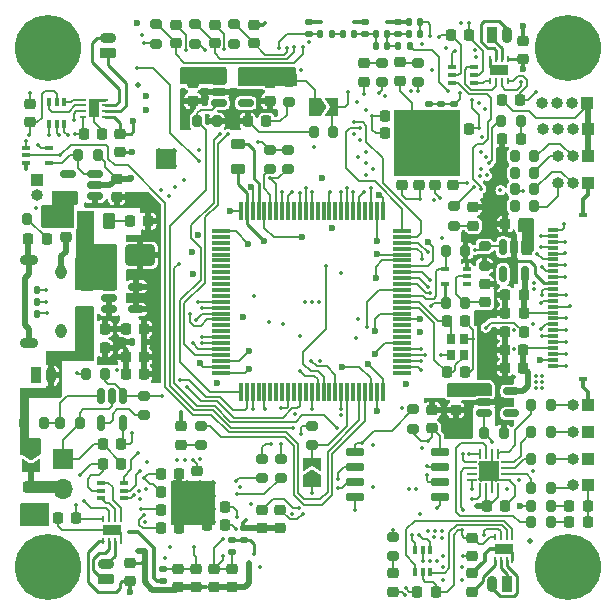
<source format=gtl>
G04 #@! TF.GenerationSoftware,KiCad,Pcbnew,8.0.0*
G04 #@! TF.CreationDate,2024-03-25T07:30:18-04:00*
G04 #@! TF.ProjectId,_Sub_HW_Qcopter,5f537562-5f48-4575-9f51-636f70746572,rev?*
G04 #@! TF.SameCoordinates,PX9157080PYf23bb80*
G04 #@! TF.FileFunction,Copper,L1,Top*
G04 #@! TF.FilePolarity,Positive*
%FSLAX46Y46*%
G04 Gerber Fmt 4.6, Leading zero omitted, Abs format (unit mm)*
G04 Created by KiCad (PCBNEW 8.0.0) date 2024-03-25 07:30:18*
%MOMM*%
%LPD*%
G01*
G04 APERTURE LIST*
G04 Aperture macros list*
%AMRoundRect*
0 Rectangle with rounded corners*
0 $1 Rounding radius*
0 $2 $3 $4 $5 $6 $7 $8 $9 X,Y pos of 4 corners*
0 Add a 4 corners polygon primitive as box body*
4,1,4,$2,$3,$4,$5,$6,$7,$8,$9,$2,$3,0*
0 Add four circle primitives for the rounded corners*
1,1,$1+$1,$2,$3*
1,1,$1+$1,$4,$5*
1,1,$1+$1,$6,$7*
1,1,$1+$1,$8,$9*
0 Add four rect primitives between the rounded corners*
20,1,$1+$1,$2,$3,$4,$5,0*
20,1,$1+$1,$4,$5,$6,$7,0*
20,1,$1+$1,$6,$7,$8,$9,0*
20,1,$1+$1,$8,$9,$2,$3,0*%
%AMFreePoly0*
4,1,6,1.000000,0.000000,0.500000,-0.750000,-0.500000,-0.750000,-0.500000,0.750000,0.500000,0.750000,1.000000,0.000000,1.000000,0.000000,$1*%
%AMFreePoly1*
4,1,6,0.500000,-0.750000,-0.650000,-0.750000,-0.150000,0.000000,-0.650000,0.750000,0.500000,0.750000,0.500000,-0.750000,0.500000,-0.750000,$1*%
G04 Aperture macros list end*
G04 #@! TA.AperFunction,SMDPad,CuDef*
%ADD10RoundRect,0.225000X-0.225000X-0.250000X0.225000X-0.250000X0.225000X0.250000X-0.225000X0.250000X0*%
G04 #@! TD*
G04 #@! TA.AperFunction,SMDPad,CuDef*
%ADD11RoundRect,0.200000X-0.200000X-0.275000X0.200000X-0.275000X0.200000X0.275000X-0.200000X0.275000X0*%
G04 #@! TD*
G04 #@! TA.AperFunction,SMDPad,CuDef*
%ADD12RoundRect,0.200000X-0.275000X0.200000X-0.275000X-0.200000X0.275000X-0.200000X0.275000X0.200000X0*%
G04 #@! TD*
G04 #@! TA.AperFunction,SMDPad,CuDef*
%ADD13RoundRect,0.225000X0.225000X0.250000X-0.225000X0.250000X-0.225000X-0.250000X0.225000X-0.250000X0*%
G04 #@! TD*
G04 #@! TA.AperFunction,SMDPad,CuDef*
%ADD14RoundRect,0.100000X0.225000X0.100000X-0.225000X0.100000X-0.225000X-0.100000X0.225000X-0.100000X0*%
G04 #@! TD*
G04 #@! TA.AperFunction,SMDPad,CuDef*
%ADD15RoundRect,0.147500X0.147500X0.172500X-0.147500X0.172500X-0.147500X-0.172500X0.147500X-0.172500X0*%
G04 #@! TD*
G04 #@! TA.AperFunction,SMDPad,CuDef*
%ADD16RoundRect,0.150000X-0.512500X-0.150000X0.512500X-0.150000X0.512500X0.150000X-0.512500X0.150000X0*%
G04 #@! TD*
G04 #@! TA.AperFunction,SMDPad,CuDef*
%ADD17RoundRect,0.200000X0.275000X-0.200000X0.275000X0.200000X-0.275000X0.200000X-0.275000X-0.200000X0*%
G04 #@! TD*
G04 #@! TA.AperFunction,SMDPad,CuDef*
%ADD18RoundRect,0.225000X0.250000X-0.225000X0.250000X0.225000X-0.250000X0.225000X-0.250000X-0.225000X0*%
G04 #@! TD*
G04 #@! TA.AperFunction,SMDPad,CuDef*
%ADD19RoundRect,0.250000X1.000000X0.650000X-1.000000X0.650000X-1.000000X-0.650000X1.000000X-0.650000X0*%
G04 #@! TD*
G04 #@! TA.AperFunction,SMDPad,CuDef*
%ADD20RoundRect,0.147500X0.172500X-0.147500X0.172500X0.147500X-0.172500X0.147500X-0.172500X-0.147500X0*%
G04 #@! TD*
G04 #@! TA.AperFunction,SMDPad,CuDef*
%ADD21RoundRect,0.218750X-0.218750X-0.256250X0.218750X-0.256250X0.218750X0.256250X-0.218750X0.256250X0*%
G04 #@! TD*
G04 #@! TA.AperFunction,ComponentPad*
%ADD22R,1.000000X1.000000*%
G04 #@! TD*
G04 #@! TA.AperFunction,ComponentPad*
%ADD23O,1.000000X1.000000*%
G04 #@! TD*
G04 #@! TA.AperFunction,ComponentPad*
%ADD24C,3.600000*%
G04 #@! TD*
G04 #@! TA.AperFunction,ConnectorPad*
%ADD25C,5.600000*%
G04 #@! TD*
G04 #@! TA.AperFunction,SMDPad,CuDef*
%ADD26R,0.950000X0.300000*%
G04 #@! TD*
G04 #@! TA.AperFunction,SMDPad,CuDef*
%ADD27R,0.800000X0.400000*%
G04 #@! TD*
G04 #@! TA.AperFunction,SMDPad,CuDef*
%ADD28RoundRect,0.100000X-0.100000X0.225000X-0.100000X-0.225000X0.100000X-0.225000X0.100000X0.225000X0*%
G04 #@! TD*
G04 #@! TA.AperFunction,SMDPad,CuDef*
%ADD29C,0.500000*%
G04 #@! TD*
G04 #@! TA.AperFunction,SMDPad,CuDef*
%ADD30RoundRect,0.218750X-0.256250X0.218750X-0.256250X-0.218750X0.256250X-0.218750X0.256250X0.218750X0*%
G04 #@! TD*
G04 #@! TA.AperFunction,SMDPad,CuDef*
%ADD31RoundRect,0.140000X0.140000X0.170000X-0.140000X0.170000X-0.140000X-0.170000X0.140000X-0.170000X0*%
G04 #@! TD*
G04 #@! TA.AperFunction,SMDPad,CuDef*
%ADD32RoundRect,0.075000X0.725000X0.075000X-0.725000X0.075000X-0.725000X-0.075000X0.725000X-0.075000X0*%
G04 #@! TD*
G04 #@! TA.AperFunction,SMDPad,CuDef*
%ADD33RoundRect,0.075000X0.075000X0.725000X-0.075000X0.725000X-0.075000X-0.725000X0.075000X-0.725000X0*%
G04 #@! TD*
G04 #@! TA.AperFunction,SMDPad,CuDef*
%ADD34RoundRect,0.100000X0.100000X-0.225000X0.100000X0.225000X-0.100000X0.225000X-0.100000X-0.225000X0*%
G04 #@! TD*
G04 #@! TA.AperFunction,SMDPad,CuDef*
%ADD35RoundRect,0.140000X-0.170000X0.140000X-0.170000X-0.140000X0.170000X-0.140000X0.170000X0.140000X0*%
G04 #@! TD*
G04 #@! TA.AperFunction,SMDPad,CuDef*
%ADD36RoundRect,0.200000X0.200000X0.275000X-0.200000X0.275000X-0.200000X-0.275000X0.200000X-0.275000X0*%
G04 #@! TD*
G04 #@! TA.AperFunction,SMDPad,CuDef*
%ADD37RoundRect,0.062500X-0.062500X0.187500X-0.062500X-0.187500X0.062500X-0.187500X0.062500X0.187500X0*%
G04 #@! TD*
G04 #@! TA.AperFunction,ComponentPad*
%ADD38C,0.600000*%
G04 #@! TD*
G04 #@! TA.AperFunction,SMDPad,CuDef*
%ADD39R,1.600000X0.900000*%
G04 #@! TD*
G04 #@! TA.AperFunction,SMDPad,CuDef*
%ADD40RoundRect,0.225000X-0.250000X0.225000X-0.250000X-0.225000X0.250000X-0.225000X0.250000X0.225000X0*%
G04 #@! TD*
G04 #@! TA.AperFunction,SMDPad,CuDef*
%ADD41R,0.800000X0.900000*%
G04 #@! TD*
G04 #@! TA.AperFunction,SMDPad,CuDef*
%ADD42RoundRect,0.218750X0.256250X-0.218750X0.256250X0.218750X-0.256250X0.218750X-0.256250X-0.218750X0*%
G04 #@! TD*
G04 #@! TA.AperFunction,SMDPad,CuDef*
%ADD43RoundRect,0.140000X0.170000X-0.140000X0.170000X0.140000X-0.170000X0.140000X-0.170000X-0.140000X0*%
G04 #@! TD*
G04 #@! TA.AperFunction,SMDPad,CuDef*
%ADD44RoundRect,0.150000X-0.150000X0.512500X-0.150000X-0.512500X0.150000X-0.512500X0.150000X0.512500X0*%
G04 #@! TD*
G04 #@! TA.AperFunction,SMDPad,CuDef*
%ADD45FreePoly0,270.000000*%
G04 #@! TD*
G04 #@! TA.AperFunction,SMDPad,CuDef*
%ADD46FreePoly1,270.000000*%
G04 #@! TD*
G04 #@! TA.AperFunction,SMDPad,CuDef*
%ADD47RoundRect,0.250000X0.262500X0.450000X-0.262500X0.450000X-0.262500X-0.450000X0.262500X-0.450000X0*%
G04 #@! TD*
G04 #@! TA.AperFunction,SMDPad,CuDef*
%ADD48RoundRect,0.062500X0.325000X0.062500X-0.325000X0.062500X-0.325000X-0.062500X0.325000X-0.062500X0*%
G04 #@! TD*
G04 #@! TA.AperFunction,SMDPad,CuDef*
%ADD49RoundRect,0.062500X0.062500X0.325000X-0.062500X0.325000X-0.062500X-0.325000X0.062500X-0.325000X0*%
G04 #@! TD*
G04 #@! TA.AperFunction,HeatsinkPad*
%ADD50C,0.500000*%
G04 #@! TD*
G04 #@! TA.AperFunction,HeatsinkPad*
%ADD51R,1.750000X1.750000*%
G04 #@! TD*
G04 #@! TA.AperFunction,SMDPad,CuDef*
%ADD52RoundRect,0.150000X-0.650000X-0.150000X0.650000X-0.150000X0.650000X0.150000X-0.650000X0.150000X0*%
G04 #@! TD*
G04 #@! TA.AperFunction,SMDPad,CuDef*
%ADD53RoundRect,0.062500X0.062500X-0.187500X0.062500X0.187500X-0.062500X0.187500X-0.062500X-0.187500X0*%
G04 #@! TD*
G04 #@! TA.AperFunction,SMDPad,CuDef*
%ADD54RoundRect,0.100000X-0.225000X-0.100000X0.225000X-0.100000X0.225000X0.100000X-0.225000X0.100000X0*%
G04 #@! TD*
G04 #@! TA.AperFunction,SMDPad,CuDef*
%ADD55RoundRect,0.218750X0.381250X-0.218750X0.381250X0.218750X-0.381250X0.218750X-0.381250X-0.218750X0*%
G04 #@! TD*
G04 #@! TA.AperFunction,SMDPad,CuDef*
%ADD56RoundRect,0.147500X-0.172500X0.147500X-0.172500X-0.147500X0.172500X-0.147500X0.172500X0.147500X0*%
G04 #@! TD*
G04 #@! TA.AperFunction,SMDPad,CuDef*
%ADD57RoundRect,0.218750X0.218750X0.256250X-0.218750X0.256250X-0.218750X-0.256250X0.218750X-0.256250X0*%
G04 #@! TD*
G04 #@! TA.AperFunction,SMDPad,CuDef*
%ADD58RoundRect,0.150000X0.512500X0.150000X-0.512500X0.150000X-0.512500X-0.150000X0.512500X-0.150000X0*%
G04 #@! TD*
G04 #@! TA.AperFunction,SMDPad,CuDef*
%ADD59FreePoly0,0.000000*%
G04 #@! TD*
G04 #@! TA.AperFunction,SMDPad,CuDef*
%ADD60FreePoly1,0.000000*%
G04 #@! TD*
G04 #@! TA.AperFunction,SMDPad,CuDef*
%ADD61RoundRect,0.062500X0.187500X0.062500X-0.187500X0.062500X-0.187500X-0.062500X0.187500X-0.062500X0*%
G04 #@! TD*
G04 #@! TA.AperFunction,SMDPad,CuDef*
%ADD62R,0.900000X1.600000*%
G04 #@! TD*
G04 #@! TA.AperFunction,SMDPad,CuDef*
%ADD63RoundRect,0.243750X-0.456250X0.243750X-0.456250X-0.243750X0.456250X-0.243750X0.456250X0.243750X0*%
G04 #@! TD*
G04 #@! TA.AperFunction,SMDPad,CuDef*
%ADD64FreePoly0,90.000000*%
G04 #@! TD*
G04 #@! TA.AperFunction,SMDPad,CuDef*
%ADD65FreePoly1,90.000000*%
G04 #@! TD*
G04 #@! TA.AperFunction,ComponentPad*
%ADD66RoundRect,0.225000X-0.225000X-0.475000X0.225000X-0.475000X0.225000X0.475000X-0.225000X0.475000X0*%
G04 #@! TD*
G04 #@! TA.AperFunction,ComponentPad*
%ADD67O,0.900000X1.400000*%
G04 #@! TD*
G04 #@! TA.AperFunction,ComponentPad*
%ADD68RoundRect,0.225000X0.225000X0.475000X-0.225000X0.475000X-0.225000X-0.475000X0.225000X-0.475000X0*%
G04 #@! TD*
G04 #@! TA.AperFunction,ComponentPad*
%ADD69RoundRect,0.225000X0.475000X-0.225000X0.475000X0.225000X-0.475000X0.225000X-0.475000X-0.225000X0*%
G04 #@! TD*
G04 #@! TA.AperFunction,ComponentPad*
%ADD70O,1.400000X0.900000*%
G04 #@! TD*
G04 #@! TA.AperFunction,HeatsinkPad*
%ADD71R,5.600000X5.600000*%
G04 #@! TD*
G04 #@! TA.AperFunction,ComponentPad*
%ADD72C,0.500000*%
G04 #@! TD*
G04 #@! TA.AperFunction,SMDPad,CuDef*
%ADD73R,3.800000X3.800000*%
G04 #@! TD*
G04 #@! TA.AperFunction,ComponentPad*
%ADD74O,1.550000X0.890000*%
G04 #@! TD*
G04 #@! TA.AperFunction,ComponentPad*
%ADD75O,0.950000X1.250000*%
G04 #@! TD*
G04 #@! TA.AperFunction,ComponentPad*
%ADD76R,1.700000X1.700000*%
G04 #@! TD*
G04 #@! TA.AperFunction,ComponentPad*
%ADD77O,1.700000X1.700000*%
G04 #@! TD*
G04 #@! TA.AperFunction,ViaPad*
%ADD78C,0.350000*%
G04 #@! TD*
G04 #@! TA.AperFunction,ViaPad*
%ADD79C,0.600000*%
G04 #@! TD*
G04 #@! TA.AperFunction,ViaPad*
%ADD80C,0.508000*%
G04 #@! TD*
G04 #@! TA.AperFunction,Conductor*
%ADD81C,0.203200*%
G04 #@! TD*
G04 #@! TA.AperFunction,Conductor*
%ADD82C,0.200000*%
G04 #@! TD*
G04 #@! TA.AperFunction,Conductor*
%ADD83C,0.508000*%
G04 #@! TD*
G04 #@! TA.AperFunction,Conductor*
%ADD84C,0.152400*%
G04 #@! TD*
G04 #@! TA.AperFunction,Conductor*
%ADD85C,0.254000*%
G04 #@! TD*
G04 #@! TA.AperFunction,Conductor*
%ADD86C,0.304800*%
G04 #@! TD*
G04 #@! TA.AperFunction,Conductor*
%ADD87C,1.016000*%
G04 #@! TD*
G04 APERTURE END LIST*
D10*
X31610000Y41277500D03*
X33160000Y41277500D03*
D11*
X15726000Y40808000D03*
X17376000Y40808000D03*
D12*
X37465000Y33604200D03*
X37465000Y31954200D03*
D13*
X43345001Y24583000D03*
X41795001Y24583000D03*
X11189000Y20828000D03*
X9639000Y20828000D03*
D14*
X9474534Y8875000D03*
X9474533Y9525000D03*
X9474534Y10175000D03*
X7574534Y10175000D03*
X7574535Y9525000D03*
X7574534Y8875000D03*
D15*
X27076200Y48209200D03*
X26106200Y48209200D03*
D16*
X8266000Y26792000D03*
X8266000Y25842000D03*
X8266000Y24892000D03*
X10541000Y24892000D03*
X10541000Y26792000D03*
D17*
X18819000Y47384200D03*
X18819000Y49034200D03*
D18*
X43256200Y46088000D03*
X43256200Y47638000D03*
D19*
X10890001Y29464000D03*
X6889999Y29464000D03*
D13*
X43066000Y42570400D03*
X41516000Y42570400D03*
D18*
X38989000Y977600D03*
X38989000Y2527600D03*
D11*
X5652000Y37973000D03*
X7302000Y37973000D03*
D20*
X19685000Y5380000D03*
X19685000Y6350000D03*
D18*
X1524000Y40754000D03*
X1524000Y42304000D03*
D21*
X1371500Y30861000D03*
X2946500Y30861000D03*
D22*
X48783000Y16764000D03*
D23*
X47512999Y16764000D03*
D17*
X12215000Y47384200D03*
X12215000Y49034200D03*
D10*
X40246000Y8255000D03*
X41796000Y8255000D03*
D24*
X47066200Y3048000D03*
D25*
X47066200Y3048000D03*
D12*
X40030000Y30226000D03*
X40030000Y28576000D03*
X21209000Y12255000D03*
X21209000Y10605000D03*
D13*
X18047000Y8153400D03*
X16497000Y8153400D03*
D22*
X48783000Y10033000D03*
D23*
X47512999Y10033000D03*
D15*
X11163000Y22098000D03*
X10193000Y22098000D03*
D13*
X11554000Y32361000D03*
X10004000Y32361000D03*
D26*
X45812000Y20114000D03*
X45812000Y20613999D03*
X45812000Y21114000D03*
X45812000Y21614000D03*
X45812000Y22114001D03*
X45812000Y22614000D03*
X45812000Y23114000D03*
X45812000Y23614000D03*
X45812000Y24114000D03*
X45812001Y24614000D03*
X45812000Y25114000D03*
X45812000Y25614000D03*
X45812000Y26114000D03*
X45812000Y26614000D03*
X45812001Y27114000D03*
X45812000Y27614000D03*
X45812000Y28114000D03*
X45812000Y28614000D03*
X45812000Y29114000D03*
X45812000Y29613999D03*
X45812000Y30114000D03*
X45812000Y30614000D03*
X45812000Y31114001D03*
X45812000Y31614000D03*
D27*
X48387000Y18989000D03*
X48387000Y32839000D03*
D18*
X8890000Y34404000D03*
X8890000Y35954000D03*
D28*
X35448000Y4506000D03*
X34798000Y4505999D03*
X34148000Y4506000D03*
X34148000Y2606000D03*
X34798000Y2606001D03*
X35448000Y2606000D03*
D18*
X22733000Y6350000D03*
X22733000Y7900000D03*
D13*
X43320000Y21463000D03*
X41770000Y21463000D03*
X43345001Y26107000D03*
X41795001Y26107000D03*
D29*
X10693400Y43865800D03*
D10*
X6083000Y39751000D03*
X7633000Y39751000D03*
D17*
X22758400Y10605000D03*
X22758400Y12255000D03*
D21*
X19993000Y40808000D03*
X21568000Y40808000D03*
D30*
X39090600Y33553400D03*
X39090600Y31978398D03*
D18*
X35843999Y35435500D03*
X35843999Y36985500D03*
D31*
X34566800Y49174400D03*
X33606800Y49174400D03*
D29*
X43840400Y5232400D03*
D32*
X33075000Y19527000D03*
X33075000Y20027000D03*
X33075000Y20527001D03*
X33075000Y21027000D03*
X33075000Y21526999D03*
X33075000Y22027000D03*
X33075000Y22527000D03*
X33075000Y23027001D03*
X33075000Y23527000D03*
X33075000Y24027000D03*
X33075000Y24527000D03*
X33075000Y25027000D03*
X33075001Y25527000D03*
X33075000Y26027000D03*
X33075000Y26527000D03*
X33075000Y27027000D03*
X33075000Y27527000D03*
X33075000Y28026999D03*
X33075000Y28527000D03*
X33075000Y29027000D03*
X33075000Y29527001D03*
X33075000Y30027000D03*
X33075000Y30526999D03*
X33075000Y31027000D03*
X33075000Y31527000D03*
D33*
X31400000Y33202000D03*
X30900000Y33202000D03*
X30399999Y33202000D03*
X29900000Y33202000D03*
X29400001Y33202000D03*
X28900000Y33202000D03*
X28400000Y33202000D03*
X27899999Y33202000D03*
X27400000Y33202000D03*
X26900000Y33202000D03*
X26400000Y33202000D03*
X25900000Y33202000D03*
X25400000Y33202001D03*
X24900000Y33202000D03*
X24400000Y33202000D03*
X23900000Y33202000D03*
X23400000Y33202000D03*
X22900001Y33202000D03*
X22400000Y33202000D03*
X21900000Y33202000D03*
X21399999Y33202000D03*
X20900000Y33202000D03*
X20400001Y33202000D03*
X19900000Y33202000D03*
X19400000Y33202000D03*
D32*
X17725000Y31527000D03*
X17725000Y31027000D03*
X17725000Y30526999D03*
X17725000Y30027000D03*
X17725000Y29527001D03*
X17725000Y29027000D03*
X17725000Y28527000D03*
X17725000Y28026999D03*
X17725000Y27527000D03*
X17725000Y27027000D03*
X17725000Y26527000D03*
X17725000Y26027000D03*
X17724999Y25527000D03*
X17725000Y25027000D03*
X17725000Y24527000D03*
X17725000Y24027000D03*
X17725000Y23527000D03*
X17725000Y23027001D03*
X17725000Y22527000D03*
X17725000Y22027000D03*
X17725000Y21526999D03*
X17725000Y21027000D03*
X17725000Y20527001D03*
X17725000Y20027000D03*
X17725000Y19527000D03*
D33*
X19400000Y17852000D03*
X19900000Y17852000D03*
X20400001Y17852000D03*
X20900000Y17852000D03*
X21399999Y17852000D03*
X21900000Y17852000D03*
X22400000Y17852000D03*
X22900001Y17852000D03*
X23400000Y17852000D03*
X23900000Y17852000D03*
X24400000Y17852000D03*
X24900000Y17852000D03*
X25400000Y17851999D03*
X25900000Y17852000D03*
X26400000Y17852000D03*
X26900000Y17852000D03*
X27400000Y17852000D03*
X27899999Y17852000D03*
X28400000Y17852000D03*
X28900000Y17852000D03*
X29400001Y17852000D03*
X29900000Y17852000D03*
X30399999Y17852000D03*
X30900000Y17852000D03*
X31400000Y17852000D03*
D34*
X3160000Y40579000D03*
X3810000Y40579001D03*
X4460000Y40579000D03*
X4460000Y42479000D03*
X3810000Y42478999D03*
X3160000Y42479000D03*
D35*
X36387000Y42265500D03*
X36387000Y41305500D03*
D36*
X7937000Y19430999D03*
X6287000Y19430999D03*
D12*
X21844000Y38417000D03*
X21844000Y36767000D03*
D18*
X34446999Y35435500D03*
X34446999Y36985500D03*
D37*
X41982901Y46119500D03*
X41482900Y46119500D03*
X40982900Y46119500D03*
X40482899Y46119500D03*
X40482899Y44219500D03*
X40982900Y44219500D03*
X41482900Y44219500D03*
X41982901Y44219500D03*
D38*
X41732899Y45169500D03*
D39*
X41232900Y45169500D03*
D38*
X40732901Y45169500D03*
D11*
X44006000Y9779000D03*
X45656000Y9779000D03*
D40*
X15341600Y44082000D03*
X15341600Y42532000D03*
X38989000Y5550200D03*
X38989000Y4000200D03*
D36*
X27241000Y39878000D03*
X25591000Y39878000D03*
D13*
X38722600Y48133000D03*
X37172600Y48133000D03*
D41*
X37169000Y22417000D03*
X37169000Y21017000D03*
X38269000Y21017000D03*
X38269000Y22417000D03*
D10*
X12636200Y7874000D03*
X14186200Y7874000D03*
X36817000Y23876000D03*
X38367000Y23876000D03*
D12*
X23444200Y44132000D03*
X23444200Y42482000D03*
D10*
X31610000Y39783499D03*
X33160000Y39783499D03*
D13*
X43320000Y19939000D03*
X41770000Y19939000D03*
D42*
X29840962Y44170499D03*
X29840962Y45745501D03*
D22*
X48773001Y35560000D03*
D23*
X47503000Y35560000D03*
X46233001Y35560000D03*
D11*
X44006000Y8255000D03*
X45656000Y8255000D03*
D24*
X47066200Y47040800D03*
D25*
X47066200Y47040800D03*
D21*
X41757500Y22987000D03*
X43332500Y22987000D03*
D22*
X48783000Y14478000D03*
D23*
X47512999Y14478000D03*
D21*
X41503500Y39319200D03*
X43078500Y39319200D03*
D20*
X12827000Y1928000D03*
X12827000Y2898000D03*
D35*
X37465000Y42265500D03*
X37465000Y41305500D03*
D43*
X29893200Y48237200D03*
X29893200Y49197200D03*
D18*
X13866000Y47434200D03*
X13866000Y48984200D03*
D16*
X17531500Y44257000D03*
X17531500Y43307000D03*
X17531500Y42357000D03*
X19806500Y42357000D03*
X19806500Y44257000D03*
D10*
X12636200Y10922000D03*
X14186200Y10922000D03*
D44*
X43494999Y30148500D03*
X42545000Y30148500D03*
X41595001Y30148500D03*
X41595001Y27873500D03*
X43494999Y27873500D03*
D11*
X1080000Y15240000D03*
X2730000Y15240000D03*
D45*
X1651000Y13043999D03*
D46*
X1651000Y11594001D03*
D17*
X34010600Y14770600D03*
X34010600Y16420600D03*
D13*
X35903200Y990600D03*
X34353200Y990600D03*
X18047000Y6604000D03*
X16497000Y6604000D03*
D31*
X31770200Y47193200D03*
X30810200Y47193200D03*
D17*
X34412961Y44133000D03*
X34412961Y45783000D03*
D18*
X37338000Y35435500D03*
X37338000Y36985500D03*
D44*
X9458999Y17520500D03*
X8509000Y17520500D03*
X7559001Y17520500D03*
X7559001Y15245500D03*
X9458999Y15245500D03*
D13*
X9284000Y13462000D03*
X7734000Y13462000D03*
D18*
X21209000Y6350000D03*
X21209000Y7900000D03*
D40*
X15621000Y2921000D03*
X15621000Y1371000D03*
D22*
X48742600Y42341800D03*
D23*
X47472599Y42341800D03*
X46202600Y42341800D03*
X44932600Y42341800D03*
D11*
X36767000Y29845001D03*
X38417000Y29845001D03*
D47*
X8249500Y32361000D03*
X6424500Y32361000D03*
D10*
X6337000Y21590000D03*
X7887000Y21590000D03*
D31*
X28976200Y48209200D03*
X28016200Y48209200D03*
D15*
X2113000Y26543000D03*
X1143000Y26543000D03*
D11*
X44006000Y12192000D03*
X45656000Y12192000D03*
D18*
X40071001Y25514000D03*
X40071001Y27064000D03*
D48*
X41860500Y10436000D03*
X41860500Y10936000D03*
X41860500Y11436000D03*
X41860500Y11936000D03*
D49*
X41148000Y12648500D03*
X40648000Y12648500D03*
X40148000Y12648500D03*
X39648000Y12648500D03*
D48*
X38935500Y11936000D03*
X38935500Y11436000D03*
X38935500Y10936000D03*
X38935500Y10436000D03*
D49*
X39648000Y9723500D03*
X40148000Y9723500D03*
X40648000Y9723500D03*
X41148000Y9723500D03*
D50*
X41023000Y10561000D03*
X41023000Y11811000D03*
D51*
X40398000Y11186000D03*
D50*
X39773000Y10561000D03*
X39773000Y11811000D03*
D52*
X29039000Y12827000D03*
X29039000Y11557000D03*
X29039000Y10287000D03*
X29039000Y9017000D03*
X36239000Y9017000D03*
X36239000Y10287000D03*
X36239000Y11557000D03*
X36239000Y12827000D03*
D15*
X33710600Y47193200D03*
X32740600Y47193200D03*
D24*
X3048000Y47040800D03*
D25*
X3048000Y47040800D03*
D13*
X38748000Y40134500D03*
X37198000Y40134500D03*
D11*
X39997000Y14429000D03*
X41647000Y14429000D03*
X41466000Y40792400D03*
X43116000Y40792400D03*
D15*
X2113000Y24511000D03*
X1143000Y24511000D03*
D53*
X7758999Y5273000D03*
X8259000Y5273000D03*
X8759000Y5273000D03*
X9259001Y5273000D03*
X9259001Y7173000D03*
X8759000Y7173000D03*
X8259000Y7173000D03*
X7758999Y7173000D03*
D38*
X8009001Y6223000D03*
D39*
X8509000Y6223000D03*
D38*
X9008999Y6223000D03*
D18*
X17168000Y47434200D03*
X17168000Y48984200D03*
D13*
X5474000Y7239000D03*
X3924000Y7239000D03*
D40*
X15697200Y11189000D03*
X15697200Y9639000D03*
D13*
X11189000Y19431000D03*
X9639000Y19431000D03*
D30*
X14351000Y15011501D03*
X14351000Y13436499D03*
D13*
X11189000Y23241000D03*
X9639000Y23241000D03*
D54*
X1244266Y38572200D03*
X1244267Y37922200D03*
X1244266Y37272200D03*
X3144266Y37272200D03*
X3144266Y38572200D03*
D15*
X34571800Y48209200D03*
X33601800Y48209200D03*
D18*
X35610800Y14807600D03*
X35610800Y16357600D03*
D11*
X42609000Y37846000D03*
X44259000Y37846000D03*
D42*
X32258000Y990499D03*
X32258000Y2565501D03*
D17*
X25450800Y13399000D03*
X25450800Y15049000D03*
D18*
X20470000Y47434200D03*
X20470000Y48984200D03*
D10*
X12636200Y6350000D03*
X14186200Y6350000D03*
D11*
X42609000Y36449000D03*
X44259000Y36449000D03*
D55*
X6350000Y24718500D03*
X6350000Y26843500D03*
D56*
X18669000Y5334000D03*
X18669000Y4364000D03*
D54*
X37251600Y45379400D03*
X37251601Y44729400D03*
X37251600Y44079400D03*
X39151600Y44079400D03*
X39151599Y44729400D03*
X39151600Y45379400D03*
D40*
X14097000Y2921000D03*
X14097000Y1371000D03*
D11*
X36767000Y25400000D03*
X38417000Y25400000D03*
D15*
X2113000Y25527000D03*
X1143000Y25527000D03*
D17*
X31369000Y44133000D03*
X31369000Y45783000D03*
D22*
X48783000Y12192000D03*
D23*
X47512999Y12192000D03*
D11*
X42609000Y35052000D03*
X44259000Y35052000D03*
D14*
X38542000Y27036000D03*
X38541999Y27686000D03*
X38542000Y28336000D03*
X36642000Y28336000D03*
X36642000Y27036000D03*
D40*
X4572000Y32525000D03*
X4572000Y30975000D03*
D15*
X31775200Y48209200D03*
X30805200Y48209200D03*
D43*
X25194200Y48237200D03*
X25194200Y49197200D03*
D57*
X48793501Y6858000D03*
X47218499Y6858000D03*
D40*
X17145000Y2934000D03*
X17145000Y1384000D03*
D58*
X7015744Y34443501D03*
X7015744Y35393500D03*
X7015744Y36343499D03*
X4740744Y36343499D03*
X4740744Y34443501D03*
D18*
X33049999Y35435500D03*
X33049999Y36985500D03*
D40*
X21869400Y44082000D03*
X21869400Y42532000D03*
D11*
X44006000Y14478000D03*
X45656000Y14478000D03*
D40*
X37592000Y17920000D03*
X37592000Y16370000D03*
D43*
X32687200Y48237200D03*
X32687200Y49197200D03*
D10*
X12636200Y9398000D03*
X14186200Y9398000D03*
D53*
X40894000Y3683000D03*
X41394001Y3683000D03*
X41894001Y3683000D03*
X42394002Y3683000D03*
X42394002Y5583000D03*
X41894001Y5583000D03*
X41394001Y5583000D03*
X40894000Y5583000D03*
D38*
X41144002Y4633000D03*
D39*
X41644001Y4633000D03*
D38*
X42144000Y4633000D03*
D16*
X40010500Y17968000D03*
X40010500Y17018000D03*
X40010500Y16068000D03*
X42285500Y16068000D03*
X42285500Y17968000D03*
D22*
X48763000Y40132000D03*
D23*
X47492999Y40132000D03*
X46223000Y40132000D03*
X44953000Y40132000D03*
D10*
X36817000Y19558000D03*
X38367000Y19558000D03*
D59*
X25667501Y42037001D03*
D60*
X27117499Y42037001D03*
D13*
X43345002Y32131000D03*
X41795002Y32131000D03*
D40*
X9144000Y39764000D03*
X9144000Y38214000D03*
D10*
X6337000Y23241000D03*
X7887000Y23241000D03*
D36*
X2984000Y32512000D03*
X1334000Y32512000D03*
D11*
X44006000Y6858000D03*
X45656000Y6858000D03*
D57*
X48793501Y8259037D03*
X47218499Y8259037D03*
D61*
X7908483Y41149016D03*
X7908483Y41649017D03*
X7908483Y42149017D03*
X7908483Y42649018D03*
X6008483Y42649018D03*
X6008483Y42149017D03*
X6008483Y41649017D03*
X6008483Y41149016D03*
D38*
X6958483Y41399018D03*
D62*
X6958483Y41899017D03*
D38*
X6958483Y42399016D03*
D55*
X19177000Y36783500D03*
X19177000Y38908500D03*
D35*
X35306000Y42265500D03*
X35306000Y41305500D03*
D17*
X11176000Y15939000D03*
X11176000Y17589000D03*
D11*
X4128000Y15240000D03*
X5778000Y15240000D03*
D10*
X7734000Y11811000D03*
X9284000Y11811000D03*
D12*
X23368000Y38417000D03*
X23368000Y36767000D03*
D42*
X32888962Y44220249D03*
X32888962Y45795251D03*
D18*
X10033000Y1892000D03*
X10033000Y3442000D03*
D22*
X48768001Y37846000D03*
D23*
X47498000Y37846000D03*
X46228001Y37846000D03*
D40*
X18669000Y2934000D03*
X18669000Y1384000D03*
D63*
X1651000Y9827501D03*
X1651000Y7952499D03*
D17*
X15517000Y47384200D03*
X15517000Y49034200D03*
D11*
X44006000Y16764000D03*
X45656000Y16764000D03*
D24*
X3048000Y3048000D03*
D25*
X3048000Y3048000D03*
D11*
X42609000Y33655000D03*
X44259000Y33655000D03*
D12*
X32258000Y5651000D03*
X32258000Y4001000D03*
D64*
X25450800Y10324001D03*
D65*
X25450800Y11773999D03*
D12*
X16002000Y15049000D03*
X16002000Y13399000D03*
D66*
X40660001Y48133000D03*
D67*
X41910000Y48133000D03*
D68*
X41900000Y1659000D03*
D67*
X40650001Y1659000D03*
D69*
X8009000Y2042000D03*
D70*
X8009000Y3292000D03*
D50*
X39761000Y11801000D03*
X39761000Y10551000D03*
D51*
X40386000Y11176000D03*
D50*
X41011000Y11801000D03*
X41011000Y10551000D03*
X13710000Y37028500D03*
X13710000Y38278500D03*
D51*
X13085000Y37653500D03*
D50*
X12460000Y37028500D03*
X12460000Y38278500D03*
D69*
X8136000Y46619000D03*
D70*
X8136000Y47869000D03*
D50*
X32621500Y41539000D03*
X32621500Y40264000D03*
X32621500Y38989000D03*
X32621500Y37714000D03*
X32621500Y36439000D03*
X33896500Y41539000D03*
X33896500Y40264000D03*
X33896500Y38989000D03*
X33896500Y37714000D03*
X33896500Y36439000D03*
X35171500Y41539000D03*
X35171500Y40264000D03*
X35171500Y38989000D03*
D71*
X35171500Y38989000D03*
D50*
X35171500Y37714000D03*
X35171500Y36439000D03*
X36446500Y41539000D03*
X36446500Y40264000D03*
X36446500Y38989000D03*
X36446500Y37714000D03*
X36446500Y36439000D03*
X37721500Y41539000D03*
X37721500Y40264000D03*
X37721500Y38989000D03*
X37721500Y37714000D03*
X37721500Y36439000D03*
D72*
X14824000Y6852000D03*
X17024000Y6852000D03*
X13724000Y6852001D03*
X15924000Y6852001D03*
X13724000Y7952000D03*
X15924000Y7952000D03*
X17023999Y7952000D03*
X14824000Y7952001D03*
D73*
X15374000Y8502000D03*
D72*
X14824000Y9052000D03*
X15923999Y9052000D03*
X17024000Y9052000D03*
X13724000Y9052001D03*
X13724000Y10152000D03*
X14823999Y10152000D03*
X15924000Y10152000D03*
X17023999Y10152000D03*
D22*
X2159000Y35829001D03*
D23*
X2159000Y34559000D03*
D66*
X2042000Y19296000D03*
D67*
X3291999Y19296000D03*
D74*
X1494000Y22027000D03*
D75*
X4194000Y23027001D03*
X4194000Y28026999D03*
D74*
X1494000Y29027000D03*
D76*
X4375000Y12197000D03*
D77*
X4375000Y9657000D03*
D78*
X41122600Y33782000D03*
D79*
X43256200Y48869600D03*
D78*
X24790400Y25501600D03*
D79*
X11353800Y42951400D03*
D78*
X38176200Y4013200D03*
X8788400Y24079200D03*
X23749000Y7594600D03*
X41097200Y18262600D03*
X36042600Y3556000D03*
X35433000Y3556000D03*
X33350200Y1295400D03*
X7899400Y24079200D03*
X38379400Y15392400D03*
X42494200Y21488400D03*
D79*
X19608800Y24257000D03*
D78*
X26162000Y49225000D03*
X24638000Y7594600D03*
X8788400Y20396200D03*
X10998200Y48133000D03*
D79*
X26289000Y35991800D03*
D78*
X42494200Y31242000D03*
D79*
X44729400Y20599400D03*
D78*
X14351000Y16179800D03*
X9347200Y22123400D03*
X33070800Y16560800D03*
X8788400Y21107400D03*
X40817800Y19456400D03*
X42519600Y29006800D03*
D79*
X30886400Y16306800D03*
X33401000Y18542000D03*
D78*
X42164000Y17043400D03*
D79*
X11252200Y3719597D03*
D78*
X36880800Y14224000D03*
X34798000Y3556000D03*
X35585400Y45110400D03*
X20980400Y43230800D03*
X39573200Y42316400D03*
X14605000Y41554400D03*
D79*
X17373600Y18643600D03*
X15774435Y31190165D03*
D78*
X10845800Y11201400D03*
X21742400Y23850600D03*
X41783000Y29006800D03*
D79*
X10109200Y35966400D03*
X34593765Y22988035D03*
D78*
X14605000Y40970200D03*
X38379400Y14808200D03*
X24003000Y16027400D03*
X40716200Y22148800D03*
X18643600Y40386000D03*
X40894000Y24333200D03*
X20091400Y2717800D03*
X20091400Y3378200D03*
X1524000Y43205400D03*
X40716200Y21513800D03*
X29006800Y49199800D03*
X20218400Y8407400D03*
X29311600Y24104600D03*
X36550600Y4038600D03*
X42494200Y19126200D03*
X31800800Y49225200D03*
X8788400Y22504400D03*
X26009600Y25501600D03*
D79*
X10578200Y49100000D03*
D78*
X21056600Y3073400D03*
D79*
X35280600Y30581600D03*
D78*
X24282400Y8026400D03*
X30556200Y9855200D03*
X8788400Y21844000D03*
X29057600Y7924800D03*
X41503600Y38074600D03*
X29845000Y43154600D03*
X17983200Y46913800D03*
D79*
X20273000Y35247786D03*
D78*
X21437600Y49123600D03*
X8940800Y19710400D03*
X41783000Y33782000D03*
X38379400Y14224000D03*
X4013200Y39624000D03*
X41351200Y15392400D03*
X36195000Y47980600D03*
X40868600Y24790400D03*
X14732000Y46863000D03*
X25171400Y47523400D03*
D79*
X31064200Y34602800D03*
X34593765Y24028400D03*
D78*
X25400000Y25501600D03*
X20269200Y43230800D03*
X40817800Y18872200D03*
X8788400Y23266400D03*
X40716200Y22682200D03*
X24511000Y14300200D03*
D79*
X18440400Y33197800D03*
X10210800Y38201600D03*
D78*
X5537200Y19456400D03*
D79*
X27101800Y31750000D03*
D78*
X22783800Y13512800D03*
X36880800Y15367000D03*
X1244600Y36728400D03*
X8178800Y20396200D03*
X39079400Y22417000D03*
D79*
X15367448Y27916223D03*
D78*
X24460200Y45110400D03*
X27916550Y15910248D03*
X36880800Y14808200D03*
X42494200Y23139400D03*
X41071800Y29006800D03*
X41351200Y17043400D03*
D79*
X15949697Y20306315D03*
D78*
X39344600Y29260800D03*
X18643600Y40894000D03*
D79*
X15290800Y29743400D03*
D78*
X14605000Y40386000D03*
X36372800Y21031200D03*
X33324800Y711200D03*
X19507200Y43230800D03*
X18643600Y41402000D03*
X41097200Y17627600D03*
X14401800Y42545000D03*
X16433800Y1371600D03*
X11252200Y4419600D03*
X39903400Y22682200D03*
X10668000Y4419600D03*
X12166600Y19431000D03*
X11658600Y26720800D03*
X12166600Y26720800D03*
X12166600Y21590000D03*
X36499800Y3073400D03*
X10109200Y34569400D03*
X12166600Y23723600D03*
X38481000Y18465800D03*
X12166600Y20548600D03*
X17805400Y45059600D03*
X38481000Y17653000D03*
X11658600Y33248600D03*
X15341600Y45059600D03*
X44881800Y18262600D03*
X44018200Y31242000D03*
X38887400Y18008600D03*
X2235200Y38811200D03*
X44373800Y19253200D03*
X44373800Y18262600D03*
X38125400Y3098800D03*
X10109200Y33934400D03*
X12166600Y27254200D03*
X11125200Y33248600D03*
X11658600Y26212800D03*
X12166600Y21056600D03*
X44373800Y18770600D03*
X10617200Y34569400D03*
X36499800Y1930400D03*
X10617200Y33934400D03*
X11658600Y27254200D03*
X44881800Y18770600D03*
X16230600Y45059600D03*
X12166600Y18923000D03*
X12166600Y26212800D03*
X12166600Y19964400D03*
X12166600Y22682200D03*
X44881800Y19253200D03*
X17018000Y45059600D03*
X43408600Y31242000D03*
X38150800Y1930400D03*
X12166600Y23190200D03*
D79*
X20066000Y21336000D03*
D78*
X4445000Y33502600D03*
X26111200Y20548600D03*
X5105400Y33477200D03*
X25450800Y9372600D03*
X3175000Y33477200D03*
D79*
X11353800Y41757600D03*
X30154940Y20238660D03*
X30784800Y23037800D03*
X30911800Y30665800D03*
D80*
X39370000Y8255000D03*
D79*
X30911800Y29602000D03*
D78*
X35534600Y25171400D03*
D79*
X20091400Y19862800D03*
X30798536Y21093664D03*
D78*
X3606800Y34645600D03*
X4724400Y34086800D03*
X10210800Y14427200D03*
D79*
X30810200Y27559000D03*
X20040600Y30454600D03*
D78*
X20853400Y39039800D03*
D79*
X24587200Y31013400D03*
D78*
X3835400Y33477200D03*
X3606800Y34061400D03*
X38531000Y25514000D03*
D79*
X21359275Y30673625D03*
X27965400Y20040600D03*
D78*
X5384800Y39751000D03*
X20472400Y25984200D03*
X38709600Y49149000D03*
X34696400Y13157200D03*
X30556200Y13411200D03*
X5740400Y10845800D03*
X44399200Y43256200D03*
X44221400Y26593800D03*
X29159200Y22428200D03*
X34544000Y7543800D03*
X27863800Y27965400D03*
X38125400Y6172200D03*
X44145200Y23647400D03*
X47256400Y25146000D03*
X44196000Y27127200D03*
X1498600Y39649400D03*
X5461000Y8331200D03*
X35255200Y13716000D03*
D79*
X2819400Y7975600D03*
X38989000Y977600D03*
X2819400Y6858000D03*
X1955800Y6858000D03*
X1092200Y6858000D03*
X10287000Y40817800D03*
X10033000Y939800D03*
X43256200Y45237400D03*
D78*
X36265279Y34295565D03*
X34772600Y47371000D03*
X21539200Y45161200D03*
X23393400Y45161200D03*
X20269200Y45161200D03*
X34594800Y34213800D03*
X19507200Y45161200D03*
X38582600Y35560000D03*
X22758400Y45161200D03*
X30530800Y41224200D03*
X22123400Y45161200D03*
X39293800Y46228000D03*
X20980400Y45161200D03*
X39522400Y40239000D03*
X36423600Y30886400D03*
X38955899Y42638899D03*
X41376600Y34975800D03*
X39776400Y39497000D03*
X40106600Y41833800D03*
X44094400Y11201400D03*
X25603200Y38608000D03*
X37921500Y43230800D03*
X35433000Y48006000D03*
X22631400Y47040800D03*
X23266400Y47040800D03*
X23886751Y47068986D03*
X24638000Y47091600D03*
X13970000Y12141200D03*
X20548600Y4191000D03*
X11201400Y10566400D03*
X15974000Y12217400D03*
X11179149Y7486702D03*
X19812000Y7061200D03*
X19050000Y7264400D03*
X17907000Y5461000D03*
X17907000Y4013200D03*
X9931400Y6070600D03*
X11430000Y11988800D03*
X15392400Y4749800D03*
X35839400Y6096000D03*
X35280600Y6096000D03*
X36398200Y5520997D03*
X35737800Y5588000D03*
X21920200Y13512800D03*
X32258000Y6223000D03*
X10922000Y8001000D03*
X18948400Y6299200D03*
X36398200Y6096000D03*
X15316200Y12141200D03*
X4089400Y37922200D03*
X2971800Y24536400D03*
X16103600Y22005597D03*
X15341600Y21996400D03*
X2921000Y25527000D03*
X2921000Y26543000D03*
X16103600Y22580600D03*
X17627600Y39725600D03*
X18313400Y39725600D03*
X46888400Y26136600D03*
X34696400Y29184600D03*
X44805600Y31115000D03*
X16129000Y25019000D03*
X35026600Y21031200D03*
X46837600Y28625800D03*
X46913800Y22098000D03*
X21894800Y35966400D03*
X46837600Y29616400D03*
X22834600Y16510000D03*
X44780200Y25400000D03*
X21412200Y16484600D03*
X29794200Y34823400D03*
X44856400Y28473400D03*
X34620200Y21513800D03*
X46837600Y27609800D03*
X44500800Y29591000D03*
X15621000Y24003000D03*
X15748000Y25527000D03*
X46761400Y32080200D03*
X44856400Y22631400D03*
X34620200Y20523200D03*
X46837600Y30607000D03*
X20396200Y16484600D03*
X44907200Y26085800D03*
X44824505Y23205517D03*
X21844000Y36767000D03*
X46939200Y21107400D03*
X44805600Y30124400D03*
X15103553Y24511000D03*
X30403800Y35179000D03*
X46888400Y24130000D03*
X27889200Y16484600D03*
X46913800Y23114000D03*
X46939200Y20116800D03*
X26924000Y34848800D03*
X12954000Y3873000D03*
X35712400Y34137600D03*
X39642985Y36181651D03*
X13411200Y4749800D03*
X28473400Y43307000D03*
X36921499Y43332400D03*
X40132000Y23342600D03*
X39217600Y29921200D03*
X40665400Y13690600D03*
X33604200Y9652000D03*
X41910000Y9702800D03*
X38938200Y8813800D03*
X24434800Y19634200D03*
X34264600Y9652000D03*
X22961600Y23622000D03*
X25349200Y20523200D03*
X42976800Y10414000D03*
X38935500Y9654700D03*
X24448000Y22619200D03*
X43281600Y34899600D03*
X14249400Y18923000D03*
X42799000Y33934400D03*
X14833600Y18313400D03*
X30099000Y23393400D03*
X12763000Y17589000D03*
X26644600Y28575000D03*
X38742626Y12648858D03*
D79*
X43027600Y8255000D03*
D78*
X29667200Y13589000D03*
X24892000Y35128200D03*
X39116000Y35204400D03*
D79*
X42621200Y37846000D03*
D78*
X29972000Y38227000D03*
D79*
X42609000Y36449000D03*
D78*
X29311600Y37744400D03*
X31572200Y42926000D03*
X36804600Y46990000D03*
X18819000Y47384200D03*
X39192200Y46837600D03*
X16370300Y46875700D03*
X37998400Y49149000D03*
X11176000Y47396400D03*
X40411400Y37236400D03*
X34421499Y43383200D03*
X31057902Y43183149D03*
X14681200Y12166600D03*
X29006800Y39725600D03*
X39700200Y38227000D03*
X10820400Y8788400D03*
X40233600Y36220400D03*
X19323577Y9851950D03*
X29514800Y39243000D03*
X19100800Y9245600D03*
X39700200Y36753800D03*
X18999168Y10326699D03*
X23799800Y14833600D03*
X34620200Y19786600D03*
X10718800Y12700000D03*
X35128200Y11582400D03*
X25400000Y16433800D03*
X35204400Y29748391D03*
X29972000Y36220400D03*
X29972000Y37236400D03*
X22910800Y34823400D03*
X27914600Y34848800D03*
X4775200Y39624000D03*
X35423496Y26269219D03*
X35991800Y8077200D03*
X33883600Y5816600D03*
X28908666Y34846774D03*
X35128200Y10820400D03*
X25400000Y34798000D03*
X35382200Y27355800D03*
X27660600Y9753600D03*
X28412222Y35136897D03*
X39751000Y35102800D03*
X29997400Y41732200D03*
X24384000Y34772600D03*
X29514800Y40259000D03*
X35215800Y26805401D03*
X27609800Y10515600D03*
X28981400Y40741600D03*
X30581600Y36753800D03*
X23723600Y34798000D03*
X5232400Y40944800D03*
X37490400Y46786800D03*
X10566400Y45339000D03*
X15849600Y37414200D03*
X3149600Y39624000D03*
X13335000Y34493200D03*
X10354503Y9136455D03*
X13843000Y35204400D03*
X34467800Y5816600D03*
X14554200Y35864800D03*
X39979600Y5765800D03*
X15824200Y38354000D03*
X43078400Y44170600D03*
X12598400Y35001200D03*
X6121400Y8636000D03*
X38168200Y12674600D03*
X14122400Y28752800D03*
X27533600Y14833600D03*
X38227000Y7924800D03*
X40132000Y37744400D03*
X11277600Y6858000D03*
X10773605Y9530133D03*
X29210000Y42443400D03*
X11328400Y9677400D03*
X33832800Y43408600D03*
X2018800Y33477200D03*
X1241451Y39135102D03*
D81*
X34594800Y35287699D02*
X34594800Y34213800D01*
X34446999Y35435500D02*
X34594800Y35287699D01*
D82*
X17725000Y20527001D02*
X19257001Y20527001D01*
X19257001Y20527001D02*
X20066000Y21336000D01*
D83*
X48768001Y42164000D02*
X48768001Y37846000D01*
D81*
X44399200Y41071800D02*
X47675801Y41071800D01*
D84*
X37172600Y48133000D02*
X37998400Y47307200D01*
D85*
X45812001Y27114000D02*
X45098200Y27114000D01*
D81*
X33045501Y990499D02*
X32258000Y990499D01*
D83*
X17145000Y1384000D02*
X19722800Y1384000D01*
D81*
X45812000Y20613999D02*
X44743999Y20613999D01*
X33655000Y990600D02*
X33350200Y1295400D01*
D83*
X8890000Y35954000D02*
X10096800Y35954000D01*
D84*
X17983200Y48169000D02*
X17168000Y48984200D01*
D83*
X1371500Y30861000D02*
X1371500Y29149500D01*
X1494000Y29027000D02*
X1494000Y27859200D01*
D86*
X48773001Y34574401D02*
X48773001Y35560000D01*
D84*
X37820600Y44729400D02*
X37251601Y44729400D01*
D86*
X20470000Y48984200D02*
X21298200Y48984200D01*
D84*
X38811200Y19558000D02*
X39090600Y19837400D01*
D85*
X10974603Y3442000D02*
X10033000Y3442000D01*
D82*
X24675600Y15049000D02*
X25450800Y15049000D01*
D86*
X48783000Y17917400D02*
X48783000Y16764000D01*
D82*
X15949697Y20306315D02*
X16229012Y20027000D01*
D81*
X38989000Y4000200D02*
X38189200Y4000200D01*
X9284000Y11811000D02*
X9284000Y11912000D01*
D84*
X20091400Y2565400D02*
X20091400Y2717800D01*
D82*
X6958483Y40742717D02*
X6958483Y41399018D01*
X10845800Y11201400D02*
X10515600Y10871200D01*
X3924000Y6540800D02*
X4241800Y6223000D01*
D84*
X20923000Y39878000D02*
X19993000Y40808000D01*
D86*
X25194200Y49197200D02*
X26134200Y49197200D01*
D82*
X3924000Y7239000D02*
X3924000Y6540800D01*
D81*
X5694600Y12197000D02*
X4375000Y12197000D01*
D85*
X40482899Y46119500D02*
X40482899Y45419502D01*
D81*
X3810000Y39827200D02*
X4013200Y39624000D01*
X5778000Y15240000D02*
X4375000Y13837000D01*
D82*
X14186200Y10922000D02*
X14186200Y10614200D01*
D83*
X15621000Y1371000D02*
X14097000Y1371000D01*
D84*
X33896500Y42328900D02*
X33896500Y41539000D01*
D81*
X34798000Y4505999D02*
X34798000Y3556000D01*
D86*
X32687200Y49197200D02*
X31828800Y49197200D01*
D81*
X9259001Y5273000D02*
X9259001Y5972998D01*
X44743999Y20613999D02*
X44729400Y20599400D01*
D85*
X44329400Y28543200D02*
X43916600Y28956000D01*
D86*
X1244266Y36728734D02*
X1244600Y36728400D01*
D82*
X33075000Y28527000D02*
X35283400Y28527000D01*
X16229012Y20027000D02*
X17725000Y20027000D01*
D81*
X43789600Y41681400D02*
X44399200Y41071800D01*
X34353200Y990600D02*
X33655000Y990600D01*
D84*
X39090600Y23152400D02*
X38367000Y23876000D01*
D83*
X4572000Y29768800D02*
X4191000Y29387800D01*
D81*
X33324800Y711200D02*
X33045501Y990499D01*
D86*
X16433800Y1371600D02*
X16433200Y1371000D01*
D83*
X20091400Y2565400D02*
X20091400Y3378200D01*
D82*
X31400000Y33202000D02*
X31400000Y34335200D01*
D84*
X37998400Y47307200D02*
X37998400Y44907200D01*
X7208485Y42649018D02*
X6958483Y42399016D01*
D82*
X4241800Y6223000D02*
X8009001Y6223000D01*
X10515600Y10007600D02*
X10033000Y9525000D01*
D81*
X42405000Y41681400D02*
X43789600Y41681400D01*
X42595800Y9054800D02*
X41796000Y8255000D01*
D86*
X48387000Y18989000D02*
X48387000Y18313400D01*
X40055800Y3606800D02*
X40055800Y4191000D01*
D85*
X43916600Y28956000D02*
X42773600Y28956000D01*
D81*
X41126000Y10436000D02*
X39761000Y11801000D01*
D82*
X7302000Y37973000D02*
X7924800Y37350200D01*
X35704400Y28948000D02*
X35704400Y30157800D01*
X30900000Y16320400D02*
X30886400Y16306800D01*
D85*
X9144000Y38214000D02*
X10198400Y38214000D01*
D83*
X11252200Y1778000D02*
X11252200Y4419600D01*
D82*
X34592365Y24027000D02*
X33075000Y24027000D01*
D86*
X14351000Y15011501D02*
X14351000Y16179800D01*
D82*
X35283400Y28527000D02*
X35534600Y28778200D01*
D81*
X8509000Y17520500D02*
X8509000Y16687800D01*
X3810000Y40579001D02*
X3810000Y39827200D01*
D82*
X23850600Y8026400D02*
X24282400Y8026400D01*
D81*
X7734000Y13462000D02*
X6959600Y13462000D01*
D86*
X48387000Y34188400D02*
X48773001Y34574401D01*
D83*
X1494000Y27859200D02*
X1143000Y27508200D01*
D81*
X38189200Y4000200D02*
X38176200Y4013200D01*
D82*
X23063200Y8813800D02*
X23850600Y8026400D01*
D86*
X26134200Y49197200D02*
X26162000Y49225000D01*
X40055800Y4191000D02*
X40497800Y4633000D01*
D82*
X21209000Y7900000D02*
X22122800Y8813800D01*
D83*
X1143000Y23571200D02*
X1494000Y23220200D01*
D84*
X14732000Y48118200D02*
X13866000Y48984200D01*
D86*
X38989000Y2540000D02*
X40055800Y3606800D01*
D83*
X8329500Y35393500D02*
X8890000Y35954000D01*
X1494000Y23220200D02*
X1494000Y22027000D01*
D81*
X5778000Y16141200D02*
X5778000Y15240000D01*
D84*
X38367000Y19558000D02*
X38811200Y19558000D01*
D81*
X8509000Y16687800D02*
X8229600Y16408400D01*
D84*
X14732000Y46863000D02*
X14732000Y48118200D01*
D82*
X35534600Y28778200D02*
X35704400Y28948000D01*
D84*
X38269000Y22417000D02*
X39079400Y22417000D01*
D82*
X31400000Y34335200D02*
X31064200Y34671000D01*
D81*
X1524000Y42304000D02*
X1524000Y43205400D01*
D82*
X7633000Y39751000D02*
X7633000Y40068200D01*
X5562601Y19430999D02*
X5537200Y19456400D01*
D83*
X4572000Y30975000D02*
X4572000Y29768800D01*
D84*
X42545000Y29184600D02*
X42545000Y30148500D01*
D81*
X8229600Y16408400D02*
X6045200Y16408400D01*
D84*
X33584000Y49197200D02*
X33606800Y49174400D01*
X38989000Y2527600D02*
X38989000Y2540000D01*
X29039000Y7943400D02*
X29057600Y7924800D01*
X39090600Y22428200D02*
X39090600Y23152400D01*
D82*
X7924800Y37350200D02*
X7924800Y36919200D01*
D84*
X32888962Y43336438D02*
X33896500Y42328900D01*
D86*
X40497800Y4633000D02*
X41144002Y4633000D01*
D82*
X10033000Y9525000D02*
X9474533Y9525000D01*
D84*
X39079400Y22417000D02*
X39090600Y22428200D01*
D82*
X24638000Y7594600D02*
X24155400Y7112000D01*
X7633000Y40068200D02*
X6958483Y40742717D01*
D81*
X6045200Y16408400D02*
X5778000Y16141200D01*
D84*
X29840962Y43158638D02*
X29845000Y43154600D01*
D82*
X22122800Y8813800D02*
X23063200Y8813800D01*
D84*
X32888962Y44220249D02*
X32888962Y43336438D01*
D81*
X40648000Y11801000D02*
X41011000Y11801000D01*
X42595800Y9956800D02*
X42595800Y9054800D01*
D82*
X34593765Y24028400D02*
X34592365Y24027000D01*
D81*
X40648000Y9723500D02*
X40648000Y10936000D01*
X48793501Y10022499D02*
X48783000Y10033000D01*
X40648000Y12648500D02*
X40648000Y11801000D01*
D86*
X29009400Y49197200D02*
X29006800Y49199800D01*
D85*
X7908483Y42649018D02*
X7208485Y42649018D01*
D82*
X35704400Y30157800D02*
X35280600Y30581600D01*
X18444600Y33202000D02*
X18440400Y33197800D01*
D85*
X42394002Y4382998D02*
X42144000Y4633000D01*
D81*
X41860500Y10436000D02*
X42116600Y10436000D01*
D84*
X37998400Y44907200D02*
X37820600Y44729400D01*
D82*
X22758400Y13487400D02*
X22783800Y13512800D01*
D84*
X25591000Y39878000D02*
X20923000Y39878000D01*
D81*
X9284000Y11912000D02*
X7734000Y13462000D01*
X6959600Y13462000D02*
X5694600Y12197000D01*
D86*
X48387000Y18313400D02*
X48783000Y17917400D01*
D84*
X17983200Y46913800D02*
X17983200Y48169000D01*
X42773600Y28956000D02*
X42545000Y29184600D01*
D86*
X16433200Y1371000D02*
X15621000Y1371000D01*
D81*
X42116600Y10436000D02*
X42595800Y9956800D01*
D83*
X4191000Y29387800D02*
X4191000Y28029999D01*
X14186200Y10152000D02*
X13724000Y10152000D01*
D82*
X10515600Y10871200D02*
X10515600Y10007600D01*
D84*
X36347400Y48133000D02*
X37172600Y48133000D01*
D86*
X29893200Y49197200D02*
X29009400Y49197200D01*
D83*
X20091400Y1752600D02*
X20091400Y2565400D01*
D85*
X42394002Y3683000D02*
X42394002Y4382998D01*
D81*
X9259001Y5972998D02*
X9008999Y6223000D01*
X41516000Y42570400D02*
X42405000Y41681400D01*
D82*
X7924800Y36919200D02*
X8890000Y35954000D01*
D81*
X47675801Y41071800D02*
X48768001Y42164000D01*
D83*
X19722800Y1384000D02*
X20091400Y1752600D01*
D84*
X29840962Y44170499D02*
X29840962Y43158638D01*
D83*
X1143000Y27508200D02*
X1143000Y23571200D01*
D84*
X36387000Y21017000D02*
X36372800Y21031200D01*
D86*
X1244266Y37272200D02*
X1244266Y36728734D01*
D82*
X19400000Y33202000D02*
X18444600Y33202000D01*
D86*
X43256200Y47638000D02*
X43256200Y48869600D01*
D85*
X44329400Y27882800D02*
X44329400Y28543200D01*
D86*
X48387000Y32839000D02*
X48387000Y34188400D01*
D81*
X48793501Y6858000D02*
X48793501Y10022499D01*
D82*
X24511000Y14884400D02*
X24675600Y15049000D01*
D83*
X10096800Y35954000D02*
X10109200Y35966400D01*
X7015744Y35393500D02*
X8329500Y35393500D01*
D84*
X37169000Y21017000D02*
X36387000Y21017000D01*
D82*
X23521000Y7112000D02*
X22733000Y7900000D01*
D85*
X45098200Y27114000D02*
X44329400Y27882800D01*
D81*
X41860500Y10436000D02*
X41126000Y10436000D01*
X40648000Y10936000D02*
X39773000Y11811000D01*
D82*
X22758400Y12255000D02*
X22758400Y13487400D01*
D83*
X14186200Y10614200D02*
X14186200Y10152000D01*
X11252200Y4419600D02*
X10668000Y4419600D01*
D86*
X21298200Y48984200D02*
X21437600Y49123600D01*
D84*
X29039000Y9017000D02*
X29039000Y7943400D01*
D82*
X30900000Y17852000D02*
X30900000Y16320400D01*
X31064200Y34671000D02*
X31064200Y34602800D01*
D84*
X20116800Y3352800D02*
X20091400Y3378200D01*
D86*
X31828800Y49197200D02*
X31800800Y49225200D01*
D81*
X1371500Y29149500D02*
X1494000Y29027000D01*
D84*
X40482899Y45419502D02*
X40732901Y45169500D01*
D82*
X24155400Y7112000D02*
X23521000Y7112000D01*
X20400001Y33202000D02*
X20400001Y35120785D01*
D83*
X13869000Y1143000D02*
X11887200Y1143000D01*
X14082800Y1356800D02*
X13869000Y1143000D01*
X11887200Y1143000D02*
X11252200Y1778000D01*
D84*
X36195000Y47980600D02*
X36347400Y48133000D01*
D83*
X4191000Y28029999D02*
X4194000Y28026999D01*
D82*
X10198400Y38214000D02*
X10210800Y38201600D01*
D85*
X11252200Y3719597D02*
X10974603Y3442000D01*
D86*
X32687200Y49197200D02*
X33584000Y49197200D01*
D82*
X6287000Y19430999D02*
X5562601Y19430999D01*
D81*
X4375000Y13837000D02*
X4375000Y12197000D01*
D84*
X14097000Y1371000D02*
X14082800Y1356800D01*
D82*
X24511000Y14300200D02*
X24511000Y14884400D01*
X20400001Y35120785D02*
X20273000Y35247786D01*
D84*
X39090600Y19837400D02*
X39090600Y22428200D01*
D81*
X2474200Y38572200D02*
X2235200Y38811200D01*
D83*
X37640000Y17968000D02*
X37592000Y17920000D01*
D81*
X43494999Y31854003D02*
X43345002Y32004000D01*
X3144266Y38572200D02*
X2474200Y38572200D01*
D83*
X43494999Y27873500D02*
X43494999Y26256998D01*
D81*
X43376001Y24614000D02*
X43345001Y24583000D01*
D83*
X43345001Y24583000D02*
X43345001Y26107000D01*
D81*
X45812001Y24614000D02*
X43376001Y24614000D01*
X43494999Y26256998D02*
X43345001Y26107000D01*
X43471000Y21614000D02*
X43320000Y21463000D01*
D83*
X43320000Y21463000D02*
X43320000Y19939000D01*
X43317200Y17968000D02*
X42285500Y17968000D01*
X43713400Y19545600D02*
X43713400Y18364200D01*
X43713400Y18364200D02*
X43317200Y17968000D01*
X43320000Y19939000D02*
X43713400Y19545600D01*
D81*
X45812000Y21614000D02*
X43471000Y21614000D01*
X40148000Y9723500D02*
X40132000Y9707500D01*
X9458999Y15245500D02*
X9458999Y13636999D01*
X40132000Y8255000D02*
X40386000Y8255000D01*
D82*
X31400000Y18993600D02*
X31400000Y17852000D01*
X31207200Y24527000D02*
X31038800Y24358600D01*
X30810200Y27559000D02*
X30810200Y28473400D01*
X30900000Y30677600D02*
X30911800Y30665800D01*
X33075000Y24527000D02*
X31207200Y24527000D01*
D84*
X36767000Y25400000D02*
X35763200Y25400000D01*
D85*
X36642000Y27036000D02*
X36642000Y25525000D01*
D82*
X30986799Y29527001D02*
X33075000Y29527001D01*
X30835600Y21259800D02*
X30798536Y21222736D01*
D84*
X36642000Y25525000D02*
X36767000Y25400000D01*
D82*
X30798536Y21222736D02*
X30798536Y21093664D01*
D81*
X25450800Y10324001D02*
X25450800Y9372600D01*
D82*
X21399999Y31813001D02*
X21399999Y33202000D01*
D81*
X40132000Y9707500D02*
X40132000Y8255000D01*
D82*
X30810200Y28473400D02*
X31363800Y29027000D01*
X33075000Y22027000D02*
X31602800Y22027000D01*
X31363800Y29027000D02*
X33075000Y29027000D01*
X31602800Y22027000D02*
X30835600Y21259800D01*
X30154940Y20238660D02*
X31400000Y18993600D01*
X17725000Y19527000D02*
X19755600Y19527000D01*
D81*
X21844000Y38417000D02*
X21221200Y39039800D01*
X21221200Y39039800D02*
X20853400Y39039800D01*
D82*
X31038800Y24358600D02*
X30784800Y24104600D01*
X22199600Y31013400D02*
X21399999Y31813001D01*
D81*
X9458999Y13636999D02*
X9284000Y13462000D01*
X40386000Y8255000D02*
X41148000Y9017000D01*
D82*
X24587200Y31013400D02*
X22199600Y31013400D01*
X20040600Y30454600D02*
X18968200Y31527000D01*
X18968200Y31527000D02*
X17725000Y31527000D01*
D81*
X41148000Y9017000D02*
X41148000Y9723500D01*
X10210800Y14427200D02*
X10210800Y13690600D01*
D82*
X30911800Y29602000D02*
X30986799Y29527001D01*
X30900000Y33202000D02*
X30900000Y30677600D01*
X30784800Y24104600D02*
X30784800Y23037800D01*
D81*
X10210800Y13690600D02*
X9982200Y13462000D01*
D82*
X19755600Y19527000D02*
X20091400Y19862800D01*
D83*
X40246000Y8255000D02*
X39370000Y8255000D01*
D81*
X23368000Y38417000D02*
X21844000Y38417000D01*
D84*
X35763200Y25400000D02*
X35534600Y25171400D01*
D81*
X9982200Y13462000D02*
X9284000Y13462000D01*
D82*
X38541999Y27686000D02*
X37820600Y27686000D01*
X40071001Y25514000D02*
X38531000Y25514000D01*
X37642800Y26174200D02*
X38417000Y25400000D01*
X37820600Y27686000D02*
X37642800Y27508200D01*
X37642800Y27508200D02*
X37642800Y26174200D01*
X38417000Y25400000D02*
X38531000Y25514000D01*
X30399999Y19053801D02*
X29413200Y20040600D01*
D85*
X19177000Y35458400D02*
X19900000Y34735400D01*
X21359275Y30673625D02*
X19900000Y32132900D01*
X19900000Y34735400D02*
X19900000Y33202000D01*
X19177000Y36783500D02*
X19177000Y35458400D01*
D82*
X30399999Y17852000D02*
X30399999Y19053801D01*
X29413200Y20040600D02*
X27965400Y20040600D01*
D85*
X19900000Y32132900D02*
X19900000Y33202000D01*
D84*
X34467800Y25527000D02*
X36118800Y23876000D01*
X36118800Y23876000D02*
X36817000Y23876000D01*
X36817000Y23863600D02*
X37169000Y23511600D01*
X33075001Y25527000D02*
X34467800Y25527000D01*
X36817000Y23876000D02*
X36817000Y23863600D01*
X37169000Y23511600D02*
X37169000Y22417000D01*
X34459800Y25027000D02*
X35737800Y23749000D01*
X35737800Y23749000D02*
X35737800Y20637200D01*
X33075000Y25027000D02*
X34459800Y25027000D01*
X35737800Y20637200D02*
X36817000Y19558000D01*
X38269000Y20844600D02*
X38269000Y21017000D01*
X37566600Y20142200D02*
X38269000Y20844600D01*
X37566600Y19761200D02*
X37566600Y20142200D01*
X37363400Y19558000D02*
X37566600Y19761200D01*
X36817000Y19558000D02*
X37363400Y19558000D01*
D81*
X6705600Y11811000D02*
X5740400Y10845800D01*
D84*
X39151599Y44729400D02*
X39573200Y44729400D01*
X38722600Y49136000D02*
X38709600Y49149000D01*
X3556000Y43357800D02*
X2819400Y43357800D01*
X1524000Y39674800D02*
X1498600Y39649400D01*
X3810000Y43103800D02*
X3556000Y43357800D01*
D81*
X38125400Y5740400D02*
X38315600Y5550200D01*
X37795200Y6172200D02*
X38125400Y6172200D01*
X34010600Y14770600D02*
X34010600Y14376400D01*
D84*
X41982901Y44219500D02*
X42441500Y44219500D01*
X42441500Y44219500D02*
X42868800Y44646800D01*
D81*
X37436400Y1571600D02*
X37436400Y5813400D01*
X35610800Y14807600D02*
X36239000Y14179400D01*
D84*
X6008483Y39825517D02*
X6083000Y39751000D01*
X5384800Y39751000D02*
X6083000Y39751000D01*
D81*
X5540000Y7173000D02*
X5474000Y7239000D01*
X35610800Y14807600D02*
X35573800Y14770600D01*
D84*
X2540000Y41122600D02*
X2171400Y40754000D01*
D81*
X6781800Y9525000D02*
X7574535Y9525000D01*
X38315600Y5550200D02*
X38989000Y5550200D01*
D82*
X35610800Y14807600D02*
X35610800Y14071600D01*
D84*
X39903400Y45059600D02*
X39903400Y46800789D01*
D81*
X35903200Y1587200D02*
X35903200Y990600D01*
D84*
X6008483Y41149016D02*
X6008483Y39825517D01*
D81*
X35661600Y1828800D02*
X35903200Y1587200D01*
X34798000Y2057400D02*
X35026600Y1828800D01*
D84*
X42868800Y44646800D02*
X43275649Y44646800D01*
X43611800Y43764200D02*
X43154600Y43307000D01*
X2819400Y43357800D02*
X2540000Y43078400D01*
X39903400Y46800789D02*
X38722600Y47981589D01*
D81*
X37436400Y5813400D02*
X37795200Y6172200D01*
D84*
X39903400Y4978400D02*
X39560800Y4978400D01*
X3810000Y42478999D02*
X3810000Y43103800D01*
X39573200Y44729400D02*
X39903400Y45059600D01*
D81*
X36855400Y990600D02*
X37436400Y1571600D01*
D84*
X47224400Y25114000D02*
X47256400Y25146000D01*
D81*
X34671000Y13716000D02*
X35255200Y13716000D01*
X7758999Y7173000D02*
X5540000Y7173000D01*
D84*
X38722600Y47981589D02*
X38722600Y48133000D01*
D81*
X7366000Y10845800D02*
X6731000Y10845800D01*
D84*
X43611800Y44310649D02*
X43611800Y43764200D01*
X2540000Y43078400D02*
X2540000Y41122600D01*
D82*
X35610800Y14807600D02*
X35610800Y14706600D01*
D81*
X35903200Y990600D02*
X36855400Y990600D01*
X43066000Y43218400D02*
X43154600Y43307000D01*
D84*
X39560800Y4978400D02*
X38989000Y5550200D01*
D81*
X43713400Y42570400D02*
X44399200Y43256200D01*
X5474000Y8318200D02*
X5461000Y8331200D01*
X7734000Y11811000D02*
X7734000Y11213800D01*
X6426200Y9880600D02*
X6781800Y9525000D01*
X7734000Y11811000D02*
X6705600Y11811000D01*
D84*
X38722600Y48133000D02*
X38722600Y49136000D01*
D81*
X6731000Y10845800D02*
X6426200Y10541000D01*
D82*
X35610800Y14071600D02*
X35255200Y13716000D01*
D84*
X43275649Y44646800D02*
X43611800Y44310649D01*
D81*
X43066000Y42570400D02*
X43713400Y42570400D01*
X7734000Y11213800D02*
X7366000Y10845800D01*
D84*
X1524000Y40754000D02*
X1524000Y39674800D01*
X40508000Y5583000D02*
X39903400Y4978400D01*
X40894000Y5583000D02*
X40508000Y5583000D01*
X45812000Y25114000D02*
X47224400Y25114000D01*
D81*
X38125400Y6172200D02*
X38125400Y5740400D01*
X35026600Y1828800D02*
X35661600Y1828800D01*
X34798000Y2606001D02*
X34798000Y2057400D01*
D84*
X2171400Y40754000D02*
X1524000Y40754000D01*
D81*
X5474000Y7239000D02*
X5474000Y8318200D01*
X36239000Y14179400D02*
X36239000Y12827000D01*
X43066000Y42570400D02*
X43066000Y43218400D01*
X6426200Y10541000D02*
X6426200Y9880600D01*
X34010600Y14376400D02*
X34671000Y13716000D01*
D85*
X9144000Y1295400D02*
X8813800Y965200D01*
X8634984Y41149016D02*
X9144000Y40640000D01*
X6454800Y4372000D02*
X7355800Y5273000D01*
X8813800Y965200D02*
X7315200Y965200D01*
X9144000Y40640000D02*
X9144000Y39764000D01*
D86*
X10033000Y1892000D02*
X10033000Y939800D01*
D85*
X7908483Y41149016D02*
X8634984Y41149016D01*
D84*
X43224700Y46119500D02*
X43256200Y46088000D01*
D86*
X43256200Y46088000D02*
X43256200Y45237400D01*
D85*
X38989000Y977600D02*
X39865600Y1854200D01*
X9359600Y1892000D02*
X9144000Y1676400D01*
X39865600Y1854200D02*
X39865600Y2223443D01*
X40894000Y3251843D02*
X40894000Y3683000D01*
X7355800Y5273000D02*
X7758999Y5273000D01*
X9144000Y39764000D02*
X10096800Y39764000D01*
X9144000Y1676400D02*
X9144000Y1295400D01*
X10287000Y39954200D02*
X10287000Y40817800D01*
X41982901Y46119500D02*
X43224700Y46119500D01*
X6454800Y1825600D02*
X6454800Y4372000D01*
X39865600Y2223443D02*
X40894000Y3251843D01*
X7315200Y965200D02*
X6454800Y1825600D01*
X10096800Y39764000D02*
X10287000Y39954200D01*
X10033000Y1892000D02*
X9359600Y1892000D01*
D84*
X24907200Y44257000D02*
X25667501Y43496699D01*
D81*
X38582600Y35560000D02*
X37462500Y35560000D01*
X31556700Y41224200D02*
X31610000Y41277500D01*
D84*
X23141400Y44257000D02*
X24907200Y44257000D01*
D81*
X30530800Y41224200D02*
X31556700Y41224200D01*
X31610000Y39783499D02*
X30828501Y39783499D01*
X33049999Y34564801D02*
X33401000Y34213800D01*
X33049999Y35435500D02*
X33049999Y34564801D01*
X30828501Y39783499D02*
X30530800Y40081200D01*
D84*
X37462500Y35560000D02*
X37338000Y35435500D01*
D81*
X33401000Y34213800D02*
X34594800Y34213800D01*
X35843999Y35435500D02*
X35843999Y34716845D01*
D84*
X25667501Y43496699D02*
X25667501Y42037001D01*
D81*
X35843999Y34716845D02*
X36265279Y34295565D01*
X30530800Y40081200D02*
X30530800Y41224200D01*
D84*
X23141400Y44257000D02*
X23266400Y44132000D01*
X39522400Y40239000D02*
X38852500Y40239000D01*
X38955899Y42638899D02*
X38955899Y41892301D01*
X38955899Y41892301D02*
X39522400Y41325800D01*
X39522400Y41325800D02*
X39522400Y40239000D01*
X38852500Y40239000D02*
X38748000Y40134500D01*
X35306000Y42265500D02*
X37465000Y42265500D01*
X37921500Y42722000D02*
X37465000Y42265500D01*
X37921500Y43230800D02*
X37921500Y42722000D01*
X34566800Y49174400D02*
X34566800Y48214200D01*
X35433000Y48006000D02*
X35433000Y48945800D01*
X35204400Y49174400D02*
X34566800Y49174400D01*
X35433000Y48945800D02*
X35204400Y49174400D01*
X34566800Y48214200D02*
X34571800Y48209200D01*
X33573800Y48237200D02*
X33601800Y48209200D01*
X32659200Y48209200D02*
X32687200Y48237200D01*
X31775200Y48209200D02*
X31775200Y47198200D01*
X32687200Y48237200D02*
X33573800Y48237200D01*
X31775200Y48209200D02*
X32659200Y48209200D01*
X31770200Y47193200D02*
X32740600Y47193200D01*
X31775200Y47198200D02*
X31770200Y47193200D01*
X28976200Y48209200D02*
X30805200Y48209200D01*
X30805200Y48209200D02*
X30805200Y47198200D01*
X30805200Y47198200D02*
X30810200Y47193200D01*
X27076200Y48209200D02*
X28016200Y48209200D01*
X25222200Y48209200D02*
X25194200Y48237200D01*
X22631400Y47040800D02*
X22631400Y47548800D01*
X26106200Y48209200D02*
X25222200Y48209200D01*
X22631400Y47548800D02*
X23319800Y48237200D01*
X23319800Y48237200D02*
X25194200Y48237200D01*
X21441200Y46463000D02*
X20470000Y47434200D01*
X18870000Y49034200D02*
X20470000Y47434200D01*
X23266400Y46710600D02*
X23018800Y46463000D01*
X23266400Y47040800D02*
X23266400Y46710600D01*
X23018800Y46463000D02*
X21441200Y46463000D01*
X18819000Y49034200D02*
X18870000Y49034200D01*
X23886751Y46695951D02*
X23301400Y46110600D01*
X15517000Y49034200D02*
X15568000Y49034200D01*
X17618000Y46110600D02*
X17168000Y46560600D01*
X23301400Y46110600D02*
X17618000Y46110600D01*
X17168000Y46560600D02*
X17168000Y47434200D01*
X23886751Y47068986D02*
X23886751Y46695951D01*
X15568000Y49034200D02*
X17168000Y47434200D01*
X14592200Y45758200D02*
X13866000Y46484400D01*
X13866000Y46484400D02*
X13866000Y47434200D01*
X24638000Y46532800D02*
X23863400Y45758200D01*
X12266000Y49034200D02*
X13866000Y47434200D01*
X23863400Y45758200D02*
X14592200Y45758200D01*
X24638000Y47091600D02*
X24638000Y46532800D01*
X12215000Y49034200D02*
X12266000Y49034200D01*
D82*
X11201400Y10566400D02*
X11557000Y10922000D01*
X11557000Y10922000D02*
X12433000Y10922000D01*
X11201400Y10566400D02*
X11709400Y10058400D01*
X11975800Y10058400D02*
X12636200Y9398000D01*
X12433000Y6350000D02*
X11078493Y6350000D01*
X11078493Y6350000D02*
X10777600Y6650893D01*
X10777600Y6650893D02*
X10777600Y7085153D01*
D85*
X20193000Y5334000D02*
X20548600Y4978400D01*
X18669000Y5334000D02*
X20193000Y5334000D01*
D82*
X10777600Y7085153D02*
X11179149Y7486702D01*
D85*
X20548600Y4978400D02*
X20548600Y4191000D01*
D82*
X11709400Y10058400D02*
X11975800Y10058400D01*
D86*
X19812000Y7061200D02*
X19583400Y6832600D01*
X19583400Y6832600D02*
X19583400Y6451600D01*
D83*
X22733000Y6350000D02*
X19685000Y6350000D01*
D82*
X19583400Y6451600D02*
X19685000Y6350000D01*
D81*
X17145000Y4699000D02*
X17145000Y2934000D01*
X17145000Y2934000D02*
X18669000Y2934000D01*
D82*
X19050000Y7264400D02*
X19050000Y7848600D01*
X17907000Y4013200D02*
X17907000Y3696000D01*
X18745200Y8153400D02*
X18047000Y8153400D01*
D81*
X18669000Y4364000D02*
X18669000Y2934000D01*
D82*
X19050000Y7848600D02*
X18745200Y8153400D01*
D81*
X17907000Y5461000D02*
X17145000Y4699000D01*
D82*
X17907000Y3696000D02*
X17145000Y2934000D01*
D86*
X12039600Y2159000D02*
X12270600Y1928000D01*
X12039600Y4699000D02*
X12039600Y2159000D01*
X9931400Y6070600D02*
X10668000Y6070600D01*
X12270600Y1928000D02*
X12827000Y1928000D01*
X10668000Y6070600D02*
X12039600Y4699000D01*
D82*
X15392400Y4114800D02*
X15621000Y3886200D01*
D81*
X12850000Y2921000D02*
X12827000Y2898000D01*
X15621000Y2921000D02*
X12850000Y2921000D01*
D82*
X15621000Y3886200D02*
X15621000Y2921000D01*
X15392400Y4749800D02*
X15392400Y4114800D01*
X21488400Y13512800D02*
X21209000Y13233400D01*
D81*
X15697200Y11760200D02*
X15316200Y12141200D01*
D82*
X12433000Y7874000D02*
X12306000Y8001000D01*
X21209000Y13233400D02*
X21209000Y12255000D01*
X21920200Y13512800D02*
X21488400Y13512800D01*
X18948400Y6299200D02*
X18643600Y6604000D01*
D81*
X32258000Y6223000D02*
X32258000Y5651000D01*
D82*
X12306000Y8001000D02*
X10922000Y8001000D01*
X18643600Y6604000D02*
X17793000Y6604000D01*
D81*
X15697200Y11189000D02*
X15697200Y11760200D01*
X8249500Y32361000D02*
X10004000Y32361000D01*
D84*
X7950200Y38836600D02*
X8178800Y38608000D01*
X13004800Y33909000D02*
X13004800Y18288000D01*
X23257790Y14462100D02*
X24228400Y13491490D01*
X24764530Y8813800D02*
X26135710Y8813800D01*
X26135710Y8813800D02*
X26749400Y9427490D01*
X15316200Y15976600D02*
X16904049Y15976600D01*
X29400001Y15480801D02*
X29400001Y17852000D01*
D81*
X1244267Y37922200D02*
X4089400Y37922200D01*
D84*
X26749400Y9427490D02*
X26749400Y12830200D01*
X5003800Y38836600D02*
X7950200Y38836600D01*
X18418549Y14462100D02*
X23257790Y14462100D01*
X8178800Y38608000D02*
X8178800Y37628228D01*
X26749400Y12830200D02*
X29400001Y15480801D01*
X8723028Y37084000D02*
X9829800Y37084000D01*
X24228400Y13491490D02*
X24228400Y9349930D01*
X4089400Y37922200D02*
X5003800Y38836600D01*
X9829800Y37084000D02*
X13004800Y33909000D01*
X13004800Y18288000D02*
X15316200Y15976600D01*
X24228400Y9349930D02*
X24764530Y8813800D01*
X8178800Y37628228D02*
X8723028Y37084000D01*
X16904049Y15976600D02*
X18418549Y14462100D01*
D81*
X6125301Y36343499D02*
X7015744Y36343499D01*
X5652000Y37973000D02*
X5647963Y37968963D01*
X5652000Y37973000D02*
X5652000Y36816800D01*
X4226800Y37272200D02*
X3144266Y37272200D01*
X5652000Y36816800D02*
X6125301Y36343499D01*
X5647963Y37968963D02*
X4923563Y37968963D01*
X4923563Y37968963D02*
X4226800Y37272200D01*
D84*
X2138400Y24536400D02*
X2113000Y24511000D01*
X2971800Y24536400D02*
X2138400Y24536400D01*
X17725000Y22027000D02*
X16125003Y22027000D01*
X16125003Y22027000D02*
X16103600Y22005597D01*
X15341600Y21996400D02*
X15811001Y21526999D01*
X2113000Y25527000D02*
X2921000Y25527000D01*
X15811001Y21526999D02*
X17725000Y21526999D01*
X17725000Y22527000D02*
X16157200Y22527000D01*
X16157200Y22527000D02*
X16103600Y22580600D01*
X2921000Y26543000D02*
X2113000Y26543000D01*
D87*
X1674101Y9804400D02*
X1651000Y9827501D01*
D83*
X1651000Y11594001D02*
X1651000Y9827501D01*
D87*
X4227600Y9804400D02*
X1674101Y9804400D01*
X4375000Y9657000D02*
X4227600Y9804400D01*
D84*
X16002000Y30099000D02*
X16002000Y27406600D01*
X17627600Y39725600D02*
X17119600Y39217600D01*
X16819000Y17852000D02*
X19400000Y17852000D01*
X15198235Y31987635D02*
X15198235Y30902765D01*
X16002000Y27406600D02*
X14274800Y25679400D01*
X17119600Y39217600D02*
X17119600Y33909000D01*
X14274800Y20396200D02*
X16819000Y17852000D01*
X17119600Y33909000D02*
X15198235Y31987635D01*
X14274800Y25679400D02*
X14274800Y20396200D01*
X15198235Y30902765D02*
X16002000Y30099000D01*
X15549000Y21027000D02*
X17725000Y21027000D01*
X14627353Y25396953D02*
X14627353Y21948647D01*
X14627353Y21948647D02*
X15549000Y21027000D01*
X18313400Y39725600D02*
X18313400Y39712551D01*
X17472000Y38871151D02*
X17472000Y33753400D01*
X18313400Y39712551D02*
X17472000Y38871151D01*
X17472000Y33753400D02*
X16383000Y32664400D01*
X16383000Y32664400D02*
X16383000Y27152600D01*
X16383000Y27152600D02*
X14627353Y25396953D01*
D81*
X44259000Y33528000D02*
X45313600Y33528000D01*
X46233001Y34447401D02*
X46233001Y35560000D01*
X45313600Y33528000D02*
X46233001Y34447401D01*
X44259000Y34925000D02*
X44259000Y35052000D01*
X45732200Y36525200D02*
X46537800Y36525200D01*
X46537800Y36525200D02*
X47503000Y35560000D01*
X44259000Y35052000D02*
X45732200Y36525200D01*
X47258999Y9779000D02*
X47512999Y10033000D01*
X45656000Y9779000D02*
X47258999Y9779000D01*
X45656000Y12192000D02*
X47512999Y12192000D01*
X47512999Y14478000D02*
X45656000Y14478000D01*
X45656000Y16764000D02*
X47512999Y16764000D01*
D84*
X34311200Y30027000D02*
X33075000Y30027000D01*
X46888400Y26136600D02*
X46865800Y26114000D01*
X46865800Y26114000D02*
X45812000Y26114000D01*
X34696400Y29641800D02*
X34311200Y30027000D01*
X34696400Y29184600D02*
X34696400Y29641800D01*
X16137000Y25027000D02*
X16129000Y25019000D01*
X17725000Y25027000D02*
X16137000Y25027000D01*
X45811001Y31115000D02*
X45812000Y31114001D01*
X44805600Y31115000D02*
X45811001Y31115000D01*
X45812000Y28614000D02*
X46825800Y28614000D01*
X33075000Y21027000D02*
X35022400Y21027000D01*
X35022400Y21027000D02*
X35026600Y21031200D01*
X46825800Y28614000D02*
X46837600Y28625800D01*
X22400000Y35461200D02*
X22400000Y33202000D01*
X22567400Y35966400D02*
X23368000Y36767000D01*
X46897799Y22114001D02*
X46913800Y22098000D01*
X45812000Y22114001D02*
X46897799Y22114001D01*
X21894800Y35966400D02*
X22400000Y35461200D01*
X21894800Y35966400D02*
X22567400Y35966400D01*
X22834600Y16510000D02*
X23266400Y16510000D01*
X23266400Y16510000D02*
X23400000Y16643600D01*
X45812000Y29613999D02*
X46835199Y29613999D01*
X46835199Y29613999D02*
X46837600Y29616400D01*
X23400000Y16643600D02*
X23400000Y17852000D01*
X21399999Y17852000D02*
X21399999Y16496801D01*
X21399999Y16496801D02*
X21412200Y16484600D01*
X44780200Y25400000D02*
X44994200Y25614000D01*
X44994200Y25614000D02*
X45812000Y25614000D01*
X44856400Y28473400D02*
X45215800Y28114000D01*
X29794200Y34823400D02*
X29400001Y34429201D01*
X29400001Y34429201D02*
X29400001Y33202000D01*
X45215800Y28114000D02*
X45812000Y28114000D01*
X33075000Y21526999D02*
X34607001Y21526999D01*
X46833400Y27614000D02*
X46837600Y27609800D01*
X45812000Y27614000D02*
X46833400Y27614000D01*
X34607001Y21526999D02*
X34620200Y21513800D01*
X15621000Y24003000D02*
X16145000Y24527000D01*
X44500800Y29591000D02*
X44977800Y29114000D01*
X44977800Y29114000D02*
X45812000Y29114000D01*
X16145000Y24527000D02*
X17725000Y24527000D01*
X46761400Y32080200D02*
X46761400Y31800800D01*
X16992600Y25527000D02*
X15748000Y25527000D01*
X17724999Y25527000D02*
X16992600Y25527000D01*
X46761400Y31800800D02*
X46574600Y31614000D01*
X46574600Y31614000D02*
X45812000Y31614000D01*
X45812000Y22614000D02*
X44873800Y22614000D01*
X44873800Y22614000D02*
X44856400Y22631400D01*
X33075000Y20527001D02*
X34616399Y20527001D01*
X46830600Y30614000D02*
X46837600Y30607000D01*
X45812000Y30614000D02*
X46830600Y30614000D01*
X34616399Y20527001D02*
X34620200Y20523200D01*
X20400001Y17852000D02*
X20400001Y16488401D01*
X44907200Y26466800D02*
X45054400Y26614000D01*
X45054400Y26614000D02*
X45812000Y26614000D01*
X20400001Y16488401D02*
X20396200Y16484600D01*
X44907200Y26085800D02*
X44907200Y26466800D01*
X44824505Y23205517D02*
X45232988Y23614000D01*
X45232988Y23614000D02*
X45812000Y23614000D01*
X21900000Y34564200D02*
X21900000Y33202000D01*
X21317000Y35147200D02*
X21900000Y34564200D01*
X21317000Y36240000D02*
X21317000Y35147200D01*
X45812000Y21114000D02*
X46932600Y21114000D01*
X21844000Y36767000D02*
X21317000Y36240000D01*
X46932600Y21114000D02*
X46939200Y21107400D01*
X44805600Y30124400D02*
X45801600Y30124400D01*
X16002000Y23495000D02*
X16534000Y24027000D01*
X15103553Y24511000D02*
X15103553Y23846998D01*
X16534000Y24027000D02*
X17725000Y24027000D01*
X15455551Y23495000D02*
X16002000Y23495000D01*
X15103553Y23846998D02*
X15455551Y23495000D01*
X45801600Y30124400D02*
X45812000Y30114000D01*
X45812000Y24114000D02*
X46872400Y24114000D01*
X46872400Y24114000D02*
X46888400Y24130000D01*
X30403800Y35179000D02*
X30399999Y35175199D01*
X30399999Y35175199D02*
X30399999Y33202000D01*
X45812000Y23114000D02*
X46913800Y23114000D01*
X27899999Y16495399D02*
X27889200Y16484600D01*
X27899999Y17852000D02*
X27899999Y16495399D01*
X46936400Y20114000D02*
X46939200Y20116800D01*
X26900000Y34824800D02*
X26924000Y34848800D01*
X45812000Y20114000D02*
X46936400Y20114000D01*
X26900000Y33202000D02*
X26900000Y34824800D01*
D85*
X8759000Y5273000D02*
X8759000Y4042000D01*
X8759000Y4042000D02*
X8009000Y3292000D01*
X8259000Y4601400D02*
X7924800Y4267200D01*
X6908800Y2794000D02*
X7660800Y2042000D01*
X7924800Y4267200D02*
X7416800Y4267200D01*
X7416800Y4267200D02*
X6908800Y3759200D01*
X8259000Y5273000D02*
X8259000Y4601400D01*
X6908800Y3759200D02*
X6908800Y2794000D01*
X7660800Y2042000D02*
X8009000Y2042000D01*
X42773600Y2272010D02*
X42773600Y863600D01*
X42773600Y863600D02*
X42511600Y601600D01*
X40650001Y1255800D02*
X40650001Y1659000D01*
X41894001Y3151609D02*
X42773600Y2272010D01*
X42511600Y601600D02*
X41304201Y601600D01*
X41304201Y601600D02*
X40650001Y1255800D01*
X41894001Y3683000D02*
X41894001Y3151609D01*
X41900000Y2503558D02*
X41900000Y1659000D01*
X41394001Y3683000D02*
X41394001Y3009557D01*
X41394001Y3009557D02*
X41900000Y2503558D01*
D81*
X40660001Y48133000D02*
X40537001Y48010000D01*
D85*
X40613201Y47880399D02*
X41482900Y47010700D01*
D81*
X40537001Y48010000D02*
X40537001Y47880399D01*
D85*
X40537001Y47880399D02*
X40613201Y47880399D01*
X41482900Y47010700D02*
X41482900Y46119500D01*
X41224200Y49273000D02*
X39951200Y49273000D01*
X39951200Y49273000D02*
X39725600Y49047400D01*
X39725600Y49047400D02*
X39725600Y47548800D01*
D84*
X41910000Y48587200D02*
X41910000Y48133000D01*
D85*
X40982900Y46799500D02*
X40982900Y46119500D01*
X40792400Y46990000D02*
X40982900Y46799500D01*
X39725600Y47548800D02*
X40284400Y46990000D01*
X41910000Y48587200D02*
X41224200Y49273000D01*
X40284400Y46990000D02*
X40792400Y46990000D01*
X9093200Y43510200D02*
X6807200Y45796200D01*
X7203600Y47869000D02*
X8136000Y47869000D01*
X8773417Y42149017D02*
X9093200Y42468800D01*
X9093200Y42468800D02*
X9093200Y43510200D01*
X7908483Y42149017D02*
X8773417Y42149017D01*
X6807200Y45796200D02*
X6807200Y47472600D01*
X6807200Y47472600D02*
X7203600Y47869000D01*
X8136000Y45585000D02*
X8136000Y46619000D01*
X9187817Y41649017D02*
X9652000Y42113200D01*
X9652000Y44069000D02*
X8136000Y45585000D01*
X7908483Y41649017D02*
X9187817Y41649017D01*
X9652000Y42113200D02*
X9652000Y44069000D01*
D81*
X44259000Y37719000D02*
X45452800Y38912800D01*
X45452800Y38912800D02*
X46431200Y38912800D01*
X46431200Y38912800D02*
X47498000Y37846000D01*
X44259000Y36512000D02*
X45593000Y37846000D01*
X44259000Y36322000D02*
X44259000Y36512000D01*
X45593000Y37846000D02*
X46228001Y37846000D01*
D84*
X26772449Y13399000D02*
X25450800Y13399000D01*
X28400000Y17852000D02*
X28400000Y15026551D01*
X28400000Y15026551D02*
X26772449Y13399000D01*
X25450800Y13399000D02*
X25450800Y11773999D01*
X28473400Y42291000D02*
X28219401Y42037001D01*
D81*
X27117499Y40001501D02*
X27241000Y39878000D01*
D84*
X28219401Y42037001D02*
X27117499Y42037001D01*
D81*
X27117499Y42037001D02*
X27117499Y40001501D01*
D84*
X28473400Y43307000D02*
X28473400Y42291000D01*
D85*
X20523200Y35941000D02*
X20523200Y38404800D01*
X20900000Y33202000D02*
X20900000Y35564200D01*
X20523200Y38404800D02*
X20019500Y38908500D01*
X20019500Y38908500D02*
X19177000Y38908500D01*
X20900000Y35564200D02*
X20523200Y35941000D01*
D84*
X35610800Y46812200D02*
X36136400Y46286600D01*
X34091600Y46812200D02*
X35610800Y46812200D01*
X33710600Y47193200D02*
X34091600Y46812200D01*
X36136400Y44117499D02*
X36921499Y43332400D01*
X36136400Y46286600D02*
X36136400Y44117499D01*
X16039499Y13399000D02*
X16002000Y13436499D01*
X16002000Y13399000D02*
X14388499Y13399000D01*
D81*
X47218499Y8259037D02*
X45660037Y8259037D01*
X45660037Y8259037D02*
X45656000Y8255000D01*
X47218499Y6858000D02*
X45656000Y6858000D01*
D84*
X37489198Y31978398D02*
X37465000Y31954200D01*
X39090600Y31978398D02*
X37489198Y31978398D01*
D81*
X43116000Y41021000D02*
X43116000Y39507500D01*
X43116000Y39507500D02*
X43078500Y39470000D01*
D84*
X34412961Y45783000D02*
X32901213Y45783000D01*
X32901213Y45783000D02*
X32888962Y45795251D01*
X29853213Y45783000D02*
X29840962Y45795251D01*
X31369000Y45783000D02*
X29853213Y45783000D01*
D81*
X2946500Y30861000D02*
X2946500Y30899500D01*
X2946500Y30899500D02*
X1334000Y32512000D01*
X40132000Y23342600D02*
X40553000Y23763600D01*
X42555900Y23763600D02*
X43332500Y22987000D01*
X40553000Y23763600D02*
X42555900Y23763600D01*
X23266400Y42482000D02*
X23266400Y41325800D01*
X22748600Y40808000D02*
X21568000Y40808000D01*
X23266400Y41325800D02*
X22748600Y40808000D01*
X32258000Y4001000D02*
X32258000Y2565501D01*
D82*
X41517501Y30226000D02*
X41595001Y30148500D01*
X40030000Y30226000D02*
X41517501Y30226000D01*
X39725200Y29921200D02*
X40030000Y30226000D01*
X39217600Y29921200D02*
X39725200Y29921200D01*
X40010500Y14442500D02*
X39997000Y14429000D01*
D81*
X40665400Y13760600D02*
X39997000Y14429000D01*
X40665400Y13690600D02*
X40665400Y13760600D01*
D82*
X40010500Y16068000D02*
X40010500Y14442500D01*
D84*
X35056364Y25793019D02*
X35724419Y25793019D01*
X35915600Y28117800D02*
X36133800Y28336000D01*
D82*
X36767000Y29845001D02*
X36767000Y28461000D01*
D84*
X34822383Y26027000D02*
X35056364Y25793019D01*
D82*
X36767000Y28461000D02*
X36642000Y28336000D01*
D84*
X33075000Y26027000D02*
X34822383Y26027000D01*
X35915600Y25984200D02*
X35915600Y28117800D01*
X35724419Y25793019D02*
X35915600Y25984200D01*
X36133800Y28336000D02*
X36642000Y28336000D01*
X16751800Y15049000D02*
X16002000Y15049000D01*
X27101800Y9144000D02*
X26289000Y8331200D01*
X23876000Y13345522D02*
X23111822Y14109700D01*
X23111822Y14109700D02*
X17691100Y14109700D01*
X17691100Y14109700D02*
X16751800Y15049000D01*
X29900000Y17852000D02*
X29900000Y15447400D01*
X23876000Y9178092D02*
X23876000Y13345522D01*
X24722892Y8331200D02*
X23876000Y9178092D01*
X29900000Y15447400D02*
X27101800Y12649200D01*
X27101800Y12649200D02*
X27101800Y9144000D01*
X26289000Y8331200D02*
X24722892Y8331200D01*
X24790400Y19278600D02*
X25628600Y19278600D01*
D81*
X38938200Y8813800D02*
X39395400Y8813800D01*
D84*
X25628600Y19278600D02*
X25900000Y19007200D01*
X25900000Y19007200D02*
X25900000Y17852000D01*
D81*
X39395400Y8813800D02*
X39648000Y9066400D01*
X39648000Y9066400D02*
X39648000Y9723500D01*
D84*
X24434800Y19634200D02*
X24790400Y19278600D01*
X25349200Y20523200D02*
X25806400Y20066000D01*
X27400000Y19361400D02*
X27400000Y17852000D01*
D81*
X38935500Y9654700D02*
X38938200Y9652000D01*
X38935500Y10436000D02*
X38935500Y9654700D01*
D84*
X26695400Y20066000D02*
X27400000Y19361400D01*
X25806400Y20066000D02*
X26695400Y20066000D01*
X15036800Y18923000D02*
X14249400Y18923000D01*
X19900000Y16572600D02*
X19710400Y16383000D01*
X19710400Y16383000D02*
X18770600Y16383000D01*
X16460200Y17499600D02*
X15036800Y18923000D01*
X42761400Y34899600D02*
X42609000Y35052000D01*
X19900000Y17852000D02*
X19900000Y16572600D01*
X17654000Y17499600D02*
X16460200Y17499600D01*
X18770600Y16383000D02*
X17654000Y17499600D01*
X43281600Y34899600D02*
X42761400Y34899600D01*
X24400000Y16729200D02*
X24174400Y16503600D01*
X18818200Y15725800D02*
X17396800Y17147200D01*
X24174400Y16503600D02*
X23768000Y16503600D01*
X23768000Y16503600D02*
X22990200Y15725800D01*
X22990200Y15725800D02*
X18818200Y15725800D01*
X15999800Y17147200D02*
X14833600Y18313400D01*
X17396800Y17147200D02*
X15999800Y17147200D01*
X24400000Y17852000D02*
X24400000Y16729200D01*
D81*
X4718900Y17520500D02*
X4128000Y16929600D01*
X2730000Y15240000D02*
X4128000Y15240000D01*
X7559001Y17520500D02*
X4718900Y17520500D01*
X4128000Y16929600D02*
X4128000Y15240000D01*
X11176000Y15939000D02*
X10400800Y15939000D01*
X8940800Y16408400D02*
X8534400Y16002000D01*
X10400800Y15939000D02*
X9931400Y16408400D01*
X8285900Y15245500D02*
X7559001Y15245500D01*
X8534400Y15494000D02*
X8285900Y15245500D01*
X9931400Y16408400D02*
X8940800Y16408400D01*
X8534400Y16002000D02*
X8534400Y15494000D01*
D84*
X33075000Y26527000D02*
X31099000Y26527000D01*
D81*
X8767414Y18567400D02*
X9458999Y17875815D01*
X9458999Y17520500D02*
X11107500Y17520500D01*
X8153400Y18567400D02*
X8767414Y18567400D01*
X11176000Y17589000D02*
X12763000Y17589000D01*
X11107500Y17520500D02*
X11176000Y17589000D01*
X12776200Y17602200D02*
X12763000Y17589000D01*
X9458999Y17875815D02*
X9458999Y17520500D01*
X7937000Y18783800D02*
X8153400Y18567400D01*
D84*
X30099000Y25527000D02*
X30099000Y23393400D01*
D81*
X7937000Y19430999D02*
X7937000Y18783800D01*
D84*
X31099000Y26527000D02*
X30099000Y25527000D01*
X25925515Y19642085D02*
X26400000Y19167600D01*
X26400000Y19167600D02*
X26400000Y17852000D01*
X26644600Y28575000D02*
X26644600Y23215600D01*
X26644600Y23215600D02*
X24688800Y21259800D01*
X24688800Y21259800D02*
X24688800Y20269200D01*
X25315915Y19642085D02*
X25925515Y19642085D01*
X24688800Y20269200D02*
X25315915Y19642085D01*
D81*
X39647642Y12648858D02*
X39648000Y12648500D01*
X43408600Y8255000D02*
X44006000Y8255000D01*
X43408600Y8255000D02*
X43027600Y8255000D01*
X38742626Y12648858D02*
X39647642Y12648858D01*
X43002200Y6858000D02*
X44006000Y6858000D01*
X40148000Y12648500D02*
X40148000Y13319000D01*
X39878000Y13589000D02*
X38074600Y13589000D01*
X37598400Y7766000D02*
X37973000Y7391400D01*
X42468800Y7391400D02*
X43002200Y6858000D01*
X40148000Y13319000D02*
X39878000Y13589000D01*
X38074600Y13589000D02*
X37598400Y13112800D01*
X37598400Y13112800D02*
X37598400Y7766000D01*
X37973000Y7391400D02*
X42468800Y7391400D01*
X43597800Y10936000D02*
X44006000Y10527800D01*
X41860500Y10936000D02*
X43597800Y10936000D01*
X44006000Y10527800D02*
X44006000Y9779000D01*
X41860500Y11436000D02*
X42627200Y11436000D01*
X43383200Y12192000D02*
X44006000Y12192000D01*
X42627200Y11436000D02*
X43383200Y12192000D01*
X43078400Y13550400D02*
X44006000Y14478000D01*
X42517600Y11936000D02*
X43078400Y12496800D01*
X43078400Y12496800D02*
X43078400Y13550400D01*
X41860500Y11936000D02*
X42517600Y11936000D01*
X44006000Y16040600D02*
X44006000Y16764000D01*
X42595800Y13360400D02*
X42595800Y14630400D01*
X41148000Y12648500D02*
X41326500Y12827000D01*
X42062400Y12827000D02*
X42595800Y13360400D01*
X42595800Y14630400D02*
X44006000Y16040600D01*
X41326500Y12827000D02*
X42062400Y12827000D01*
D84*
X29667200Y13589000D02*
X30683200Y14605000D01*
X30683200Y14605000D02*
X32195000Y14605000D01*
X29667200Y13589000D02*
X29260800Y13589000D01*
X24900000Y35120200D02*
X24892000Y35128200D01*
X24900000Y33202000D02*
X24900000Y35120200D01*
X29260800Y13589000D02*
X29039000Y13367200D01*
X29039000Y13367200D02*
X29039000Y12827000D01*
X32195000Y14605000D02*
X34010600Y16420600D01*
X37515800Y33604200D02*
X37465000Y33604200D01*
X39116000Y35204400D02*
X37515800Y33604200D01*
D82*
X42609000Y37846000D02*
X42621200Y37846000D01*
X15861800Y47384200D02*
X15517000Y47384200D01*
X16370300Y46875700D02*
X15861800Y47384200D01*
X12202800Y47396400D02*
X12215000Y47384200D01*
X11176000Y47396400D02*
X12202800Y47396400D01*
D84*
X40690800Y40245800D02*
X41466000Y41021000D01*
X40690800Y37515800D02*
X40690800Y40245800D01*
X40411400Y37236400D02*
X40690800Y37515800D01*
X34421499Y43383200D02*
X34421499Y44124462D01*
X34421499Y44124462D02*
X34412961Y44133000D01*
X31057902Y43183149D02*
X31067349Y43183149D01*
X31369000Y43484800D02*
X31369000Y44133000D01*
X31067349Y43183149D02*
X31369000Y43484800D01*
D81*
X21399000Y9245600D02*
X19100800Y9245600D01*
X22758400Y10605000D02*
X21399000Y9245600D01*
D84*
X19277469Y10605000D02*
X21209000Y10605000D01*
X18999168Y10326699D02*
X19277469Y10605000D01*
X15462168Y16329000D02*
X13360400Y18430768D01*
D81*
X16027400Y41783000D02*
X15726000Y41481600D01*
D84*
X16484600Y35026600D02*
X16484600Y40049400D01*
D81*
X23799800Y14833600D02*
X23774400Y14859000D01*
X17531500Y42357000D02*
X16957500Y41783000D01*
D84*
X13360400Y18430768D02*
X13360400Y31902400D01*
X16484600Y40049400D02*
X15726000Y40808000D01*
D81*
X16957500Y41783000D02*
X16027400Y41783000D01*
D84*
X17050018Y16329000D02*
X15462168Y16329000D01*
X18545417Y14833600D02*
X17050018Y16329000D01*
X23799800Y14833600D02*
X18545417Y14833600D01*
X13360400Y31902400D02*
X16484600Y35026600D01*
D81*
X15726000Y41481600D02*
X15726000Y40808000D01*
D84*
X34620200Y19786600D02*
X34379800Y20027000D01*
X34379800Y20027000D02*
X33075000Y20027000D01*
D81*
X10134600Y11353800D02*
X9474534Y10693734D01*
X10718800Y12700000D02*
X10134600Y12115800D01*
X9474534Y10693734D02*
X9474534Y10175000D01*
X10134600Y12115800D02*
X10134600Y11353800D01*
D84*
X35153600Y11557000D02*
X36239000Y11557000D01*
X35128200Y11582400D02*
X35153600Y11557000D01*
X25400000Y17851999D02*
X25400000Y16433800D01*
X35204400Y29748391D02*
X34425792Y30526999D01*
X34425792Y30526999D02*
X33075000Y30526999D01*
X22900001Y33202000D02*
X22900001Y34812601D01*
X22900001Y34812601D02*
X22910800Y34823400D01*
X27899999Y33202000D02*
X27899999Y34834199D01*
D81*
X4460000Y39939200D02*
X4460000Y40579000D01*
D84*
X27899999Y34834199D02*
X27914600Y34848800D01*
D81*
X4775200Y39624000D02*
X4460000Y39939200D01*
D84*
X36239000Y8324400D02*
X36239000Y9017000D01*
X35991800Y8077200D02*
X36239000Y8324400D01*
X35423496Y26269219D02*
X35078533Y26269219D01*
X35078533Y26269219D02*
X34320752Y27027000D01*
X34320752Y27027000D02*
X33075000Y27027000D01*
D81*
X33883600Y5816600D02*
X33883600Y5359400D01*
X34148000Y5095000D02*
X34148000Y4506000D01*
X33883600Y5359400D02*
X34148000Y5095000D01*
D84*
X28900000Y34838108D02*
X28900000Y33202000D01*
X28908666Y34846774D02*
X28900000Y34838108D01*
X35128200Y10820400D02*
X35128200Y10414000D01*
X35128200Y10414000D02*
X35255200Y10287000D01*
X25400000Y33202001D02*
X25400000Y34798000D01*
X35255200Y10287000D02*
X36239000Y10287000D01*
X34711001Y28026999D02*
X33075000Y28026999D01*
X28498800Y10287000D02*
X29039000Y10287000D01*
X27660600Y9753600D02*
X27965400Y9753600D01*
X27965400Y9753600D02*
X28498800Y10287000D01*
X35382200Y27355800D02*
X34711001Y28026999D01*
X37759400Y44079400D02*
X37277200Y44079400D01*
X40335200Y39293800D02*
X40335200Y40741600D01*
X39751000Y35102800D02*
X39751000Y35242849D01*
X39065200Y38531800D02*
X39395400Y38862000D01*
X40589200Y40995600D02*
X40589200Y42748200D01*
X40335200Y40741600D02*
X40589200Y40995600D01*
X39395400Y38862000D02*
X39903400Y38862000D01*
X39065200Y35928649D02*
X39065200Y38531800D01*
X28412222Y35136897D02*
X28400000Y35124675D01*
X38706400Y43132400D02*
X37759400Y44079400D01*
X37277200Y44079400D02*
X37251600Y44053800D01*
X28400000Y35124675D02*
X28400000Y33202000D01*
X39903400Y38862000D02*
X40335200Y39293800D01*
X40205000Y43132400D02*
X38706400Y43132400D01*
X40589200Y42748200D02*
X40205000Y43132400D01*
X39751000Y35242849D02*
X39065200Y35928649D01*
X24400000Y33202000D02*
X24400000Y34756600D01*
X24400000Y34756600D02*
X24384000Y34772600D01*
X28270200Y39928800D02*
X28600400Y40259000D01*
X29413200Y35737800D02*
X28270200Y36880800D01*
X30744070Y35737800D02*
X29413200Y35737800D01*
X33075000Y31527000D02*
X33075000Y33406870D01*
X33075000Y33406870D02*
X30744070Y35737800D01*
X28600400Y40259000D02*
X29514800Y40259000D01*
X28270200Y36880800D02*
X28270200Y39928800D01*
X27609800Y11023600D02*
X28143200Y11557000D01*
X34494201Y27527000D02*
X33075000Y27527000D01*
X27609800Y10515600D02*
X27609800Y11023600D01*
X28143200Y11557000D02*
X29039000Y11557000D01*
X35215800Y26805401D02*
X34494201Y27527000D01*
X34303600Y31027000D02*
X33075000Y31027000D01*
X30022800Y39090600D02*
X31394400Y37719000D01*
X28981400Y40741600D02*
X29705649Y40741600D01*
X31394400Y37719000D02*
X31394400Y35610800D01*
X34645600Y32359600D02*
X34645600Y31369000D01*
X31394400Y35610800D02*
X34645600Y32359600D01*
X34645600Y31369000D02*
X34303600Y31027000D01*
X29705649Y40741600D02*
X30022800Y40424449D01*
X30022800Y40424449D02*
X30022800Y39090600D01*
X23400000Y34474400D02*
X23400000Y33202000D01*
X23723600Y34798000D02*
X23400000Y34474400D01*
D81*
X5232400Y41427400D02*
X5454017Y41649017D01*
X5232400Y40944800D02*
X5232400Y41427400D01*
X5454017Y41649017D02*
X6008483Y41649017D01*
D84*
X37490400Y46786800D02*
X37251600Y46548000D01*
X10566400Y45339000D02*
X11988800Y45339000D01*
X13436600Y39827200D02*
X15849600Y37414200D01*
X37251600Y46548000D02*
X37251600Y45379400D01*
X13436600Y43891200D02*
X13436600Y39827200D01*
X11988800Y45339000D02*
X13436600Y43891200D01*
D81*
X3160000Y40579000D02*
X3160000Y39634400D01*
X3160000Y39634400D02*
X3149600Y39624000D01*
X10093048Y8875000D02*
X9474534Y8875000D01*
X10354503Y9136455D02*
X10093048Y8875000D01*
X34823400Y5461000D02*
X35155430Y5461000D01*
X34467800Y5816600D02*
X34823400Y5461000D01*
X35448000Y5168430D02*
X35448000Y4506000D01*
X35155430Y5461000D02*
X35448000Y5168430D01*
D84*
X39979600Y6096000D02*
X40182800Y6299200D01*
X40182800Y6299200D02*
X41198800Y6299200D01*
X41394001Y6103999D02*
X41394001Y5583000D01*
X41198800Y6299200D02*
X41394001Y6103999D01*
X39979600Y5765800D02*
X39979600Y6096000D01*
X43078400Y43815000D02*
X43078400Y44170600D01*
X41776632Y43484800D02*
X42748200Y43484800D01*
X42748200Y43484800D02*
X43078400Y43815000D01*
X41482900Y44219500D02*
X41482900Y43778532D01*
X41482900Y43778532D02*
X41776632Y43484800D01*
D81*
X7978800Y8051800D02*
X6705600Y8051800D01*
X6705600Y8051800D02*
X6121400Y8636000D01*
X8259000Y7173000D02*
X8259000Y7771600D01*
X8259000Y7771600D02*
X7978800Y8051800D01*
X38356000Y11936000D02*
X38935500Y11936000D01*
D84*
X18503986Y15373400D02*
X24060200Y15373400D01*
D81*
X38168200Y12674600D02*
X38168200Y12123800D01*
D84*
X13741400Y28371800D02*
X13741400Y18618200D01*
D81*
X38168200Y12123800D02*
X38356000Y11936000D01*
D84*
X15678200Y16681400D02*
X17195987Y16681400D01*
X14122400Y28752800D02*
X13741400Y28371800D01*
X17195987Y16681400D02*
X18503986Y15373400D01*
X26466800Y15900400D02*
X27533600Y14833600D01*
X24060200Y15373400D02*
X24587200Y15900400D01*
X24587200Y15900400D02*
X26466800Y15900400D01*
X13741400Y18618200D02*
X15678200Y16681400D01*
D81*
X38283800Y11436000D02*
X38935500Y11436000D01*
X38001600Y8150200D02*
X38001600Y11153800D01*
X38227000Y7924800D02*
X38001600Y8150200D01*
X38001600Y11153800D02*
X38283800Y11436000D01*
X8163800Y10175000D02*
X8534400Y9804400D01*
X8534400Y9804400D02*
X8534400Y8763000D01*
X8534400Y8763000D02*
X9259001Y8038399D01*
X7574534Y10175000D02*
X8163800Y10175000D01*
X9259001Y8038399D02*
X9259001Y7173000D01*
X8268990Y8458200D02*
X7991334Y8458200D01*
X7991334Y8458200D02*
X7574534Y8875000D01*
X8759000Y7968190D02*
X8268990Y8458200D01*
X8759000Y7173000D02*
X8759000Y7968190D01*
D84*
X37665000Y6651600D02*
X37058600Y6045200D01*
X35456800Y2597200D02*
X35448000Y2606000D01*
X41481400Y6651600D02*
X37665000Y6651600D01*
X41894001Y5583000D02*
X41894001Y6238999D01*
X41894001Y6238999D02*
X41481400Y6651600D01*
X36697049Y2597200D02*
X35456800Y2597200D01*
X37058600Y6045200D02*
X37058600Y2958751D01*
X37058600Y2958751D02*
X36697049Y2597200D01*
X42394002Y6323198D02*
X42394002Y5583000D01*
X34105800Y7004000D02*
X41713200Y7004000D01*
X41713200Y7004000D02*
X42394002Y6323198D01*
X33350200Y4064000D02*
X33350200Y6248400D01*
X33350200Y6248400D02*
X34105800Y7004000D01*
X34148000Y2606000D02*
X34148000Y3266200D01*
X34148000Y3266200D02*
X33350200Y4064000D01*
X40690800Y43484800D02*
X38852368Y43484800D01*
X40982900Y43776900D02*
X40690800Y43484800D01*
X38852368Y43484800D02*
X38379400Y43957768D01*
X38379400Y43957768D02*
X38379400Y45186600D01*
X38379400Y45186600D02*
X38572200Y45379400D01*
X38572200Y45379400D02*
X39151600Y45379400D01*
X40982900Y44219500D02*
X40982900Y43776900D01*
X40482899Y44219500D02*
X40032300Y44219500D01*
X40032300Y44219500D02*
X39892200Y44079400D01*
X39892200Y44079400D02*
X39151600Y44079400D01*
X5395217Y42149017D02*
X4826000Y41579800D01*
X3429000Y41579800D02*
X3160000Y41848800D01*
X4826000Y41579800D02*
X3429000Y41579800D01*
X3160000Y41848800D02*
X3160000Y42479000D01*
X6008483Y42149017D02*
X5395217Y42149017D01*
X5209418Y42649018D02*
X6008483Y42649018D01*
X4460000Y42479000D02*
X5039400Y42479000D01*
X5039400Y42479000D02*
X5209418Y42649018D01*
D81*
X1241451Y38575015D02*
X1244266Y38572200D01*
X1241451Y39135102D02*
X1241451Y38575015D01*
G04 #@! TA.AperFunction,Conductor*
G36*
X14596338Y43636058D02*
G01*
X14663314Y43616169D01*
X14695219Y43586373D01*
X14717208Y43557000D01*
X14749054Y43514458D01*
X14749055Y43514458D01*
X14749056Y43514456D01*
X14859437Y43431825D01*
X14883323Y43422916D01*
X14939256Y43381047D01*
X14963675Y43315583D01*
X14948825Y43247310D01*
X14899420Y43197903D01*
X14883329Y43190554D01*
X14859677Y43181732D01*
X14859675Y43181731D01*
X14749414Y43099189D01*
X14749411Y43099186D01*
X14666869Y42988925D01*
X14666867Y42988922D01*
X14618734Y42859873D01*
X14618733Y42859868D01*
X14612600Y42802837D01*
X14612600Y42782000D01*
X16070600Y42782000D01*
X16070600Y42802820D01*
X16070599Y42802837D01*
X16064466Y42859868D01*
X16064465Y42859873D01*
X16016332Y42988922D01*
X16016330Y42988925D01*
X15933788Y43099186D01*
X15933785Y43099189D01*
X15823525Y43181730D01*
X15799871Y43190553D01*
X15743939Y43232426D01*
X15719524Y43297891D01*
X15734377Y43366164D01*
X15783784Y43415568D01*
X15799871Y43422914D01*
X15823763Y43431825D01*
X15934144Y43514456D01*
X15984563Y43581809D01*
X16040496Y43623678D01*
X16084202Y43631494D01*
X16506503Y43630199D01*
X16573477Y43610310D01*
X16600408Y43586733D01*
X16625803Y43557000D01*
X18437198Y43557000D01*
X18457232Y43580457D01*
X18515738Y43618651D01*
X18551896Y43623925D01*
X18953693Y43622692D01*
X19020668Y43602803D01*
X19039411Y43587928D01*
X19045731Y43581829D01*
X19135449Y43534897D01*
X19202488Y43515212D01*
X19202492Y43515212D01*
X19202494Y43515211D01*
X19207732Y43514458D01*
X19275600Y43504700D01*
X21248616Y43504700D01*
X21315655Y43485015D01*
X21322927Y43479967D01*
X21387237Y43431825D01*
X21411123Y43422916D01*
X21467056Y43381047D01*
X21491475Y43315583D01*
X21476625Y43247310D01*
X21427220Y43197903D01*
X21411129Y43190554D01*
X21387477Y43181732D01*
X21387475Y43181731D01*
X21277214Y43099189D01*
X21277211Y43099186D01*
X21194669Y42988925D01*
X21194667Y42988922D01*
X21146534Y42859873D01*
X21146533Y42859868D01*
X21140400Y42802837D01*
X21140400Y42782000D01*
X21995400Y42782000D01*
X22062439Y42762315D01*
X22108194Y42709511D01*
X22119400Y42658000D01*
X22119400Y41828000D01*
X22165220Y41828000D01*
X22165236Y41828001D01*
X22222267Y41834134D01*
X22222272Y41834135D01*
X22337066Y41876951D01*
X22406757Y41881936D01*
X22468081Y41848452D01*
X22501566Y41787129D01*
X22504400Y41760770D01*
X22504400Y41288100D01*
X22484715Y41221061D01*
X22431911Y41175306D01*
X22380400Y41164100D01*
X22340699Y41164100D01*
X22273660Y41183785D01*
X22227905Y41236589D01*
X22224526Y41244743D01*
X22206383Y41293387D01*
X22124830Y41402330D01*
X22015887Y41483883D01*
X21888381Y41531441D01*
X21888379Y41531442D01*
X21888377Y41531442D01*
X21832038Y41537500D01*
X21832022Y41537500D01*
X21303978Y41537500D01*
X21303961Y41537500D01*
X21247622Y41531442D01*
X21247619Y41531442D01*
X21247619Y41531441D01*
X21134827Y41489371D01*
X21120113Y41483883D01*
X21011170Y41402330D01*
X20929617Y41293387D01*
X20929616Y41293386D01*
X20896413Y41204367D01*
X20854541Y41148435D01*
X20789076Y41124019D01*
X20720803Y41138872D01*
X20671399Y41188278D01*
X20664050Y41204369D01*
X20630937Y41293148D01*
X20549471Y41401972D01*
X20440643Y41483440D01*
X20440645Y41483440D01*
X20313282Y41530944D01*
X20313279Y41530945D01*
X20256955Y41537000D01*
X20243000Y41537000D01*
X20243000Y40682000D01*
X20223315Y40614961D01*
X20170511Y40569206D01*
X20119000Y40558000D01*
X19301500Y40558000D01*
X19301500Y40506545D01*
X19307555Y40450221D01*
X19307556Y40450218D01*
X19355060Y40322856D01*
X19399163Y40263942D01*
X19423580Y40198477D01*
X19408728Y40130204D01*
X19359323Y40080799D01*
X19299516Y40065632D01*
X18611476Y40067742D01*
X18544817Y40087426D01*
X18523006Y40101443D01*
X18493654Y40120307D01*
X18375155Y40155100D01*
X18375153Y40155100D01*
X18251647Y40155100D01*
X18251644Y40155100D01*
X18133148Y40120307D01*
X18125077Y40116621D01*
X18124368Y40118174D01*
X18067375Y40101443D01*
X18000337Y40121132D01*
X17954585Y40173939D01*
X17944646Y40243098D01*
X17967614Y40299078D01*
X17981922Y40318465D01*
X18027122Y40447636D01*
X18027124Y40447648D01*
X18030000Y40478310D01*
X18030000Y40558000D01*
X16722000Y40558000D01*
X16713252Y40549253D01*
X16702315Y40512003D01*
X16649511Y40466248D01*
X16580353Y40456304D01*
X16516797Y40485329D01*
X16510319Y40491361D01*
X16416818Y40584862D01*
X16383333Y40646185D01*
X16380499Y40672543D01*
X16380499Y41137743D01*
X16380499Y41137748D01*
X16377621Y41168451D01*
X16344906Y41261945D01*
X16341344Y41331724D01*
X16376072Y41392351D01*
X16438065Y41424579D01*
X16461947Y41426900D01*
X16640583Y41426900D01*
X16707622Y41407215D01*
X16753377Y41354411D01*
X16763321Y41285253D01*
X16757624Y41261944D01*
X16724877Y41168362D01*
X16724875Y41168353D01*
X16722000Y41137691D01*
X16722000Y41058000D01*
X18030000Y41058000D01*
X19301500Y41058000D01*
X19743000Y41058000D01*
X19743000Y41537000D01*
X19729044Y41537000D01*
X19672720Y41530945D01*
X19672717Y41530944D01*
X19545355Y41483440D01*
X19436528Y41401972D01*
X19355060Y41293145D01*
X19307556Y41165783D01*
X19307555Y41165780D01*
X19301500Y41109456D01*
X19301500Y41058000D01*
X18030000Y41058000D01*
X18030000Y41137691D01*
X18027124Y41168353D01*
X18027122Y41168365D01*
X17981921Y41297537D01*
X17981921Y41297538D01*
X17900653Y41407653D01*
X17900652Y41407654D01*
X17790536Y41488922D01*
X17661364Y41534123D01*
X17661352Y41534125D01*
X17630690Y41537000D01*
X17514464Y41537000D01*
X17447425Y41556685D01*
X17401670Y41609489D01*
X17391726Y41678647D01*
X17420751Y41742203D01*
X17426783Y41748681D01*
X17444283Y41766181D01*
X17505606Y41799666D01*
X17531964Y41802500D01*
X18075839Y41802500D01*
X18170552Y41817501D01*
X18170553Y41817502D01*
X18170555Y41817502D01*
X18284723Y41875674D01*
X18375326Y41966277D01*
X18433498Y42080445D01*
X18433498Y42080447D01*
X18433499Y42080448D01*
X18448500Y42175161D01*
X18889500Y42175161D01*
X18904500Y42080448D01*
X18910868Y42067951D01*
X18962674Y41966277D01*
X18962676Y41966275D01*
X18962678Y41966272D01*
X19053271Y41875679D01*
X19053273Y41875678D01*
X19053277Y41875674D01*
X19167445Y41817502D01*
X19167446Y41817502D01*
X19167448Y41817501D01*
X19167447Y41817501D01*
X19262161Y41802500D01*
X19262166Y41802500D01*
X20350839Y41802500D01*
X20445552Y41817501D01*
X20445553Y41817502D01*
X20445555Y41817502D01*
X20559723Y41875674D01*
X20650326Y41966277D01*
X20708498Y42080445D01*
X20708498Y42080447D01*
X20708499Y42080448D01*
X20723500Y42175161D01*
X20723500Y42282000D01*
X21140400Y42282000D01*
X21140400Y42261164D01*
X21146533Y42204133D01*
X21146534Y42204128D01*
X21194667Y42075079D01*
X21194669Y42075076D01*
X21277211Y41964815D01*
X21277214Y41964812D01*
X21387475Y41882270D01*
X21387478Y41882268D01*
X21516527Y41834135D01*
X21516532Y41834134D01*
X21573563Y41828001D01*
X21573580Y41828000D01*
X21619400Y41828000D01*
X21619400Y42282000D01*
X21140400Y42282000D01*
X20723500Y42282000D01*
X20723500Y42538840D01*
X20708499Y42633553D01*
X20708498Y42633555D01*
X20650326Y42747723D01*
X20650322Y42747727D01*
X20650321Y42747729D01*
X20559728Y42838322D01*
X20559725Y42838324D01*
X20559723Y42838326D01*
X20445555Y42896498D01*
X20445554Y42896499D01*
X20445551Y42896500D01*
X20445552Y42896500D01*
X20350839Y42911500D01*
X20350834Y42911500D01*
X19262166Y42911500D01*
X19262161Y42911500D01*
X19167447Y42896500D01*
X19126603Y42875688D01*
X19053277Y42838326D01*
X19053276Y42838325D01*
X19053271Y42838322D01*
X18962678Y42747729D01*
X18962675Y42747724D01*
X18962674Y42747723D01*
X18957082Y42736748D01*
X18904500Y42633553D01*
X18889500Y42538840D01*
X18889500Y42175161D01*
X18448500Y42175161D01*
X18448500Y42538840D01*
X18433499Y42633553D01*
X18433498Y42633555D01*
X18375326Y42747723D01*
X18375320Y42747729D01*
X18369587Y42755622D01*
X18371599Y42757085D01*
X18344892Y42805996D01*
X18349876Y42875688D01*
X18370474Y42907734D01*
X18369178Y42908676D01*
X18374915Y42916574D01*
X18433017Y43030605D01*
X18433017Y43030606D01*
X18437197Y43057000D01*
X16625802Y43057000D01*
X16629982Y43030606D01*
X16629982Y43030605D01*
X16688084Y42916574D01*
X16693822Y42908676D01*
X16691675Y42907117D01*
X16718107Y42858712D01*
X16713123Y42789020D01*
X16692218Y42756484D01*
X16693410Y42755618D01*
X16687676Y42747726D01*
X16687674Y42747724D01*
X16687674Y42747723D01*
X16682082Y42736748D01*
X16629500Y42633553D01*
X16614500Y42538840D01*
X16614500Y42263100D01*
X16594815Y42196061D01*
X16542011Y42150306D01*
X16490500Y42139100D01*
X16194600Y42139100D01*
X16127561Y42158785D01*
X16081806Y42211589D01*
X16070600Y42263100D01*
X16070600Y42282000D01*
X15591600Y42282000D01*
X15591600Y41902164D01*
X15571915Y41835125D01*
X15555281Y41814483D01*
X15441051Y41700254D01*
X15441049Y41700251D01*
X15394166Y41619049D01*
X15381367Y41571281D01*
X15345002Y41511620D01*
X15318444Y41495598D01*
X15319442Y41493711D01*
X15311229Y41489371D01*
X15200989Y41408011D01*
X15119630Y41297772D01*
X15074380Y41168459D01*
X15074378Y41168447D01*
X15071500Y41137754D01*
X15071500Y40478258D01*
X15071501Y40478252D01*
X15074379Y40447549D01*
X15074379Y40447547D01*
X15074380Y40447545D01*
X15119630Y40318229D01*
X15119631Y40318227D01*
X15133764Y40299078D01*
X15150576Y40276298D01*
X15174546Y40210669D01*
X15159230Y40142499D01*
X15109490Y40093431D01*
X15050425Y40078666D01*
X14347620Y40080821D01*
X14280641Y40100711D01*
X14235048Y40153655D01*
X14224000Y40204820D01*
X14224000Y42282000D01*
X14612600Y42282000D01*
X14612600Y42261164D01*
X14618733Y42204133D01*
X14618734Y42204128D01*
X14666867Y42075079D01*
X14666869Y42075076D01*
X14749411Y41964815D01*
X14749414Y41964812D01*
X14859675Y41882270D01*
X14859678Y41882268D01*
X14988727Y41834135D01*
X14988732Y41834134D01*
X15045763Y41828001D01*
X15045780Y41828000D01*
X15091600Y41828000D01*
X15091600Y42282000D01*
X14612600Y42282000D01*
X14224000Y42282000D01*
X14224000Y43512820D01*
X14243685Y43579859D01*
X14296489Y43625614D01*
X14348377Y43636819D01*
X14596338Y43636058D01*
G37*
G04 #@! TD.AperFunction*
G04 #@! TA.AperFunction,Conductor*
G36*
X8459039Y26072315D02*
G01*
X8504794Y26019511D01*
X8516000Y25968000D01*
X8516000Y24338001D01*
X8810299Y24338001D01*
X8810299Y24338002D01*
X8904894Y24352983D01*
X8904895Y24352983D01*
X8963705Y24382948D01*
X9032374Y24395844D01*
X9097115Y24369568D01*
X9137372Y24312461D01*
X9144000Y24272463D01*
X9144000Y23949296D01*
X9124315Y23882257D01*
X9094313Y23850030D01*
X9071810Y23833185D01*
X8989269Y23722925D01*
X8989267Y23722922D01*
X8941134Y23593873D01*
X8941133Y23593868D01*
X8935000Y23536837D01*
X8935000Y23491000D01*
X9765000Y23491000D01*
X9832039Y23471315D01*
X9877794Y23418511D01*
X9889000Y23367000D01*
X9889000Y23115000D01*
X9869315Y23047961D01*
X9816511Y23002206D01*
X9765000Y22991000D01*
X8935000Y22991000D01*
X8935000Y22945164D01*
X8941133Y22888133D01*
X8941134Y22888128D01*
X8989267Y22759079D01*
X8989269Y22759076D01*
X9071811Y22648815D01*
X9071814Y22648812D01*
X9182075Y22566270D01*
X9182078Y22566268D01*
X9311127Y22518135D01*
X9311132Y22518134D01*
X9368163Y22512001D01*
X9368180Y22512000D01*
X9532059Y22512000D01*
X9599098Y22492315D01*
X9644853Y22439511D01*
X9654797Y22370353D01*
X9654532Y22368603D01*
X9651268Y22348001D01*
X9651269Y22348000D01*
X10312400Y22348000D01*
X10312400Y21848000D01*
X9651269Y21848000D01*
X9658889Y21799886D01*
X9716632Y21686562D01*
X9716632Y21686561D01*
X9803194Y21600000D01*
X9812452Y21596165D01*
X9866856Y21552325D01*
X9888921Y21486031D01*
X9889000Y21481604D01*
X9889000Y19305000D01*
X9869315Y19237961D01*
X9816511Y19192206D01*
X9765000Y19181000D01*
X9513000Y19181000D01*
X9445961Y19200685D01*
X9400206Y19253489D01*
X9389000Y19305000D01*
X9389000Y20578000D01*
X8935000Y20578000D01*
X8935000Y20532164D01*
X8941133Y20475133D01*
X8941134Y20475128D01*
X8989267Y20346080D01*
X8993437Y20340510D01*
X9017853Y20275045D01*
X9003001Y20206772D01*
X8953595Y20157367D01*
X8894169Y20142200D01*
X8287588Y20142200D01*
X8246633Y20149159D01*
X8222458Y20157619D01*
X8222446Y20157621D01*
X8191753Y20160499D01*
X7682254Y20160499D01*
X7651550Y20157621D01*
X7627365Y20149158D01*
X7586412Y20142200D01*
X7363000Y20142200D01*
X7295961Y20161885D01*
X7250206Y20214689D01*
X7239000Y20266200D01*
X7239000Y20810614D01*
X7258685Y20877653D01*
X7311489Y20923408D01*
X7380647Y20933352D01*
X7422423Y20919448D01*
X7430079Y20915268D01*
X7559127Y20867135D01*
X7559132Y20867134D01*
X7616163Y20861001D01*
X7616180Y20861000D01*
X7637000Y20861000D01*
X7637000Y21340000D01*
X8137000Y21340000D01*
X8137000Y20861000D01*
X8157820Y20861000D01*
X8157836Y20861001D01*
X8214867Y20867134D01*
X8214872Y20867135D01*
X8343921Y20915268D01*
X8343924Y20915270D01*
X8454185Y20997812D01*
X8454188Y20997815D01*
X8514215Y21078000D01*
X8935000Y21078000D01*
X9389000Y21078000D01*
X9389000Y21557000D01*
X9368163Y21557000D01*
X9311132Y21550867D01*
X9311127Y21550866D01*
X9182078Y21502733D01*
X9182075Y21502731D01*
X9071814Y21420189D01*
X9071811Y21420186D01*
X8989269Y21309925D01*
X8989267Y21309922D01*
X8941134Y21180873D01*
X8941133Y21180868D01*
X8935000Y21123837D01*
X8935000Y21078000D01*
X8514215Y21078000D01*
X8536730Y21108076D01*
X8536732Y21108079D01*
X8584865Y21237128D01*
X8584866Y21237133D01*
X8590999Y21294164D01*
X8591000Y21294181D01*
X8591000Y21340000D01*
X8137000Y21340000D01*
X7637000Y21340000D01*
X7637000Y21716000D01*
X7656685Y21783039D01*
X7709489Y21828794D01*
X7761000Y21840000D01*
X8591000Y21840000D01*
X8591000Y21885820D01*
X8590999Y21885837D01*
X8584866Y21942868D01*
X8584865Y21942873D01*
X8536732Y22071922D01*
X8536730Y22071925D01*
X8454188Y22182186D01*
X8454185Y22182189D01*
X8343925Y22264730D01*
X8251191Y22299318D01*
X8195258Y22341190D01*
X8170841Y22406654D01*
X8185693Y22474927D01*
X8235099Y22524332D01*
X8251191Y22531682D01*
X8343925Y22566271D01*
X8454185Y22648812D01*
X8454188Y22648815D01*
X8536730Y22759076D01*
X8536732Y22759079D01*
X8584865Y22888128D01*
X8584866Y22888133D01*
X8590999Y22945164D01*
X8591000Y22945181D01*
X8591000Y22991000D01*
X7761000Y22991000D01*
X7693961Y23010685D01*
X7648206Y23063489D01*
X7637000Y23115000D01*
X7637000Y23970000D01*
X8137000Y23970000D01*
X8137000Y23491000D01*
X8591000Y23491000D01*
X8591000Y23536820D01*
X8590999Y23536837D01*
X8584866Y23593868D01*
X8584865Y23593873D01*
X8536732Y23722922D01*
X8536730Y23722925D01*
X8454188Y23833186D01*
X8454185Y23833189D01*
X8343924Y23915731D01*
X8343921Y23915733D01*
X8214872Y23963866D01*
X8214867Y23963867D01*
X8157836Y23970000D01*
X8137000Y23970000D01*
X7637000Y23970000D01*
X7616163Y23970000D01*
X7559132Y23963867D01*
X7559127Y23963866D01*
X7430077Y23915732D01*
X7422418Y23911550D01*
X7354143Y23896704D01*
X7288681Y23921126D01*
X7246815Y23977063D01*
X7239000Y24020387D01*
X7239000Y24385795D01*
X7258685Y24452834D01*
X7311489Y24498589D01*
X7380647Y24508533D01*
X7444203Y24479508D01*
X7450681Y24473476D01*
X7513069Y24411088D01*
X7513073Y24411085D01*
X7627105Y24352983D01*
X7721704Y24338001D01*
X8015999Y24338001D01*
X8016000Y24338002D01*
X8016000Y25968000D01*
X8035685Y26035039D01*
X8088489Y26080794D01*
X8140000Y26092000D01*
X8392000Y26092000D01*
X8459039Y26072315D01*
G37*
G04 #@! TD.AperFunction*
G04 #@! TA.AperFunction,Conductor*
G36*
X18129439Y45370115D02*
G01*
X18175194Y45317311D01*
X18186400Y45265800D01*
X18186400Y44091400D01*
X18166715Y44024361D01*
X18113911Y43978606D01*
X18062400Y43967400D01*
X14348000Y43967400D01*
X14280961Y43987085D01*
X14235206Y44039889D01*
X14224000Y44091400D01*
X14224000Y45265800D01*
X14243685Y45332839D01*
X14296489Y45378594D01*
X14348000Y45389800D01*
X18062400Y45389800D01*
X18129439Y45370115D01*
G37*
G04 #@! TD.AperFunction*
G04 #@! TA.AperFunction,Conductor*
G36*
X5531039Y34905315D02*
G01*
X5576794Y34852511D01*
X5588000Y34801000D01*
X5588000Y33855200D01*
X5568315Y33788161D01*
X5515511Y33742406D01*
X5464000Y33731200D01*
X5283200Y33731200D01*
X5283200Y31899400D01*
X5263515Y31832361D01*
X5210711Y31786606D01*
X5159200Y31775400D01*
X2638600Y31775400D01*
X2571561Y31795085D01*
X2525806Y31847889D01*
X2514600Y31899400D01*
X2514600Y33632600D01*
X2534285Y33699639D01*
X2587089Y33745394D01*
X2638600Y33756600D01*
X3403600Y33756600D01*
X3403600Y34801000D01*
X3423285Y34868039D01*
X3476089Y34913794D01*
X3527600Y34925000D01*
X5464000Y34925000D01*
X5531039Y34905315D01*
G37*
G04 #@! TD.AperFunction*
G04 #@! TA.AperFunction,Conductor*
G36*
X6902639Y33228915D02*
G01*
X6948394Y33176111D01*
X6959600Y33124600D01*
X6959600Y30378400D01*
X8816800Y30378400D01*
X8883839Y30358715D01*
X8929594Y30305911D01*
X8940800Y30254400D01*
X8940800Y26616200D01*
X8921115Y26549161D01*
X8868311Y26503406D01*
X8816800Y26492200D01*
X5509267Y26492200D01*
X5442228Y26511885D01*
X5396473Y26564689D01*
X5385268Y26616666D01*
X5386159Y26853924D01*
X5403836Y31555952D01*
X5423771Y31622911D01*
X5438595Y31641575D01*
X5465571Y31669531D01*
X5512503Y31759249D01*
X5532188Y31826288D01*
X5542700Y31899400D01*
X5542700Y33124600D01*
X5562385Y33191639D01*
X5615189Y33237394D01*
X5666700Y33248600D01*
X6835600Y33248600D01*
X6902639Y33228915D01*
G37*
G04 #@! TD.AperFunction*
G04 #@! TA.AperFunction,Conductor*
G36*
X3118039Y8489315D02*
G01*
X3163794Y8436511D01*
X3175000Y8385000D01*
X3175000Y6626400D01*
X3155315Y6559361D01*
X3102511Y6513606D01*
X3051000Y6502400D01*
X860600Y6502400D01*
X793561Y6522085D01*
X747806Y6574889D01*
X736600Y6626400D01*
X736600Y8385000D01*
X756285Y8452039D01*
X809089Y8497794D01*
X860600Y8509000D01*
X3051000Y8509000D01*
X3118039Y8489315D01*
G37*
G04 #@! TD.AperFunction*
G04 #@! TA.AperFunction,Conductor*
G36*
X41696539Y39549515D02*
G01*
X41742294Y39496711D01*
X41753500Y39445200D01*
X41753500Y38590200D01*
X41767454Y38590200D01*
X41767455Y38590201D01*
X41823779Y38596256D01*
X41945069Y38641496D01*
X42014760Y38646482D01*
X42076084Y38612998D01*
X42109570Y38551675D01*
X42104586Y38481983D01*
X42088175Y38451682D01*
X42002630Y38335772D01*
X41957380Y38206459D01*
X41957378Y38206447D01*
X41954500Y38175754D01*
X41954500Y37516258D01*
X41954501Y37516252D01*
X41957379Y37485549D01*
X41957379Y37485547D01*
X41957380Y37485545D01*
X41981552Y37416467D01*
X42002631Y37356227D01*
X42034722Y37312746D01*
X42083991Y37245988D01*
X42090560Y37239419D01*
X42089227Y37238087D01*
X42124506Y37191620D01*
X42129963Y37121964D01*
X42096894Y37060415D01*
X42085657Y37050679D01*
X42083991Y37049013D01*
X42002630Y36938772D01*
X41957380Y36809459D01*
X41957378Y36809447D01*
X41954500Y36778754D01*
X41954500Y36119258D01*
X41954501Y36119252D01*
X41957379Y36088549D01*
X41957379Y36088547D01*
X41957380Y36088545D01*
X41993330Y35985807D01*
X42002631Y35959227D01*
X42032347Y35918964D01*
X42083991Y35848988D01*
X42090560Y35842419D01*
X42089227Y35841087D01*
X42124506Y35794620D01*
X42129963Y35724964D01*
X42096894Y35663415D01*
X42085657Y35653679D01*
X42083991Y35652013D01*
X42002630Y35541772D01*
X41957380Y35412459D01*
X41957378Y35412447D01*
X41954500Y35381754D01*
X41954500Y35297190D01*
X41934815Y35230151D01*
X41882011Y35184396D01*
X41812853Y35174452D01*
X41749297Y35203477D01*
X41736787Y35215987D01*
X41724514Y35230151D01*
X41660755Y35303733D01*
X41660752Y35303735D01*
X41660750Y35303737D01*
X41556858Y35370505D01*
X41556853Y35370507D01*
X41438355Y35405300D01*
X41438353Y35405300D01*
X41314847Y35405300D01*
X41314844Y35405300D01*
X41196346Y35370507D01*
X41196341Y35370505D01*
X41092449Y35303737D01*
X41092447Y35303735D01*
X41092445Y35303734D01*
X41092445Y35303733D01*
X41084276Y35294305D01*
X41011566Y35210394D01*
X41011563Y35210390D01*
X40960260Y35098050D01*
X40960259Y35098048D01*
X40942683Y34975800D01*
X40960259Y34853553D01*
X40960260Y34853551D01*
X41011563Y34741211D01*
X41011566Y34741207D01*
X41092445Y34647867D01*
X41092447Y34647866D01*
X41092449Y34647864D01*
X41196341Y34581096D01*
X41196346Y34581094D01*
X41314844Y34546301D01*
X41314846Y34546300D01*
X41314847Y34546300D01*
X41438354Y34546300D01*
X41438354Y34546301D01*
X41530311Y34573301D01*
X41556853Y34581094D01*
X41556854Y34581095D01*
X41556856Y34581095D01*
X41660755Y34647867D01*
X41741634Y34741207D01*
X41741634Y34741208D01*
X41743230Y34743049D01*
X41802008Y34780824D01*
X41871877Y34780824D01*
X41930656Y34743050D01*
X41953189Y34698079D01*
X41954886Y34698672D01*
X42002630Y34562229D01*
X42083991Y34451988D01*
X42090560Y34445419D01*
X42089227Y34444087D01*
X42124506Y34397620D01*
X42129963Y34327964D01*
X42096894Y34266415D01*
X42085657Y34256679D01*
X42083991Y34255013D01*
X42002630Y34144772D01*
X41957380Y34015459D01*
X41957378Y34015447D01*
X41954500Y33984754D01*
X41954500Y33325258D01*
X41955685Y33312611D01*
X41957379Y33294549D01*
X41957379Y33294547D01*
X41957380Y33294545D01*
X41994163Y33189427D01*
X42002631Y33165227D01*
X42066129Y33079191D01*
X42086867Y33051092D01*
X42110838Y32985463D01*
X42095523Y32917293D01*
X42074779Y32889777D01*
X42045002Y32860000D01*
X42045002Y31402000D01*
X42065822Y31402000D01*
X42065838Y31402001D01*
X42122869Y31408134D01*
X42122874Y31408135D01*
X42251923Y31456268D01*
X42251926Y31456270D01*
X42362186Y31538812D01*
X42417833Y31613145D01*
X42473767Y31655016D01*
X42543459Y31660000D01*
X42604782Y31626515D01*
X42638266Y31565192D01*
X42641100Y31538834D01*
X42641100Y31518392D01*
X42647030Y31463239D01*
X42658239Y31411717D01*
X42665586Y31384937D01*
X42699454Y31325462D01*
X42715689Y31296952D01*
X42729421Y31281105D01*
X42761440Y31244152D01*
X42761443Y31244149D01*
X42761444Y31244148D01*
X42776049Y31230055D01*
X42783349Y31223012D01*
X42817923Y31162296D01*
X42814183Y31092527D01*
X42795000Y31064581D01*
X42795000Y29242805D01*
X42831733Y29211430D01*
X42869925Y29152922D01*
X42875200Y29117141D01*
X42875200Y27124200D01*
X42855515Y27057161D01*
X42802711Y27011406D01*
X42751200Y27000200D01*
X42545000Y27000200D01*
X42545000Y26810056D01*
X42525315Y26743017D01*
X42472511Y26697262D01*
X42403353Y26687318D01*
X42346689Y26710790D01*
X42251925Y26781731D01*
X42251922Y26781733D01*
X42122873Y26829866D01*
X42122869Y26829867D01*
X42076316Y26834873D01*
X42011765Y26861612D01*
X41971919Y26919006D01*
X41969427Y26988831D01*
X42001891Y27045842D01*
X42076327Y27120277D01*
X42134499Y27234445D01*
X42134499Y27234447D01*
X42134500Y27234448D01*
X42149501Y27329161D01*
X42149501Y28417840D01*
X42134500Y28512553D01*
X42134499Y28512555D01*
X42076327Y28626723D01*
X42076323Y28626727D01*
X42076322Y28626729D01*
X41985729Y28717322D01*
X41985726Y28717324D01*
X41985724Y28717326D01*
X41871556Y28775498D01*
X41871555Y28775499D01*
X41871552Y28775500D01*
X41871553Y28775500D01*
X41776840Y28790500D01*
X41776835Y28790500D01*
X41413167Y28790500D01*
X41413162Y28790500D01*
X41318448Y28775500D01*
X41267952Y28749770D01*
X41204278Y28717326D01*
X41204277Y28717325D01*
X41204272Y28717322D01*
X41113679Y28626729D01*
X41113676Y28626724D01*
X41055501Y28512553D01*
X41040501Y28417840D01*
X41040501Y27411225D01*
X41020816Y27344186D01*
X41019695Y27343215D01*
X41042978Y27306986D01*
X41046474Y27291448D01*
X41055501Y27234449D01*
X41055502Y27234446D01*
X41055503Y27234445D01*
X41113675Y27120277D01*
X41113677Y27120275D01*
X41113679Y27120272D01*
X41204272Y27029679D01*
X41204274Y27029678D01*
X41204278Y27029674D01*
X41303527Y26979104D01*
X41354322Y26931130D01*
X41371117Y26863309D01*
X41348579Y26797174D01*
X41321543Y26769354D01*
X41227812Y26699186D01*
X41145270Y26588925D01*
X41145268Y26588922D01*
X41097135Y26459873D01*
X41097134Y26459868D01*
X41091001Y26402837D01*
X41091001Y26357000D01*
X41921001Y26357000D01*
X41988040Y26337315D01*
X42033795Y26284511D01*
X42045001Y26233000D01*
X42045001Y24457000D01*
X42025316Y24389961D01*
X41972512Y24344206D01*
X41921001Y24333000D01*
X41091001Y24333000D01*
X41091001Y24287167D01*
X41094250Y24256957D01*
X41081846Y24188197D01*
X41034236Y24137059D01*
X40970961Y24119700D01*
X40506115Y24119700D01*
X40415552Y24095435D01*
X40365704Y24066654D01*
X40365703Y24066655D01*
X40334352Y24048553D01*
X40334350Y24048552D01*
X40075143Y23789346D01*
X40022397Y23758051D01*
X39951744Y23737306D01*
X39951741Y23737305D01*
X39847849Y23670537D01*
X39847847Y23670535D01*
X39766966Y23577194D01*
X39766963Y23577190D01*
X39715660Y23464850D01*
X39715659Y23464848D01*
X39698083Y23342600D01*
X39715659Y23220353D01*
X39715660Y23220351D01*
X39717047Y23217315D01*
X39766963Y23108011D01*
X39766966Y23108007D01*
X39847845Y23014667D01*
X39847847Y23014666D01*
X39847849Y23014664D01*
X39951741Y22947896D01*
X39951746Y22947894D01*
X40070244Y22913101D01*
X40070246Y22913100D01*
X40070247Y22913100D01*
X40193754Y22913100D01*
X40193754Y22913101D01*
X40312256Y22947895D01*
X40416155Y23014667D01*
X40497034Y23108007D01*
X40539423Y23200825D01*
X40548339Y23220348D01*
X40550838Y23228859D01*
X40552060Y23228501D01*
X40577359Y23283910D01*
X40583399Y23290398D01*
X40664185Y23371182D01*
X40725508Y23404667D01*
X40751865Y23407500D01*
X40942000Y23407500D01*
X41009039Y23387815D01*
X41054794Y23335011D01*
X41066000Y23283500D01*
X41066000Y23237000D01*
X41883500Y23237000D01*
X41950539Y23217315D01*
X41996294Y23164511D01*
X42007500Y23113000D01*
X42007500Y22238198D01*
X42017166Y22220496D01*
X42020000Y22194138D01*
X42020000Y19210000D01*
X42040820Y19210000D01*
X42040836Y19210001D01*
X42097867Y19216134D01*
X42097872Y19216135D01*
X42226921Y19264268D01*
X42226924Y19264270D01*
X42344286Y19352127D01*
X42345983Y19349861D01*
X42394642Y19376430D01*
X42464334Y19371446D01*
X42520267Y19329574D01*
X42544684Y19264110D01*
X42545000Y19255264D01*
X42545000Y18646500D01*
X42525315Y18579461D01*
X42472511Y18533706D01*
X42421000Y18522500D01*
X41741161Y18522500D01*
X41646447Y18507500D01*
X41575593Y18471397D01*
X41532277Y18449326D01*
X41532276Y18449325D01*
X41532271Y18449322D01*
X41441678Y18358729D01*
X41441675Y18358724D01*
X41383500Y18244553D01*
X41368500Y18149840D01*
X41368500Y17786161D01*
X41383500Y17691448D01*
X41383502Y17691445D01*
X41441674Y17577277D01*
X41441676Y17577275D01*
X41441678Y17577272D01*
X41532271Y17486679D01*
X41532273Y17486678D01*
X41532277Y17486674D01*
X41646445Y17428502D01*
X41646446Y17428502D01*
X41646448Y17428501D01*
X41646447Y17428501D01*
X41741161Y17413500D01*
X42421000Y17413500D01*
X42488039Y17393815D01*
X42533794Y17341011D01*
X42545000Y17289500D01*
X42545000Y16746500D01*
X42525315Y16679461D01*
X42472511Y16633706D01*
X42421000Y16622500D01*
X41741161Y16622500D01*
X41646447Y16607500D01*
X41570333Y16568717D01*
X41532277Y16549326D01*
X41532276Y16549325D01*
X41532271Y16549322D01*
X41441678Y16458729D01*
X41441675Y16458724D01*
X41383500Y16344553D01*
X41368500Y16249840D01*
X41368500Y15886161D01*
X41383500Y15791448D01*
X41396416Y15766100D01*
X41441674Y15677277D01*
X41441676Y15677275D01*
X41441678Y15677272D01*
X41532271Y15586679D01*
X41532273Y15586678D01*
X41532277Y15586674D01*
X41646445Y15528502D01*
X41646446Y15528502D01*
X41646448Y15528501D01*
X41646447Y15528501D01*
X41741161Y15513500D01*
X42421000Y15513500D01*
X42488039Y15493815D01*
X42533794Y15441011D01*
X42545000Y15389500D01*
X42545000Y15134564D01*
X42525315Y15067525D01*
X42508685Y15046888D01*
X42441998Y14980200D01*
X42408913Y14947115D01*
X42347589Y14913631D01*
X42277898Y14918615D01*
X42221965Y14960487D01*
X42221462Y14961164D01*
X42171653Y15028653D01*
X42171652Y15028654D01*
X42061536Y15109922D01*
X41932364Y15155123D01*
X41932352Y15155125D01*
X41901690Y15158000D01*
X41897000Y15158000D01*
X41897000Y14303000D01*
X41877315Y14235961D01*
X41824511Y14190206D01*
X41773000Y14179000D01*
X41521000Y14179000D01*
X41453961Y14198685D01*
X41408206Y14251489D01*
X41397000Y14303000D01*
X41397000Y15158000D01*
X41392310Y15158000D01*
X41361647Y15155125D01*
X41361635Y15155123D01*
X41232463Y15109922D01*
X41232462Y15109922D01*
X41122349Y15028656D01*
X41117770Y15022450D01*
X41062122Y14980200D01*
X40992465Y14974743D01*
X40930916Y15007810D01*
X40897016Y15068905D01*
X40894000Y15096085D01*
X40894000Y15725371D01*
X40907515Y15781666D01*
X40912498Y15791445D01*
X40912498Y15791447D01*
X40912499Y15791448D01*
X40927500Y15886161D01*
X40927500Y16249840D01*
X40912498Y16344554D01*
X40912498Y16344555D01*
X40907515Y16354335D01*
X40894000Y16410630D01*
X40894000Y16510001D01*
X40892047Y16511927D01*
X40858149Y16573023D01*
X40862663Y16642747D01*
X40868650Y16656493D01*
X40912017Y16741606D01*
X40916197Y16768000D01*
X39104802Y16768000D01*
X39108982Y16741606D01*
X39108983Y16741602D01*
X39147903Y16665217D01*
X39160799Y16596548D01*
X39134522Y16531807D01*
X39077415Y16491551D01*
X39039095Y16484934D01*
X39014400Y16484600D01*
X39014400Y14069100D01*
X38994715Y14002061D01*
X38941911Y13956306D01*
X38890400Y13945100D01*
X38027716Y13945100D01*
X37967414Y13928943D01*
X37967414Y13928942D01*
X37943540Y13922546D01*
X37937146Y13920832D01*
X37919101Y13910413D01*
X37857101Y13893800D01*
X36719100Y13893800D01*
X36652061Y13913485D01*
X36606306Y13966289D01*
X36595100Y14017800D01*
X36595100Y14226278D01*
X36595099Y14226285D01*
X36570834Y14316848D01*
X36548329Y14355827D01*
X36523951Y14398051D01*
X36457651Y14464351D01*
X36376619Y14545383D01*
X36343134Y14606706D01*
X36340300Y14633064D01*
X36340300Y15078454D01*
X36340300Y15078464D01*
X36334160Y15135573D01*
X36333932Y15136184D01*
X36285976Y15264761D01*
X36285975Y15264763D01*
X36262883Y15295610D01*
X36203344Y15375144D01*
X36092963Y15457775D01*
X36092962Y15457776D01*
X36092960Y15457777D01*
X36069075Y15466685D01*
X36013141Y15508556D01*
X35988724Y15574020D01*
X36003575Y15642293D01*
X36052980Y15691699D01*
X36069074Y15699049D01*
X36092725Y15707871D01*
X36202985Y15790412D01*
X36202988Y15790415D01*
X36285530Y15900676D01*
X36285532Y15900679D01*
X36333665Y16029728D01*
X36333666Y16029733D01*
X36339799Y16086764D01*
X36339800Y16086781D01*
X36339800Y16107600D01*
X35484800Y16107600D01*
X35442571Y16120000D01*
X36863000Y16120000D01*
X36863000Y16099164D01*
X36869133Y16042133D01*
X36869134Y16042128D01*
X36917267Y15913079D01*
X36917269Y15913076D01*
X36999811Y15802815D01*
X36999814Y15802812D01*
X37110075Y15720270D01*
X37110078Y15720268D01*
X37239127Y15672135D01*
X37239132Y15672134D01*
X37296163Y15666001D01*
X37296180Y15666000D01*
X37342000Y15666000D01*
X37342000Y16120000D01*
X37842000Y16120000D01*
X37842000Y15666000D01*
X37887820Y15666000D01*
X37887836Y15666001D01*
X37944867Y15672134D01*
X37944872Y15672135D01*
X38073921Y15720268D01*
X38073924Y15720270D01*
X38184185Y15802812D01*
X38184188Y15802815D01*
X38266730Y15913076D01*
X38266732Y15913079D01*
X38314865Y16042128D01*
X38314866Y16042133D01*
X38320999Y16099164D01*
X38321000Y16099181D01*
X38321000Y16120000D01*
X37842000Y16120000D01*
X37342000Y16120000D01*
X36863000Y16120000D01*
X35442571Y16120000D01*
X35417761Y16127285D01*
X35372006Y16180089D01*
X35360800Y16231600D01*
X35360800Y17061600D01*
X35860800Y17061600D01*
X35860800Y16607600D01*
X36339800Y16607600D01*
X36339800Y16628420D01*
X36339799Y16628437D01*
X36333666Y16685468D01*
X36333665Y16685473D01*
X36285532Y16814522D01*
X36285530Y16814525D01*
X36202988Y16924786D01*
X36202985Y16924789D01*
X36092724Y17007331D01*
X36092721Y17007333D01*
X35963672Y17055466D01*
X35963667Y17055467D01*
X35906636Y17061600D01*
X35860800Y17061600D01*
X35360800Y17061600D01*
X35314963Y17061600D01*
X35257932Y17055467D01*
X35257927Y17055466D01*
X35128879Y17007333D01*
X35072511Y16965135D01*
X35007047Y16940718D01*
X34938774Y16955570D01*
X34889368Y17004975D01*
X34874200Y17064402D01*
X34874200Y17249600D01*
X34893885Y17316639D01*
X34946689Y17362394D01*
X34998200Y17373600D01*
X36617458Y17373600D01*
X36684497Y17353915D01*
X36711172Y17330801D01*
X36716244Y17324948D01*
X36749531Y17292829D01*
X36839249Y17245897D01*
X36906288Y17226212D01*
X36906292Y17226212D01*
X36906294Y17226211D01*
X36918107Y17224513D01*
X36979400Y17215700D01*
X36999302Y17215700D01*
X37066341Y17196015D01*
X37112096Y17143211D01*
X37122040Y17074053D01*
X37093015Y17010497D01*
X37073613Y16992433D01*
X36999811Y16937185D01*
X36917269Y16826925D01*
X36917267Y16826922D01*
X36869134Y16697873D01*
X36869133Y16697868D01*
X36863000Y16640837D01*
X36863000Y16620000D01*
X38321000Y16620000D01*
X38321000Y16640820D01*
X38320999Y16640837D01*
X38314866Y16697868D01*
X38314865Y16697873D01*
X38266732Y16826922D01*
X38266730Y16826925D01*
X38184188Y16937185D01*
X38110387Y16992433D01*
X38068516Y17048367D01*
X38063532Y17118059D01*
X38097017Y17179382D01*
X38158341Y17212866D01*
X38184698Y17215700D01*
X39183808Y17215700D01*
X39189386Y17215781D01*
X39191189Y17215806D01*
X39198261Y17216008D01*
X39278043Y17230989D01*
X39335298Y17251414D01*
X39335297Y17251415D01*
X39342801Y17254092D01*
X39342802Y17254091D01*
X39343673Y17254401D01*
X39343679Y17254405D01*
X39347741Y17255850D01*
X39347831Y17255886D01*
X39361588Y17260793D01*
X39403247Y17268000D01*
X40916198Y17268000D01*
X40916197Y17268001D01*
X40912017Y17294395D01*
X40912017Y17294396D01*
X40868534Y17379736D01*
X40855638Y17448406D01*
X40875789Y17501548D01*
X40874615Y17502230D01*
X40877674Y17507493D01*
X40877677Y17507497D01*
X40906702Y17571053D01*
X40927511Y17641924D01*
X40937061Y17708357D01*
X40938627Y17717041D01*
X40944369Y17743428D01*
X40950300Y17798590D01*
X40950300Y18091612D01*
X40944368Y18146780D01*
X40938630Y18173149D01*
X40937062Y18181843D01*
X40927988Y18244956D01*
X40927988Y18280247D01*
X40934907Y18328369D01*
X40934907Y18402228D01*
X40924964Y18471385D01*
X40916430Y18507498D01*
X40914326Y18516402D01*
X40914325Y18516404D01*
X40914325Y18516405D01*
X40864222Y18604392D01*
X40864219Y18604396D01*
X40818473Y18657190D01*
X40818469Y18657193D01*
X40818467Y18657196D01*
X40762648Y18705563D01*
X40720329Y18732761D01*
X40693658Y18755871D01*
X40680778Y18770736D01*
X40680757Y18770758D01*
X40654606Y18796908D01*
X40654586Y18796926D01*
X40654585Y18796927D01*
X40627913Y18820037D01*
X40627898Y18820050D01*
X40627879Y18820066D01*
X40620814Y18825971D01*
X40531093Y18872904D01*
X40531093Y18872905D01*
X40464061Y18892587D01*
X40464049Y18892590D01*
X40390945Y18903100D01*
X40390944Y18903100D01*
X39494000Y18903100D01*
X39426961Y18922785D01*
X39381206Y18975589D01*
X39370000Y19027100D01*
X39370000Y19689000D01*
X41066000Y19689000D01*
X41066000Y19643164D01*
X41072133Y19586133D01*
X41072134Y19586128D01*
X41120267Y19457079D01*
X41120269Y19457076D01*
X41202811Y19346815D01*
X41202814Y19346812D01*
X41313075Y19264270D01*
X41313078Y19264268D01*
X41442127Y19216135D01*
X41442132Y19216134D01*
X41499163Y19210001D01*
X41499180Y19210000D01*
X41520000Y19210000D01*
X41520000Y19689000D01*
X41066000Y19689000D01*
X39370000Y19689000D01*
X39370000Y21213000D01*
X41066000Y21213000D01*
X41066000Y21167164D01*
X41072133Y21110133D01*
X41072134Y21110128D01*
X41120267Y20981079D01*
X41120269Y20981076D01*
X41202811Y20870815D01*
X41297051Y20800266D01*
X41338921Y20744332D01*
X41343905Y20674641D01*
X41310419Y20613318D01*
X41297051Y20601734D01*
X41202811Y20531186D01*
X41120269Y20420925D01*
X41120267Y20420922D01*
X41072134Y20291873D01*
X41072133Y20291868D01*
X41066000Y20234837D01*
X41066000Y20189000D01*
X41520000Y20189000D01*
X41520000Y21213000D01*
X41066000Y21213000D01*
X39370000Y21213000D01*
X39370000Y22737000D01*
X41066000Y22737000D01*
X41066000Y22685545D01*
X41072055Y22629221D01*
X41072056Y22629218D01*
X41119560Y22501856D01*
X41201028Y22393029D01*
X41294966Y22322707D01*
X41336837Y22266773D01*
X41341821Y22197081D01*
X41308336Y22135758D01*
X41294967Y22124174D01*
X41202811Y22055186D01*
X41120269Y21944925D01*
X41120267Y21944922D01*
X41072134Y21815873D01*
X41072133Y21815868D01*
X41066000Y21758837D01*
X41066000Y21713000D01*
X41520000Y21713000D01*
X41520000Y22211803D01*
X41510334Y22229504D01*
X41507500Y22255862D01*
X41507500Y22737000D01*
X41066000Y22737000D01*
X39370000Y22737000D01*
X39370000Y23495000D01*
X39240000Y23495000D01*
X39172961Y23514685D01*
X39127206Y23567489D01*
X39116000Y23619000D01*
X39116000Y24668265D01*
X39135685Y24735304D01*
X39188489Y24781059D01*
X39238117Y24792251D01*
X40792400Y24815800D01*
X40792400Y25163277D01*
X40794145Y25178247D01*
X40793531Y25178313D01*
X40794359Y25186024D01*
X40794361Y25186027D01*
X40800501Y25243136D01*
X40800501Y25784864D01*
X40794361Y25841973D01*
X40794359Y25841977D01*
X40793531Y25849685D01*
X40794144Y25849751D01*
X40793300Y25857000D01*
X41091001Y25857000D01*
X41091001Y25811164D01*
X41097134Y25754133D01*
X41097135Y25754128D01*
X41145268Y25625079D01*
X41145270Y25625076D01*
X41227812Y25514815D01*
X41322052Y25444266D01*
X41363922Y25388332D01*
X41368906Y25318641D01*
X41335420Y25257318D01*
X41322052Y25245734D01*
X41227812Y25175186D01*
X41145270Y25064925D01*
X41145268Y25064922D01*
X41097135Y24935873D01*
X41097134Y24935868D01*
X41091001Y24878837D01*
X41091001Y24833000D01*
X41545001Y24833000D01*
X41545001Y25857000D01*
X41091001Y25857000D01*
X40793300Y25857000D01*
X40792400Y25864722D01*
X40792400Y26609390D01*
X40777667Y26636371D01*
X40782651Y26706063D01*
X40782653Y26706066D01*
X40793867Y26736131D01*
X40793867Y26736133D01*
X40800000Y26793164D01*
X40800001Y26793181D01*
X40800001Y26814000D01*
X39945001Y26814000D01*
X39877962Y26833685D01*
X39832207Y26886489D01*
X39821001Y26938000D01*
X39821001Y27190000D01*
X39840686Y27257039D01*
X39893490Y27302794D01*
X39945001Y27314000D01*
X40800001Y27314000D01*
X40817439Y27331439D01*
X40819686Y27339090D01*
X40820806Y27340062D01*
X40797524Y27376290D01*
X40795913Y27384387D01*
X40795650Y27384324D01*
X40793866Y27391873D01*
X40745733Y27520922D01*
X40745731Y27520925D01*
X40663189Y27631186D01*
X40663186Y27631189D01*
X40552925Y27713731D01*
X40503621Y27732121D01*
X40447688Y27773994D01*
X40423273Y27839458D01*
X40438126Y27907731D01*
X40487532Y27957135D01*
X40506006Y27965345D01*
X40519539Y27970081D01*
X40629652Y28051347D01*
X40629653Y28051348D01*
X40710921Y28161463D01*
X40710921Y28161464D01*
X40756122Y28290636D01*
X40756124Y28290648D01*
X40759000Y28321310D01*
X40759000Y28326000D01*
X39904000Y28326000D01*
X39836961Y28345685D01*
X39791206Y28398489D01*
X39780000Y28450000D01*
X39780000Y29230000D01*
X40280000Y29230000D01*
X40280000Y28826000D01*
X40759000Y28826000D01*
X40759000Y28830691D01*
X40756124Y28861353D01*
X40756122Y28861365D01*
X40710921Y28990537D01*
X40710921Y28990538D01*
X40629653Y29100653D01*
X40629652Y29100654D01*
X40519536Y29181922D01*
X40390364Y29227123D01*
X40390352Y29227125D01*
X40359690Y29230000D01*
X40280000Y29230000D01*
X39780000Y29230000D01*
X39700310Y29230000D01*
X39669647Y29227125D01*
X39669635Y29227123D01*
X39540463Y29181922D01*
X39540462Y29181922D01*
X39430347Y29100654D01*
X39430346Y29100653D01*
X39349078Y28990538D01*
X39349078Y28990537D01*
X39303877Y28861365D01*
X39303875Y28861353D01*
X39301000Y28830691D01*
X39301000Y28685684D01*
X39281315Y28618645D01*
X39228511Y28572890D01*
X39159353Y28562946D01*
X39095797Y28591971D01*
X39065601Y28631222D01*
X39059087Y28644545D01*
X39059085Y28644548D01*
X38975547Y28728086D01*
X38869408Y28779975D01*
X38800592Y28790000D01*
X38742000Y28790000D01*
X38742000Y28264500D01*
X38722315Y28197461D01*
X38669511Y28151706D01*
X38630411Y28143200D01*
X38456805Y28143200D01*
X38398961Y28160185D01*
X38353206Y28212989D01*
X38342000Y28264500D01*
X38342000Y28790000D01*
X38283408Y28790000D01*
X38214592Y28779975D01*
X38176860Y28761528D01*
X38107987Y28749770D01*
X38043690Y28777113D01*
X38004383Y28834877D01*
X37998400Y28872929D01*
X37998400Y28995200D01*
X38018085Y29062239D01*
X38070889Y29107994D01*
X38133977Y29118658D01*
X38162311Y29116001D01*
X38167000Y29116001D01*
X38667000Y29116001D01*
X38671690Y29116001D01*
X38702352Y29118877D01*
X38702364Y29118879D01*
X38831536Y29164080D01*
X38831537Y29164080D01*
X38941652Y29245348D01*
X38941653Y29245349D01*
X39022921Y29355464D01*
X39041535Y29408656D01*
X39082257Y29465432D01*
X39147210Y29491178D01*
X39158576Y29491700D01*
X39279354Y29491700D01*
X39279354Y29491701D01*
X39397856Y29526495D01*
X39429787Y29547017D01*
X39496826Y29566700D01*
X39771873Y29566700D01*
X39774011Y29567273D01*
X39806114Y29571501D01*
X40359742Y29571501D01*
X40359748Y29571501D01*
X40390451Y29574379D01*
X40519773Y29619631D01*
X40630010Y29700990D01*
X40711369Y29811227D01*
X40711369Y29811228D01*
X40716887Y29818704D01*
X40719408Y29816843D01*
X40757029Y29855508D01*
X40817941Y29871500D01*
X40916501Y29871500D01*
X40983540Y29851815D01*
X41029295Y29799011D01*
X41040501Y29747500D01*
X41040501Y29604161D01*
X41055501Y29509448D01*
X41068188Y29484550D01*
X41113675Y29395277D01*
X41113677Y29395275D01*
X41113679Y29395272D01*
X41204272Y29304679D01*
X41204274Y29304678D01*
X41204278Y29304674D01*
X41318446Y29246502D01*
X41318447Y29246502D01*
X41318449Y29246501D01*
X41318448Y29246501D01*
X41413162Y29231500D01*
X41413167Y29231500D01*
X41776840Y29231500D01*
X41871553Y29246501D01*
X41871554Y29246502D01*
X41871556Y29246502D01*
X41985724Y29304674D01*
X41985731Y29304682D01*
X41993623Y29310413D01*
X41995087Y29308397D01*
X42043963Y29335101D01*
X42113656Y29330135D01*
X42145734Y29309526D01*
X42146676Y29310822D01*
X42154573Y29305085D01*
X42268605Y29246983D01*
X42294999Y29242803D01*
X42295000Y29242803D01*
X42295000Y31054198D01*
X42294999Y31054198D01*
X42268605Y31050018D01*
X42268604Y31050018D01*
X42154573Y30991916D01*
X42146676Y30986178D01*
X42145118Y30988323D01*
X42096693Y30961889D01*
X42027003Y30966884D01*
X41994491Y30987784D01*
X41993623Y30986587D01*
X41985727Y30992323D01*
X41985724Y30992326D01*
X41871556Y31050498D01*
X41871555Y31050499D01*
X41871552Y31050500D01*
X41871553Y31050500D01*
X41776840Y31065500D01*
X41776835Y31065500D01*
X41413167Y31065500D01*
X41413162Y31065500D01*
X41318448Y31050500D01*
X41242334Y31011717D01*
X41204278Y30992326D01*
X41204277Y30992325D01*
X41204272Y30992322D01*
X41113679Y30901729D01*
X41113676Y30901724D01*
X41113675Y30901723D01*
X41102861Y30880500D01*
X41055501Y30787553D01*
X41039738Y30688022D01*
X41038176Y30688270D01*
X41015764Y30629476D01*
X40959530Y30588009D01*
X40917035Y30580500D01*
X40817941Y30580500D01*
X40750902Y30600185D01*
X40719037Y30634883D01*
X40716887Y30633296D01*
X40630010Y30751011D01*
X40531187Y30823945D01*
X40519773Y30832369D01*
X40519771Y30832370D01*
X40390458Y30877620D01*
X40390446Y30877622D01*
X40359753Y30880500D01*
X39700257Y30880500D01*
X39684900Y30879060D01*
X39669549Y30877621D01*
X39669546Y30877621D01*
X39669544Y30877620D01*
X39540228Y30832370D01*
X39429989Y30751011D01*
X39348630Y30640772D01*
X39303380Y30511459D01*
X39303378Y30511447D01*
X39300500Y30480754D01*
X39300500Y30474700D01*
X39280815Y30407661D01*
X39228011Y30361906D01*
X39176500Y30350700D01*
X39155846Y30350700D01*
X39119998Y30340175D01*
X39050128Y30340177D01*
X38991351Y30377952D01*
X38985296Y30385519D01*
X38941651Y30444656D01*
X38831536Y30525923D01*
X38702364Y30571124D01*
X38702352Y30571126D01*
X38671690Y30574001D01*
X38667000Y30574001D01*
X38667000Y29116001D01*
X38167000Y29116001D01*
X38167000Y30574001D01*
X38162317Y30574001D01*
X38133973Y30571344D01*
X38065389Y30584686D01*
X38014906Y30632989D01*
X37998400Y30694803D01*
X37998400Y31317433D01*
X38018085Y31384472D01*
X38048764Y31417201D01*
X38065010Y31429190D01*
X38146369Y31539427D01*
X38155196Y31564654D01*
X38195917Y31621429D01*
X38260870Y31647176D01*
X38272237Y31647698D01*
X38284914Y31647698D01*
X38351953Y31628013D01*
X38397708Y31575209D01*
X38401088Y31567052D01*
X38414717Y31530511D01*
X38496270Y31421568D01*
X38605213Y31340015D01*
X38732719Y31292457D01*
X38748520Y31290759D01*
X38789061Y31286399D01*
X38789078Y31286398D01*
X39392122Y31286398D01*
X39392138Y31286399D01*
X39427412Y31290192D01*
X39448481Y31292457D01*
X39575987Y31340015D01*
X39684930Y31421568D01*
X39766483Y31530511D01*
X39814041Y31658017D01*
X39818496Y31699452D01*
X39820099Y31714360D01*
X39820100Y31714377D01*
X39820100Y31881000D01*
X41091002Y31881000D01*
X41091002Y31835164D01*
X41097135Y31778133D01*
X41097136Y31778128D01*
X41145269Y31649079D01*
X41145271Y31649076D01*
X41227813Y31538815D01*
X41227816Y31538812D01*
X41338077Y31456270D01*
X41338080Y31456268D01*
X41467129Y31408135D01*
X41467134Y31408134D01*
X41524165Y31402001D01*
X41524182Y31402000D01*
X41545002Y31402000D01*
X41545002Y31881000D01*
X41091002Y31881000D01*
X39820100Y31881000D01*
X39820100Y32242420D01*
X39820099Y32242437D01*
X39814041Y32298776D01*
X39814041Y32298779D01*
X39783374Y32381000D01*
X41091002Y32381000D01*
X41545002Y32381000D01*
X41545002Y32860000D01*
X41524165Y32860000D01*
X41467134Y32853867D01*
X41467129Y32853866D01*
X41338080Y32805733D01*
X41338077Y32805731D01*
X41227816Y32723189D01*
X41227813Y32723186D01*
X41145271Y32612925D01*
X41145269Y32612922D01*
X41097136Y32483873D01*
X41097135Y32483868D01*
X41091002Y32426837D01*
X41091002Y32381000D01*
X39783374Y32381000D01*
X39766483Y32426285D01*
X39684930Y32535228D01*
X39575987Y32616781D01*
X39575984Y32616782D01*
X39575983Y32616783D01*
X39486964Y32649986D01*
X39431031Y32691858D01*
X39406615Y32757323D01*
X39421468Y32825595D01*
X39470874Y32875000D01*
X39486966Y32882349D01*
X39575746Y32915463D01*
X39684571Y32996929D01*
X39766039Y33105756D01*
X39813543Y33233118D01*
X39813544Y33233121D01*
X39819599Y33289445D01*
X39819600Y33289446D01*
X39819600Y33303400D01*
X38964600Y33303400D01*
X38897561Y33323085D01*
X38851806Y33375889D01*
X38840600Y33427400D01*
X38840600Y33679400D01*
X38860285Y33746439D01*
X38913089Y33792194D01*
X38964600Y33803400D01*
X39819600Y33803400D01*
X39819600Y33817354D01*
X39819599Y33817356D01*
X39813544Y33873680D01*
X39813543Y33873683D01*
X39766039Y34001045D01*
X39679257Y34116971D01*
X39682260Y34119220D01*
X39657240Y34165042D01*
X39662224Y34234734D01*
X39704096Y34290667D01*
X39769560Y34315084D01*
X39778406Y34315400D01*
X39877999Y34315400D01*
X39878000Y34315400D01*
X39876752Y34604830D01*
X39896146Y34671948D01*
X39933707Y34709671D01*
X40035155Y34774867D01*
X40116034Y34868207D01*
X40167340Y34980551D01*
X40184917Y35102800D01*
X40167340Y35225049D01*
X40131405Y35303735D01*
X40116036Y35337390D01*
X40116031Y35337398D01*
X40035160Y35430728D01*
X40035157Y35430731D01*
X40035155Y35430733D01*
X40034172Y35431365D01*
X40013536Y35447994D01*
X39954055Y35507475D01*
X39954054Y35507476D01*
X39949724Y35511806D01*
X39949713Y35511816D01*
X39908607Y35552922D01*
X39875122Y35614245D01*
X39872290Y35640058D01*
X39871967Y35715050D01*
X39891362Y35782169D01*
X39943968Y35828151D01*
X40013083Y35838393D01*
X40047477Y35828374D01*
X40053345Y35825694D01*
X40171844Y35790901D01*
X40171846Y35790900D01*
X40171847Y35790900D01*
X40295354Y35790900D01*
X40295354Y35790901D01*
X40413856Y35825695D01*
X40433615Y35838393D01*
X40517750Y35892464D01*
X40517749Y35892464D01*
X40517755Y35892467D01*
X40598634Y35985807D01*
X40649940Y36098151D01*
X40667517Y36220400D01*
X40649940Y36342649D01*
X40615022Y36419109D01*
X40598636Y36454990D01*
X40598633Y36454994D01*
X40595256Y36458891D01*
X40517755Y36548333D01*
X40517752Y36548335D01*
X40456024Y36588006D01*
X40410269Y36640810D01*
X40400326Y36709969D01*
X40429352Y36773524D01*
X40488128Y36811298D01*
X40591656Y36841695D01*
X40695555Y36908467D01*
X40776434Y37001807D01*
X40827740Y37114151D01*
X40833773Y37156118D01*
X40862796Y37219672D01*
X40868816Y37226138D01*
X40883645Y37240966D01*
X40883650Y37240970D01*
X40893853Y37251174D01*
X40893855Y37251174D01*
X40955426Y37312745D01*
X40998964Y37388154D01*
X41021500Y37472262D01*
X41021500Y38477981D01*
X41041185Y38545020D01*
X41093989Y38590775D01*
X41163147Y38600719D01*
X41175555Y38597549D01*
X41175671Y38598039D01*
X41183220Y38596256D01*
X41239544Y38590201D01*
X41239546Y38590200D01*
X41253500Y38590200D01*
X41253500Y39445200D01*
X41273185Y39512239D01*
X41325989Y39557994D01*
X41377500Y39569200D01*
X41629500Y39569200D01*
X41696539Y39549515D01*
G37*
G04 #@! TD.AperFunction*
G04 #@! TA.AperFunction,Conductor*
G36*
X40457983Y18623915D02*
G01*
X40484655Y18600805D01*
X40533645Y18544267D01*
X40533647Y18544266D01*
X40622350Y18487259D01*
X40668105Y18434455D01*
X40678048Y18365298D01*
X40663283Y18262601D01*
X40680859Y18140355D01*
X40683358Y18131846D01*
X40682125Y18131485D01*
X40690800Y18091612D01*
X40690800Y17798590D01*
X40682127Y17758722D01*
X40683359Y17758360D01*
X40680859Y17749848D01*
X40670652Y17678853D01*
X40641627Y17615297D01*
X40582849Y17577523D01*
X40547914Y17572500D01*
X39466161Y17572500D01*
X39371447Y17557500D01*
X39257273Y17499324D01*
X39256660Y17498878D01*
X39255789Y17498568D01*
X39248582Y17494895D01*
X39248107Y17495827D01*
X39190852Y17475402D01*
X39183780Y17475200D01*
X36979400Y17475200D01*
X36912361Y17494885D01*
X36866606Y17547689D01*
X36855400Y17599200D01*
X36855400Y18519600D01*
X36875085Y18586639D01*
X36927889Y18632394D01*
X36979400Y18643600D01*
X40390944Y18643600D01*
X40457983Y18623915D01*
G37*
G04 #@! TD.AperFunction*
G04 #@! TA.AperFunction,Conductor*
G36*
X44164439Y32593915D02*
G01*
X44210194Y32541111D01*
X44221400Y32489600D01*
X44221400Y29970670D01*
X44201715Y29903631D01*
X44191113Y29889468D01*
X44135768Y29825597D01*
X44135763Y29825590D01*
X44084460Y29713250D01*
X44084459Y29713248D01*
X44066883Y29591000D01*
X44066883Y29588000D01*
X44066037Y29585123D01*
X44065621Y29582222D01*
X44065203Y29582282D01*
X44047198Y29520961D01*
X43994394Y29475206D01*
X43942883Y29464000D01*
X43304000Y29464000D01*
X43236961Y29483685D01*
X43191206Y29536489D01*
X43180000Y29588000D01*
X43180000Y31394400D01*
X43024600Y31394400D01*
X42957561Y31414085D01*
X42911806Y31466889D01*
X42900600Y31518400D01*
X42900600Y32489600D01*
X42920285Y32556639D01*
X42973089Y32602394D01*
X43024600Y32613600D01*
X44097400Y32613600D01*
X44164439Y32593915D01*
G37*
G04 #@! TD.AperFunction*
G04 #@! TA.AperFunction,Conductor*
G36*
X11612997Y34829115D02*
G01*
X11633639Y34812481D01*
X12637781Y33808339D01*
X12671266Y33747016D01*
X12674100Y33720658D01*
X12674100Y18797163D01*
X12654415Y18730124D01*
X12601611Y18684369D01*
X12548641Y18673172D01*
X11884295Y18680988D01*
X11817492Y18701459D01*
X11772361Y18754798D01*
X11763232Y18824069D01*
X11786488Y18879291D01*
X11838732Y18949080D01*
X11886865Y19078128D01*
X11886866Y19078133D01*
X11892999Y19135164D01*
X11893000Y19135181D01*
X11893000Y19181000D01*
X11063000Y19181000D01*
X10995961Y19200685D01*
X10950206Y19253489D01*
X10939000Y19305000D01*
X10939000Y20578000D01*
X11439000Y20578000D01*
X11439000Y19681000D01*
X11893000Y19681000D01*
X11893000Y19726820D01*
X11892999Y19726837D01*
X11886866Y19783868D01*
X11886865Y19783873D01*
X11838732Y19912922D01*
X11838730Y19912925D01*
X11756188Y20023186D01*
X11746775Y20030232D01*
X11704903Y20086164D01*
X11699917Y20155856D01*
X11733401Y20217180D01*
X11746775Y20228768D01*
X11756188Y20235815D01*
X11838730Y20346076D01*
X11838732Y20346079D01*
X11886865Y20475128D01*
X11886866Y20475133D01*
X11892999Y20532164D01*
X11893000Y20532181D01*
X11893000Y20578000D01*
X11439000Y20578000D01*
X10939000Y20578000D01*
X10939000Y21489579D01*
X10915834Y21532004D01*
X10913000Y21558362D01*
X10913000Y21848000D01*
X11413000Y21848000D01*
X11413000Y21591422D01*
X11436166Y21548996D01*
X11439000Y21522638D01*
X11439000Y21078000D01*
X11893000Y21078000D01*
X11893000Y21123820D01*
X11892999Y21123837D01*
X11886866Y21180868D01*
X11886865Y21180873D01*
X11838732Y21309922D01*
X11838730Y21309925D01*
X11756188Y21420185D01*
X11651603Y21498478D01*
X11609732Y21554412D01*
X11604748Y21624104D01*
X11634281Y21678190D01*
X11633630Y21678663D01*
X11637291Y21683704D01*
X11638233Y21685427D01*
X11638238Y21685432D01*
X11639368Y21686563D01*
X11697110Y21799886D01*
X11704731Y21848000D01*
X11413000Y21848000D01*
X10913000Y21848000D01*
X10913000Y22348000D01*
X11413000Y22348000D01*
X11704730Y22348000D01*
X11697110Y22396115D01*
X11697109Y22396117D01*
X11667606Y22454019D01*
X11654709Y22522688D01*
X11680985Y22587429D01*
X11703780Y22609582D01*
X11756187Y22648814D01*
X11756188Y22648815D01*
X11838730Y22759076D01*
X11838732Y22759079D01*
X11886865Y22888128D01*
X11886866Y22888133D01*
X11892999Y22945164D01*
X11893000Y22945181D01*
X11893000Y22991000D01*
X11439000Y22991000D01*
X11439000Y22546362D01*
X11419315Y22479323D01*
X11413000Y22471487D01*
X11413000Y22348000D01*
X10913000Y22348000D01*
X10913000Y22637638D01*
X10932685Y22704677D01*
X10939000Y22712514D01*
X10939000Y23970000D01*
X11439000Y23970000D01*
X11439000Y23491000D01*
X11893000Y23491000D01*
X11893000Y23536820D01*
X11892999Y23536837D01*
X11886866Y23593868D01*
X11886865Y23593873D01*
X11838732Y23722922D01*
X11838730Y23722925D01*
X11756188Y23833186D01*
X11756185Y23833189D01*
X11645924Y23915731D01*
X11645921Y23915733D01*
X11516872Y23963866D01*
X11516867Y23963867D01*
X11459836Y23970000D01*
X11439000Y23970000D01*
X10939000Y23970000D01*
X10918177Y23970000D01*
X10881454Y23966052D01*
X10812695Y23978459D01*
X10761558Y24026069D01*
X10744200Y24089342D01*
X10744200Y24133060D01*
X10714395Y24187643D01*
X10719379Y24257335D01*
X10761251Y24313268D01*
X10826715Y24337685D01*
X10835561Y24338001D01*
X11085299Y24338001D01*
X11085299Y24338002D01*
X11179894Y24352983D01*
X11179895Y24352983D01*
X11293926Y24411085D01*
X11293930Y24411088D01*
X11384412Y24501570D01*
X11384415Y24501574D01*
X11442517Y24615605D01*
X11442517Y24615606D01*
X11446697Y24642000D01*
X10415000Y24642000D01*
X10347961Y24661685D01*
X10302206Y24714489D01*
X10291000Y24766000D01*
X10291000Y25446000D01*
X10791000Y25446000D01*
X10791000Y25142000D01*
X11446698Y25142000D01*
X11446697Y25142001D01*
X11442517Y25168395D01*
X11442517Y25168396D01*
X11384415Y25282427D01*
X11384412Y25282431D01*
X11293930Y25372913D01*
X11293926Y25372916D01*
X11179894Y25431018D01*
X11085295Y25446000D01*
X10791000Y25446000D01*
X10291000Y25446000D01*
X9996700Y25446000D01*
X9996700Y25445999D01*
X9902105Y25431018D01*
X9902098Y25431016D01*
X9857693Y25408390D01*
X9789024Y25395494D01*
X9724284Y25421771D01*
X9684028Y25478878D01*
X9677400Y25518875D01*
X9677400Y26165126D01*
X9697085Y26232165D01*
X9749889Y26277920D01*
X9819047Y26287864D01*
X9857695Y26275611D01*
X9902105Y26252983D01*
X9996704Y26238001D01*
X10290999Y26238001D01*
X10291000Y26238002D01*
X10291000Y26542000D01*
X10791000Y26542000D01*
X10791000Y26238001D01*
X11085299Y26238001D01*
X11085299Y26238002D01*
X11179894Y26252983D01*
X11179895Y26252983D01*
X11293926Y26311085D01*
X11293930Y26311088D01*
X11384412Y26401570D01*
X11384415Y26401574D01*
X11442517Y26515605D01*
X11442517Y26515606D01*
X11446697Y26542000D01*
X10791000Y26542000D01*
X10291000Y26542000D01*
X10291000Y27346000D01*
X10791000Y27346000D01*
X10791000Y27042000D01*
X11446698Y27042000D01*
X11446697Y27042001D01*
X11442517Y27068395D01*
X11442517Y27068396D01*
X11384415Y27182427D01*
X11384412Y27182431D01*
X11293930Y27272913D01*
X11293926Y27272916D01*
X11179894Y27331018D01*
X11085295Y27346000D01*
X10791000Y27346000D01*
X10291000Y27346000D01*
X9996700Y27346000D01*
X9996700Y27345999D01*
X9902105Y27331018D01*
X9902098Y27331016D01*
X9857693Y27308390D01*
X9789024Y27295494D01*
X9724284Y27321771D01*
X9684028Y27378878D01*
X9677400Y27418875D01*
X9677400Y28189628D01*
X9697085Y28256667D01*
X9749889Y28302422D01*
X9814658Y28312917D01*
X9841784Y28310001D01*
X10640000Y28310001D01*
X10640001Y28310002D01*
X10640001Y29214000D01*
X11140001Y29214000D01*
X11140001Y28310001D01*
X11938208Y28310001D01*
X11938217Y28310002D01*
X11998236Y28316453D01*
X11998239Y28316454D01*
X12134022Y28367100D01*
X12134028Y28367104D01*
X12250048Y28453953D01*
X12336897Y28569973D01*
X12336898Y28569975D01*
X12387548Y28705769D01*
X12394000Y28765773D01*
X12394001Y28765790D01*
X12394001Y29214000D01*
X11140001Y29214000D01*
X10640001Y29214000D01*
X10640001Y30618000D01*
X11140001Y30618000D01*
X11140001Y29714000D01*
X12394000Y29714000D01*
X12394000Y30162208D01*
X12393999Y30162217D01*
X12387548Y30222236D01*
X12387547Y30222239D01*
X12336901Y30358022D01*
X12336897Y30358028D01*
X12250048Y30474048D01*
X12134028Y30560897D01*
X12134026Y30560898D01*
X11998232Y30611548D01*
X11938228Y30618000D01*
X11140001Y30618000D01*
X10640001Y30618000D01*
X9841793Y30618000D01*
X9841774Y30617998D01*
X9814648Y30615083D01*
X9745890Y30627492D01*
X9694755Y30675105D01*
X9677400Y30738373D01*
X9677400Y31092600D01*
X9697085Y31159639D01*
X9749889Y31205394D01*
X9801400Y31216600D01*
X10921999Y31216600D01*
X10922000Y31216600D01*
X10917942Y31573694D01*
X10936862Y31640949D01*
X10989143Y31687301D01*
X11058184Y31698029D01*
X11088329Y31688185D01*
X11088770Y31689367D01*
X11226127Y31638135D01*
X11226132Y31638134D01*
X11283163Y31632001D01*
X11283180Y31632000D01*
X11304000Y31632000D01*
X11304000Y32111000D01*
X11804000Y32111000D01*
X11804000Y31632000D01*
X11824820Y31632000D01*
X11824836Y31632001D01*
X11881867Y31638134D01*
X11881872Y31638135D01*
X12010921Y31686268D01*
X12010924Y31686270D01*
X12121185Y31768812D01*
X12121188Y31768815D01*
X12203730Y31879076D01*
X12203732Y31879079D01*
X12251865Y32008128D01*
X12251866Y32008133D01*
X12257999Y32065164D01*
X12258000Y32065181D01*
X12258000Y32111000D01*
X11804000Y32111000D01*
X11304000Y32111000D01*
X11304000Y33090000D01*
X11804000Y33090000D01*
X11804000Y32611000D01*
X12258000Y32611000D01*
X12258000Y32656820D01*
X12257999Y32656837D01*
X12251866Y32713868D01*
X12251865Y32713873D01*
X12203732Y32842922D01*
X12203730Y32842925D01*
X12121188Y32953186D01*
X12121185Y32953189D01*
X12010924Y33035731D01*
X12010921Y33035733D01*
X11881872Y33083866D01*
X11881867Y33083867D01*
X11824836Y33090000D01*
X11804000Y33090000D01*
X11304000Y33090000D01*
X11283163Y33090000D01*
X11226132Y33083867D01*
X11226127Y33083866D01*
X11097078Y33035733D01*
X11089291Y33031480D01*
X11088437Y33033044D01*
X11033031Y33012383D01*
X10964759Y33027241D01*
X10915358Y33076650D01*
X10900203Y33134656D01*
X10896600Y33451800D01*
X10896599Y33451800D01*
X7056125Y33451800D01*
X6998649Y33465925D01*
X6975751Y33477903D01*
X6975750Y33477904D01*
X6975747Y33477905D01*
X6908717Y33497587D01*
X6908705Y33497590D01*
X6835601Y33508100D01*
X6835600Y33508100D01*
X6248699Y33508100D01*
X6181660Y33527785D01*
X6135905Y33580589D01*
X6124719Y33634354D01*
X6126288Y33720658D01*
X6128295Y33831045D01*
X6149195Y33897714D01*
X6202822Y33942501D01*
X6272150Y33951186D01*
X6308570Y33939274D01*
X6376849Y33904484D01*
X6471448Y33889502D01*
X6765743Y33889502D01*
X6765744Y33889503D01*
X6765744Y34569501D01*
X6785429Y34636540D01*
X6838233Y34682295D01*
X6889744Y34693501D01*
X7141744Y34693501D01*
X7208783Y34673816D01*
X7254538Y34621012D01*
X7265744Y34569501D01*
X7265744Y33889502D01*
X7560043Y33889502D01*
X7560043Y33889503D01*
X7654638Y33904484D01*
X7654639Y33904484D01*
X7768670Y33962586D01*
X7768674Y33962589D01*
X7859156Y34053071D01*
X7859159Y34053075D01*
X7917260Y34167105D01*
X7919070Y34172673D01*
X7958510Y34230347D01*
X8022870Y34257543D01*
X8091715Y34245626D01*
X8143190Y34198380D01*
X8160411Y34136465D01*
X8160540Y34136472D01*
X8160644Y34136483D01*
X8160644Y34136478D01*
X8160823Y34136487D01*
X8160922Y34134630D01*
X8161000Y34134351D01*
X8161000Y34133164D01*
X8167133Y34076133D01*
X8167134Y34076128D01*
X8215267Y33947079D01*
X8215269Y33947076D01*
X8297811Y33836815D01*
X8297814Y33836812D01*
X8408075Y33754270D01*
X8408078Y33754268D01*
X8537127Y33706135D01*
X8537132Y33706134D01*
X8594163Y33700001D01*
X8594180Y33700000D01*
X8640000Y33700000D01*
X8640000Y34154000D01*
X9140000Y34154000D01*
X9140000Y33700000D01*
X9185820Y33700000D01*
X9185836Y33700001D01*
X9242867Y33706134D01*
X9242872Y33706135D01*
X9371921Y33754268D01*
X9371924Y33754270D01*
X9482185Y33836812D01*
X9482188Y33836815D01*
X9564730Y33947076D01*
X9564732Y33947079D01*
X9612865Y34076128D01*
X9612866Y34076133D01*
X9618999Y34133164D01*
X9619000Y34133181D01*
X9619000Y34154000D01*
X9140000Y34154000D01*
X8640000Y34154000D01*
X8640000Y34530000D01*
X8659685Y34597039D01*
X8712489Y34642794D01*
X8764000Y34654000D01*
X9619000Y34654000D01*
X9619000Y34674820D01*
X9618999Y34674834D01*
X9615052Y34711543D01*
X9627456Y34780303D01*
X9675066Y34831441D01*
X9738341Y34848800D01*
X11545958Y34848800D01*
X11612997Y34829115D01*
G37*
G04 #@! TD.AperFunction*
G04 #@! TA.AperFunction,Conductor*
G36*
X23991398Y45370115D02*
G01*
X24037153Y45317311D01*
X24047097Y45248153D01*
X24044125Y45234496D01*
X24026283Y45110400D01*
X24043859Y44988153D01*
X24043860Y44988151D01*
X24095163Y44875811D01*
X24095168Y44875803D01*
X24135117Y44829700D01*
X24164142Y44766145D01*
X24165389Y44750435D01*
X24178832Y43890137D01*
X24160197Y43822799D01*
X24108114Y43776224D01*
X24054847Y43764200D01*
X19275600Y43764200D01*
X19208561Y43783885D01*
X19162806Y43836689D01*
X19151600Y43888200D01*
X19151600Y45265800D01*
X19171285Y45332839D01*
X19224089Y45378594D01*
X19275600Y45389800D01*
X23924359Y45389800D01*
X23991398Y45370115D01*
G37*
G04 #@! TD.AperFunction*
G04 #@! TA.AperFunction,Conductor*
G36*
X6902639Y25151715D02*
G01*
X6948394Y25098911D01*
X6959600Y25047400D01*
X6959600Y20647200D01*
X6939915Y20580161D01*
X6887111Y20534406D01*
X6835600Y20523200D01*
X4267200Y20523200D01*
X4267200Y17623764D01*
X4247515Y17556725D01*
X4230881Y17536083D01*
X4104717Y17409919D01*
X4043394Y17376434D01*
X4017036Y17373600D01*
X1473200Y17373600D01*
X1473200Y13995400D01*
X2314400Y13995400D01*
X2381439Y13975715D01*
X2427194Y13922911D01*
X2438400Y13871400D01*
X2438400Y12671600D01*
X2418715Y12604561D01*
X2365911Y12558806D01*
X2314400Y12547600D01*
X784400Y12547600D01*
X717361Y12567285D01*
X671606Y12620089D01*
X660400Y12671600D01*
X660400Y18113200D01*
X680085Y18180239D01*
X732889Y18225994D01*
X784400Y18237200D01*
X2870200Y18237200D01*
X2870200Y18273134D01*
X2889885Y18340173D01*
X2942689Y18385928D01*
X3011847Y18395872D01*
X3041653Y18387695D01*
X3041999Y18387552D01*
X3041999Y19129012D01*
X3051939Y19111795D01*
X3107794Y19055940D01*
X3176203Y19016444D01*
X3252503Y18996000D01*
X3331495Y18996000D01*
X3407795Y19016444D01*
X3458987Y19046000D01*
X3541999Y19046000D01*
X3541999Y18387551D01*
X3625460Y18422121D01*
X3625478Y18422131D01*
X3740768Y18499165D01*
X3740776Y18499171D01*
X3838828Y18597223D01*
X3838834Y18597231D01*
X3915874Y18712529D01*
X3915876Y18712533D01*
X3968942Y18840647D01*
X3968945Y18840657D01*
X3995999Y18976660D01*
X3995999Y19046000D01*
X3541999Y19046000D01*
X3458987Y19046000D01*
X3476204Y19055940D01*
X3532059Y19111795D01*
X3571555Y19180204D01*
X3591999Y19256504D01*
X3591999Y19335496D01*
X3571555Y19411796D01*
X3532059Y19480205D01*
X3476204Y19536060D01*
X3407795Y19575556D01*
X3331495Y19596000D01*
X3252503Y19596000D01*
X3176203Y19575556D01*
X3107794Y19536060D01*
X3051939Y19480205D01*
X3041999Y19462989D01*
X3041999Y20204450D01*
X3541999Y20204450D01*
X3541999Y19546000D01*
X3995999Y19546000D01*
X3995999Y19615341D01*
X3968945Y19751344D01*
X3968942Y19751354D01*
X3915876Y19879468D01*
X3915874Y19879472D01*
X3838834Y19994770D01*
X3838828Y19994778D01*
X3740776Y20092830D01*
X3740768Y20092836D01*
X3625470Y20169876D01*
X3541999Y20204450D01*
X3041999Y20204450D01*
X3041998Y20204451D01*
X3041652Y20204307D01*
X2972183Y20196838D01*
X2909704Y20228113D01*
X2874052Y20288202D01*
X2870200Y20318868D01*
X2870200Y21262800D01*
X2889885Y21329839D01*
X2942689Y21375594D01*
X2994200Y21386800D01*
X5359400Y21386800D01*
X5359400Y25047400D01*
X5379085Y25114439D01*
X5431889Y25160194D01*
X5483400Y25171400D01*
X6835600Y25171400D01*
X6902639Y25151715D01*
G37*
G04 #@! TD.AperFunction*
M02*

</source>
